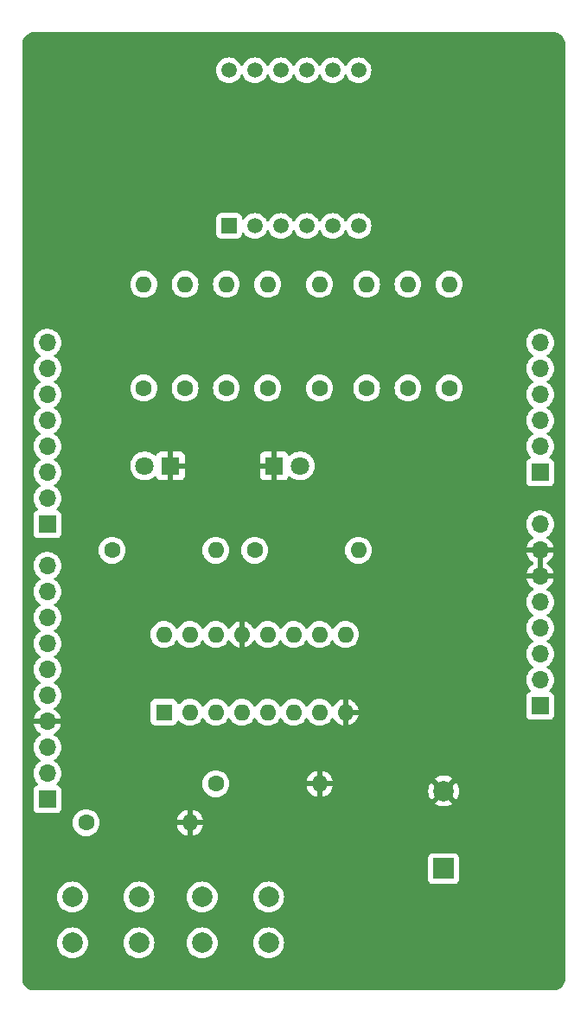
<source format=gbr>
%TF.GenerationSoftware,KiCad,Pcbnew,(7.0.0-0)*%
%TF.CreationDate,2023-04-13T00:16:45-06:00*%
%TF.ProjectId,Phase A - PCB,50686173-6520-4412-902d-205043422e6b,rev?*%
%TF.SameCoordinates,Original*%
%TF.FileFunction,Copper,L2,Bot*%
%TF.FilePolarity,Positive*%
%FSLAX46Y46*%
G04 Gerber Fmt 4.6, Leading zero omitted, Abs format (unit mm)*
G04 Created by KiCad (PCBNEW (7.0.0-0)) date 2023-04-13 00:16:45*
%MOMM*%
%LPD*%
G01*
G04 APERTURE LIST*
%TA.AperFunction,ComponentPad*%
%ADD10R,1.700000X1.700000*%
%TD*%
%TA.AperFunction,ComponentPad*%
%ADD11O,1.700000X1.700000*%
%TD*%
%TA.AperFunction,ComponentPad*%
%ADD12C,1.600000*%
%TD*%
%TA.AperFunction,ComponentPad*%
%ADD13O,1.600000X1.600000*%
%TD*%
%TA.AperFunction,ComponentPad*%
%ADD14R,1.500000X1.500000*%
%TD*%
%TA.AperFunction,ComponentPad*%
%ADD15C,1.500000*%
%TD*%
%TA.AperFunction,ComponentPad*%
%ADD16R,1.800000X1.800000*%
%TD*%
%TA.AperFunction,ComponentPad*%
%ADD17C,1.800000*%
%TD*%
%TA.AperFunction,ComponentPad*%
%ADD18R,1.600000X1.600000*%
%TD*%
%TA.AperFunction,ComponentPad*%
%ADD19C,2.000000*%
%TD*%
%TA.AperFunction,ComponentPad*%
%ADD20R,2.000000X2.000000*%
%TD*%
G04 APERTURE END LIST*
D10*
%TO.P,J1,1,Pin_1*%
%TO.N,unconnected-(J1-Pin_1-Pad1)*%
X172944999Y-92944999D03*
D11*
%TO.P,J1,2,Pin_2*%
%TO.N,/IOREF*%
X172944999Y-90404999D03*
%TO.P,J1,3,Pin_3*%
%TO.N,/~{RESET}*%
X172944999Y-87864999D03*
%TO.P,J1,4,Pin_4*%
%TO.N,+3V3*%
X172944999Y-85324999D03*
%TO.P,J1,5,Pin_5*%
%TO.N,+5V*%
X172944999Y-82784999D03*
%TO.P,J1,6,Pin_6*%
%TO.N,GND*%
X172944999Y-80244999D03*
%TO.P,J1,7,Pin_7*%
X172944999Y-77704999D03*
%TO.P,J1,8,Pin_8*%
%TO.N,VCC*%
X172944999Y-75164999D03*
%TD*%
D10*
%TO.P,J3,1,Pin_1*%
%TO.N,/A0*%
X172944999Y-70084999D03*
D11*
%TO.P,J3,2,Pin_2*%
%TO.N,/A1*%
X172944999Y-67544999D03*
%TO.P,J3,3,Pin_3*%
%TO.N,/A2*%
X172944999Y-65004999D03*
%TO.P,J3,4,Pin_4*%
%TO.N,/A3*%
X172944999Y-62464999D03*
%TO.P,J3,5,Pin_5*%
%TO.N,/SDA{slash}A4*%
X172944999Y-59924999D03*
%TO.P,J3,6,Pin_6*%
%TO.N,/SCL{slash}A5*%
X172944999Y-57384999D03*
%TD*%
D10*
%TO.P,J2,1,Pin_1*%
%TO.N,/SCL{slash}A5*%
X124684999Y-102088999D03*
D11*
%TO.P,J2,2,Pin_2*%
%TO.N,/SDA{slash}A4*%
X124684999Y-99548999D03*
%TO.P,J2,3,Pin_3*%
%TO.N,/AREF*%
X124684999Y-97008999D03*
%TO.P,J2,4,Pin_4*%
%TO.N,GND*%
X124684999Y-94468999D03*
%TO.P,J2,5,Pin_5*%
%TO.N,Dig1*%
X124684999Y-91928999D03*
%TO.P,J2,6,Pin_6*%
%TO.N,Dig2*%
X124684999Y-89388999D03*
%TO.P,J2,7,Pin_7*%
%TO.N,Dig3*%
X124684999Y-86848999D03*
%TO.P,J2,8,Pin_8*%
%TO.N,Dig4*%
X124684999Y-84308999D03*
%TO.P,J2,9,Pin_9*%
%TO.N,DS*%
X124684999Y-81768999D03*
%TO.P,J2,10,Pin_10*%
%TO.N,ST_CP*%
X124684999Y-79228999D03*
%TD*%
D10*
%TO.P,J4,1,Pin_1*%
%TO.N,SH_CP*%
X124684999Y-75164999D03*
D11*
%TO.P,J4,2,Pin_2*%
%TO.N,BUZZER*%
X124684999Y-72624999D03*
%TO.P,J4,3,Pin_3*%
%TO.N,RED_LED*%
X124684999Y-70084999D03*
%TO.P,J4,4,Pin_4*%
%TO.N,GREEN_LED*%
X124684999Y-67544999D03*
%TO.P,J4,5,Pin_5*%
%TO.N,BUTTON_2*%
X124684999Y-65004999D03*
%TO.P,J4,6,Pin_6*%
%TO.N,BUTTON_1*%
X124684999Y-62464999D03*
%TO.P,J4,7,Pin_7*%
%TO.N,/TX{slash}1*%
X124684999Y-59924999D03*
%TO.P,J4,8,Pin_8*%
%TO.N,/RX{slash}0*%
X124684999Y-57384999D03*
%TD*%
D12*
%TO.P,R3,1*%
%TO.N,BUTTON_1*%
X128495000Y-104375000D03*
D13*
%TO.P,R3,2*%
%TO.N,GND*%
X138654999Y-104374999D03*
%TD*%
D12*
%TO.P,R10,1*%
%TO.N,f*%
X155955000Y-61830000D03*
D13*
%TO.P,R10,2*%
%TO.N,Net-(U2-f)*%
X155954999Y-51669999D03*
%TD*%
D12*
%TO.P,R12,1*%
%TO.N,dp*%
X164055000Y-61830000D03*
D13*
%TO.P,R12,2*%
%TO.N,Net-(U2-DPX)*%
X164054999Y-51669999D03*
%TD*%
D14*
%TO.P,U2,1,e*%
%TO.N,Net-(U2-e)*%
X142464999Y-45954999D03*
D15*
%TO.P,U2,2,d*%
%TO.N,Net-(U2-d)*%
X145005000Y-45955000D03*
%TO.P,U2,3,DPX*%
%TO.N,Net-(U2-DPX)*%
X147545000Y-45955000D03*
%TO.P,U2,4,c*%
%TO.N,Net-(U2-c)*%
X150085000Y-45955000D03*
%TO.P,U2,5,g*%
%TO.N,Net-(U2-g)*%
X152625000Y-45955000D03*
%TO.P,U2,6,CA4*%
%TO.N,Dig4*%
X155165000Y-45955000D03*
%TO.P,U2,7,b*%
%TO.N,Net-(U2-b)*%
X155165000Y-30715000D03*
%TO.P,U2,8,CA3*%
%TO.N,Dig3*%
X152625000Y-30715000D03*
%TO.P,U2,9,CA2*%
%TO.N,Dig2*%
X150085000Y-30715000D03*
%TO.P,U2,10,f*%
%TO.N,Net-(U2-f)*%
X147545000Y-30715000D03*
%TO.P,U2,11,a*%
%TO.N,Net-(U2-a)*%
X145005000Y-30715000D03*
%TO.P,U2,12,CA1*%
%TO.N,Dig1*%
X142465000Y-30715000D03*
%TD*%
D16*
%TO.P,D2,1,K*%
%TO.N,GND*%
X146909999Y-69449999D03*
D17*
%TO.P,D2,2,A*%
%TO.N,Net-(D2-A)*%
X149450000Y-69450000D03*
%TD*%
D12*
%TO.P,R9,1*%
%TO.N,e*%
X151355000Y-61830000D03*
D13*
%TO.P,R9,2*%
%TO.N,Net-(U2-e)*%
X151354999Y-51669999D03*
%TD*%
D18*
%TO.P,U1,1,QB*%
%TO.N,b*%
X136104999Y-93569999D03*
D13*
%TO.P,U1,2,QC*%
%TO.N,c*%
X138644999Y-93569999D03*
%TO.P,U1,3,QD*%
%TO.N,d*%
X141184999Y-93569999D03*
%TO.P,U1,4,QE*%
%TO.N,e*%
X143724999Y-93569999D03*
%TO.P,U1,5,QF*%
%TO.N,f*%
X146264999Y-93569999D03*
%TO.P,U1,6,QG*%
%TO.N,g*%
X148804999Y-93569999D03*
%TO.P,U1,7,QH*%
%TO.N,dp*%
X151344999Y-93569999D03*
%TO.P,U1,8,GND*%
%TO.N,GND*%
X153884999Y-93569999D03*
%TO.P,U1,9,QH'*%
%TO.N,unconnected-(U1-QH'-Pad9)*%
X153884999Y-85949999D03*
%TO.P,U1,10,~{SRCLR}*%
%TO.N,VCC*%
X151344999Y-85949999D03*
%TO.P,U1,11,SRCLK*%
%TO.N,SH_CP*%
X148804999Y-85949999D03*
%TO.P,U1,12,RCLK*%
%TO.N,ST_CP*%
X146264999Y-85949999D03*
%TO.P,U1,13,~{OE}*%
%TO.N,GND*%
X143724999Y-85949999D03*
%TO.P,U1,14,SER*%
%TO.N,DS*%
X141184999Y-85949999D03*
%TO.P,U1,15,QA*%
%TO.N,a*%
X138644999Y-85949999D03*
%TO.P,U1,16,VCC*%
%TO.N,VCC*%
X136104999Y-85949999D03*
%TD*%
D19*
%TO.P,SW2,1,1*%
%TO.N,VCC*%
X146350000Y-116150000D03*
X139850000Y-116150000D03*
%TO.P,SW2,2,2*%
%TO.N,BUTTON_2*%
X146350000Y-111650000D03*
X139850000Y-111650000D03*
%TD*%
D12*
%TO.P,R2,1*%
%TO.N,RED_LED*%
X145005000Y-77705000D03*
D13*
%TO.P,R2,2*%
%TO.N,Net-(D2-A)*%
X155164999Y-77704999D03*
%TD*%
D12*
%TO.P,R5,1*%
%TO.N,a*%
X134125000Y-61830000D03*
D13*
%TO.P,R5,2*%
%TO.N,Net-(U2-a)*%
X134124999Y-51669999D03*
%TD*%
D12*
%TO.P,R11,1*%
%TO.N,g*%
X160005000Y-61830000D03*
D13*
%TO.P,R11,2*%
%TO.N,Net-(U2-g)*%
X160004999Y-51669999D03*
%TD*%
D16*
%TO.P,D1,1,K*%
%TO.N,GND*%
X136754999Y-69449999D03*
D17*
%TO.P,D1,2,A*%
%TO.N,Net-(D1-A)*%
X134215000Y-69450000D03*
%TD*%
D20*
%TO.P,LS1,1,1*%
%TO.N,BUZZER*%
X163499999Y-108879999D03*
D19*
%TO.P,LS1,2,2*%
%TO.N,GND*%
X163500000Y-101280000D03*
%TD*%
D12*
%TO.P,R6,1*%
%TO.N,b*%
X138175000Y-61830000D03*
D13*
%TO.P,R6,2*%
%TO.N,Net-(U2-b)*%
X138174999Y-51669999D03*
%TD*%
D12*
%TO.P,R1,1*%
%TO.N,GREEN_LED*%
X131035000Y-77705000D03*
D13*
%TO.P,R1,2*%
%TO.N,Net-(D1-A)*%
X141194999Y-77704999D03*
%TD*%
D19*
%TO.P,Start/Stop,1,1*%
%TO.N,VCC*%
X133650000Y-116150000D03*
X127150000Y-116150000D03*
%TO.P,Start/Stop,2,2*%
%TO.N,BUTTON_1*%
X133650000Y-111650000D03*
X127150000Y-111650000D03*
%TD*%
D12*
%TO.P,R8,1*%
%TO.N,d*%
X146275000Y-61830000D03*
D13*
%TO.P,R8,2*%
%TO.N,Net-(U2-d)*%
X146274999Y-51669999D03*
%TD*%
D12*
%TO.P,R4,1*%
%TO.N,BUTTON_2*%
X141195000Y-100565000D03*
D13*
%TO.P,R4,2*%
%TO.N,GND*%
X151354999Y-100564999D03*
%TD*%
D12*
%TO.P,R7,1*%
%TO.N,c*%
X142225000Y-61830000D03*
D13*
%TO.P,R7,2*%
%TO.N,Net-(U2-c)*%
X142224999Y-51669999D03*
%TD*%
%TA.AperFunction,Conductor*%
%TO.N,GND*%
G36*
X174219853Y-26980882D02*
G01*
X174249568Y-26983220D01*
X174392136Y-26994440D01*
X174411346Y-26997483D01*
X174574638Y-27036686D01*
X174593130Y-27042694D01*
X174716090Y-27093626D01*
X174748277Y-27106959D01*
X174765614Y-27115793D01*
X174908786Y-27203529D01*
X174924527Y-27214965D01*
X175052217Y-27324022D01*
X175065977Y-27337782D01*
X175175034Y-27465472D01*
X175186470Y-27481213D01*
X175274206Y-27624385D01*
X175283040Y-27641722D01*
X175347302Y-27796862D01*
X175353315Y-27815368D01*
X175392515Y-27978648D01*
X175395559Y-27997866D01*
X175409118Y-28170146D01*
X175409500Y-28179875D01*
X175409500Y-119610125D01*
X175409118Y-119619854D01*
X175395559Y-119792133D01*
X175392515Y-119811351D01*
X175353315Y-119974631D01*
X175347302Y-119993137D01*
X175283040Y-120148277D01*
X175274206Y-120165614D01*
X175186470Y-120308786D01*
X175175034Y-120324527D01*
X175065977Y-120452217D01*
X175052217Y-120465977D01*
X174924527Y-120575034D01*
X174908786Y-120586470D01*
X174765614Y-120674206D01*
X174748277Y-120683040D01*
X174593137Y-120747302D01*
X174574631Y-120753315D01*
X174411351Y-120792515D01*
X174392133Y-120795559D01*
X174219854Y-120809118D01*
X174210125Y-120809500D01*
X123419875Y-120809500D01*
X123410146Y-120809118D01*
X123237866Y-120795559D01*
X123218648Y-120792515D01*
X123055368Y-120753315D01*
X123036862Y-120747302D01*
X122881722Y-120683040D01*
X122864385Y-120674206D01*
X122721213Y-120586470D01*
X122705472Y-120575034D01*
X122577782Y-120465977D01*
X122564022Y-120452217D01*
X122454965Y-120324527D01*
X122443529Y-120308786D01*
X122355793Y-120165614D01*
X122346959Y-120148277D01*
X122333626Y-120116090D01*
X122282694Y-119993130D01*
X122276686Y-119974638D01*
X122237483Y-119811346D01*
X122234440Y-119792132D01*
X122220882Y-119619853D01*
X122220500Y-119610125D01*
X122220500Y-116150000D01*
X125636835Y-116150000D01*
X125655465Y-116386711D01*
X125710895Y-116617594D01*
X125712756Y-116622087D01*
X125712758Y-116622093D01*
X125799894Y-116832460D01*
X125799898Y-116832468D01*
X125801760Y-116836963D01*
X125804306Y-116841117D01*
X125923277Y-117035261D01*
X125923282Y-117035268D01*
X125925824Y-117039416D01*
X125928984Y-117043115D01*
X125928987Y-117043120D01*
X126076870Y-117216268D01*
X126080031Y-117219969D01*
X126260584Y-117374176D01*
X126264734Y-117376719D01*
X126264738Y-117376722D01*
X126330796Y-117417202D01*
X126463037Y-117498240D01*
X126467536Y-117500103D01*
X126467539Y-117500105D01*
X126638409Y-117570881D01*
X126682406Y-117589105D01*
X126913289Y-117644535D01*
X127150000Y-117663165D01*
X127386711Y-117644535D01*
X127617594Y-117589105D01*
X127836963Y-117498240D01*
X128039416Y-117374176D01*
X128219969Y-117219969D01*
X128374176Y-117039416D01*
X128498240Y-116836963D01*
X128589105Y-116617594D01*
X128644535Y-116386711D01*
X128663165Y-116150000D01*
X132136835Y-116150000D01*
X132155465Y-116386711D01*
X132210895Y-116617594D01*
X132212756Y-116622087D01*
X132212758Y-116622093D01*
X132299894Y-116832460D01*
X132299898Y-116832468D01*
X132301760Y-116836963D01*
X132304306Y-116841117D01*
X132423277Y-117035261D01*
X132423282Y-117035268D01*
X132425824Y-117039416D01*
X132428984Y-117043115D01*
X132428987Y-117043120D01*
X132576870Y-117216268D01*
X132580031Y-117219969D01*
X132760584Y-117374176D01*
X132764734Y-117376719D01*
X132764738Y-117376722D01*
X132830796Y-117417202D01*
X132963037Y-117498240D01*
X132967536Y-117500103D01*
X132967539Y-117500105D01*
X133138409Y-117570881D01*
X133182406Y-117589105D01*
X133413289Y-117644535D01*
X133650000Y-117663165D01*
X133886711Y-117644535D01*
X134117594Y-117589105D01*
X134336963Y-117498240D01*
X134539416Y-117374176D01*
X134719969Y-117219969D01*
X134874176Y-117039416D01*
X134998240Y-116836963D01*
X135089105Y-116617594D01*
X135144535Y-116386711D01*
X135163165Y-116150000D01*
X138336835Y-116150000D01*
X138355465Y-116386711D01*
X138410895Y-116617594D01*
X138412756Y-116622087D01*
X138412758Y-116622093D01*
X138499894Y-116832460D01*
X138499898Y-116832468D01*
X138501760Y-116836963D01*
X138504306Y-116841117D01*
X138623277Y-117035261D01*
X138623282Y-117035268D01*
X138625824Y-117039416D01*
X138628984Y-117043115D01*
X138628987Y-117043120D01*
X138776870Y-117216268D01*
X138780031Y-117219969D01*
X138960584Y-117374176D01*
X138964734Y-117376719D01*
X138964738Y-117376722D01*
X139030796Y-117417202D01*
X139163037Y-117498240D01*
X139167536Y-117500103D01*
X139167539Y-117500105D01*
X139338409Y-117570881D01*
X139382406Y-117589105D01*
X139613289Y-117644535D01*
X139850000Y-117663165D01*
X140086711Y-117644535D01*
X140317594Y-117589105D01*
X140536963Y-117498240D01*
X140739416Y-117374176D01*
X140919969Y-117219969D01*
X141074176Y-117039416D01*
X141198240Y-116836963D01*
X141289105Y-116617594D01*
X141344535Y-116386711D01*
X141363165Y-116150000D01*
X144836835Y-116150000D01*
X144855465Y-116386711D01*
X144910895Y-116617594D01*
X144912756Y-116622087D01*
X144912758Y-116622093D01*
X144999894Y-116832460D01*
X144999898Y-116832468D01*
X145001760Y-116836963D01*
X145004306Y-116841117D01*
X145123277Y-117035261D01*
X145123282Y-117035268D01*
X145125824Y-117039416D01*
X145128984Y-117043115D01*
X145128987Y-117043120D01*
X145276870Y-117216268D01*
X145280031Y-117219969D01*
X145460584Y-117374176D01*
X145464734Y-117376719D01*
X145464738Y-117376722D01*
X145530796Y-117417202D01*
X145663037Y-117498240D01*
X145667536Y-117500103D01*
X145667539Y-117500105D01*
X145838409Y-117570881D01*
X145882406Y-117589105D01*
X146113289Y-117644535D01*
X146350000Y-117663165D01*
X146586711Y-117644535D01*
X146817594Y-117589105D01*
X147036963Y-117498240D01*
X147239416Y-117374176D01*
X147419969Y-117219969D01*
X147574176Y-117039416D01*
X147698240Y-116836963D01*
X147789105Y-116617594D01*
X147844535Y-116386711D01*
X147863165Y-116150000D01*
X147844535Y-115913289D01*
X147789105Y-115682406D01*
X147698240Y-115463037D01*
X147574176Y-115260584D01*
X147419969Y-115080031D01*
X147416268Y-115076870D01*
X147243120Y-114928987D01*
X147243115Y-114928984D01*
X147239416Y-114925824D01*
X147235268Y-114923282D01*
X147235261Y-114923277D01*
X147107175Y-114844786D01*
X147036963Y-114801760D01*
X147032468Y-114799898D01*
X147032460Y-114799894D01*
X146822093Y-114712758D01*
X146822087Y-114712756D01*
X146817594Y-114710895D01*
X146812865Y-114709759D01*
X146812860Y-114709758D01*
X146591444Y-114656601D01*
X146591440Y-114656600D01*
X146586711Y-114655465D01*
X146581858Y-114655083D01*
X146354854Y-114637217D01*
X146350000Y-114636835D01*
X146345146Y-114637217D01*
X146118141Y-114655083D01*
X146118139Y-114655083D01*
X146113289Y-114655465D01*
X146108561Y-114656599D01*
X146108555Y-114656601D01*
X145887139Y-114709758D01*
X145887130Y-114709760D01*
X145882406Y-114710895D01*
X145877916Y-114712754D01*
X145877906Y-114712758D01*
X145667539Y-114799894D01*
X145667526Y-114799900D01*
X145663037Y-114801760D01*
X145658883Y-114804305D01*
X145658882Y-114804306D01*
X145464738Y-114923277D01*
X145464725Y-114923286D01*
X145460584Y-114925824D01*
X145456889Y-114928979D01*
X145456879Y-114928987D01*
X145283731Y-115076870D01*
X145283724Y-115076876D01*
X145280031Y-115080031D01*
X145276876Y-115083724D01*
X145276870Y-115083731D01*
X145128987Y-115256879D01*
X145128979Y-115256889D01*
X145125824Y-115260584D01*
X145123286Y-115264725D01*
X145123277Y-115264738D01*
X145004306Y-115458882D01*
X145001760Y-115463037D01*
X144999900Y-115467526D01*
X144999894Y-115467539D01*
X144912758Y-115677906D01*
X144912754Y-115677916D01*
X144910895Y-115682406D01*
X144909760Y-115687130D01*
X144909758Y-115687139D01*
X144856601Y-115908555D01*
X144856599Y-115908561D01*
X144855465Y-115913289D01*
X144836835Y-116150000D01*
X141363165Y-116150000D01*
X141344535Y-115913289D01*
X141289105Y-115682406D01*
X141198240Y-115463037D01*
X141074176Y-115260584D01*
X140919969Y-115080031D01*
X140916268Y-115076870D01*
X140743120Y-114928987D01*
X140743115Y-114928984D01*
X140739416Y-114925824D01*
X140735268Y-114923282D01*
X140735261Y-114923277D01*
X140607175Y-114844786D01*
X140536963Y-114801760D01*
X140532468Y-114799898D01*
X140532460Y-114799894D01*
X140322093Y-114712758D01*
X140322087Y-114712756D01*
X140317594Y-114710895D01*
X140312865Y-114709759D01*
X140312860Y-114709758D01*
X140091444Y-114656601D01*
X140091440Y-114656600D01*
X140086711Y-114655465D01*
X140081858Y-114655083D01*
X139854854Y-114637217D01*
X139850000Y-114636835D01*
X139845146Y-114637217D01*
X139618141Y-114655083D01*
X139618139Y-114655083D01*
X139613289Y-114655465D01*
X139608561Y-114656599D01*
X139608555Y-114656601D01*
X139387139Y-114709758D01*
X139387130Y-114709760D01*
X139382406Y-114710895D01*
X139377916Y-114712754D01*
X139377906Y-114712758D01*
X139167539Y-114799894D01*
X139167526Y-114799900D01*
X139163037Y-114801760D01*
X139158883Y-114804305D01*
X139158882Y-114804306D01*
X138964738Y-114923277D01*
X138964725Y-114923286D01*
X138960584Y-114925824D01*
X138956889Y-114928979D01*
X138956879Y-114928987D01*
X138783731Y-115076870D01*
X138783724Y-115076876D01*
X138780031Y-115080031D01*
X138776876Y-115083724D01*
X138776870Y-115083731D01*
X138628987Y-115256879D01*
X138628979Y-115256889D01*
X138625824Y-115260584D01*
X138623286Y-115264725D01*
X138623277Y-115264738D01*
X138504306Y-115458882D01*
X138501760Y-115463037D01*
X138499900Y-115467526D01*
X138499894Y-115467539D01*
X138412758Y-115677906D01*
X138412754Y-115677916D01*
X138410895Y-115682406D01*
X138409760Y-115687130D01*
X138409758Y-115687139D01*
X138356601Y-115908555D01*
X138356599Y-115908561D01*
X138355465Y-115913289D01*
X138336835Y-116150000D01*
X135163165Y-116150000D01*
X135144535Y-115913289D01*
X135089105Y-115682406D01*
X134998240Y-115463037D01*
X134874176Y-115260584D01*
X134719969Y-115080031D01*
X134716268Y-115076870D01*
X134543120Y-114928987D01*
X134543115Y-114928984D01*
X134539416Y-114925824D01*
X134535268Y-114923282D01*
X134535261Y-114923277D01*
X134407175Y-114844786D01*
X134336963Y-114801760D01*
X134332468Y-114799898D01*
X134332460Y-114799894D01*
X134122093Y-114712758D01*
X134122087Y-114712756D01*
X134117594Y-114710895D01*
X134112865Y-114709759D01*
X134112860Y-114709758D01*
X133891444Y-114656601D01*
X133891440Y-114656600D01*
X133886711Y-114655465D01*
X133881858Y-114655083D01*
X133654854Y-114637217D01*
X133650000Y-114636835D01*
X133645146Y-114637217D01*
X133418141Y-114655083D01*
X133418139Y-114655083D01*
X133413289Y-114655465D01*
X133408561Y-114656599D01*
X133408555Y-114656601D01*
X133187139Y-114709758D01*
X133187130Y-114709760D01*
X133182406Y-114710895D01*
X133177916Y-114712754D01*
X133177906Y-114712758D01*
X132967539Y-114799894D01*
X132967526Y-114799900D01*
X132963037Y-114801760D01*
X132958883Y-114804305D01*
X132958882Y-114804306D01*
X132764738Y-114923277D01*
X132764725Y-114923286D01*
X132760584Y-114925824D01*
X132756889Y-114928979D01*
X132756879Y-114928987D01*
X132583731Y-115076870D01*
X132583724Y-115076876D01*
X132580031Y-115080031D01*
X132576876Y-115083724D01*
X132576870Y-115083731D01*
X132428987Y-115256879D01*
X132428979Y-115256889D01*
X132425824Y-115260584D01*
X132423286Y-115264725D01*
X132423277Y-115264738D01*
X132304306Y-115458882D01*
X132301760Y-115463037D01*
X132299900Y-115467526D01*
X132299894Y-115467539D01*
X132212758Y-115677906D01*
X132212754Y-115677916D01*
X132210895Y-115682406D01*
X132209760Y-115687130D01*
X132209758Y-115687139D01*
X132156601Y-115908555D01*
X132156599Y-115908561D01*
X132155465Y-115913289D01*
X132136835Y-116150000D01*
X128663165Y-116150000D01*
X128644535Y-115913289D01*
X128589105Y-115682406D01*
X128498240Y-115463037D01*
X128374176Y-115260584D01*
X128219969Y-115080031D01*
X128216268Y-115076870D01*
X128043120Y-114928987D01*
X128043115Y-114928984D01*
X128039416Y-114925824D01*
X128035268Y-114923282D01*
X128035261Y-114923277D01*
X127907175Y-114844786D01*
X127836963Y-114801760D01*
X127832468Y-114799898D01*
X127832460Y-114799894D01*
X127622093Y-114712758D01*
X127622087Y-114712756D01*
X127617594Y-114710895D01*
X127612865Y-114709759D01*
X127612860Y-114709758D01*
X127391444Y-114656601D01*
X127391440Y-114656600D01*
X127386711Y-114655465D01*
X127381858Y-114655083D01*
X127154854Y-114637217D01*
X127150000Y-114636835D01*
X127145146Y-114637217D01*
X126918141Y-114655083D01*
X126918139Y-114655083D01*
X126913289Y-114655465D01*
X126908561Y-114656599D01*
X126908555Y-114656601D01*
X126687139Y-114709758D01*
X126687130Y-114709760D01*
X126682406Y-114710895D01*
X126677916Y-114712754D01*
X126677906Y-114712758D01*
X126467539Y-114799894D01*
X126467526Y-114799900D01*
X126463037Y-114801760D01*
X126458883Y-114804305D01*
X126458882Y-114804306D01*
X126264738Y-114923277D01*
X126264725Y-114923286D01*
X126260584Y-114925824D01*
X126256889Y-114928979D01*
X126256879Y-114928987D01*
X126083731Y-115076870D01*
X126083724Y-115076876D01*
X126080031Y-115080031D01*
X126076876Y-115083724D01*
X126076870Y-115083731D01*
X125928987Y-115256879D01*
X125928979Y-115256889D01*
X125925824Y-115260584D01*
X125923286Y-115264725D01*
X125923277Y-115264738D01*
X125804306Y-115458882D01*
X125801760Y-115463037D01*
X125799900Y-115467526D01*
X125799894Y-115467539D01*
X125712758Y-115677906D01*
X125712754Y-115677916D01*
X125710895Y-115682406D01*
X125709760Y-115687130D01*
X125709758Y-115687139D01*
X125656601Y-115908555D01*
X125656599Y-115908561D01*
X125655465Y-115913289D01*
X125636835Y-116150000D01*
X122220500Y-116150000D01*
X122220500Y-111650000D01*
X125636835Y-111650000D01*
X125655465Y-111886711D01*
X125710895Y-112117594D01*
X125712756Y-112122087D01*
X125712758Y-112122093D01*
X125799894Y-112332460D01*
X125799898Y-112332468D01*
X125801760Y-112336963D01*
X125804306Y-112341117D01*
X125923277Y-112535261D01*
X125923282Y-112535268D01*
X125925824Y-112539416D01*
X125928984Y-112543115D01*
X125928987Y-112543120D01*
X126076870Y-112716268D01*
X126080031Y-112719969D01*
X126260584Y-112874176D01*
X126264734Y-112876719D01*
X126264738Y-112876722D01*
X126330796Y-112917202D01*
X126463037Y-112998240D01*
X126467536Y-113000103D01*
X126467539Y-113000105D01*
X126638409Y-113070881D01*
X126682406Y-113089105D01*
X126913289Y-113144535D01*
X127150000Y-113163165D01*
X127386711Y-113144535D01*
X127617594Y-113089105D01*
X127836963Y-112998240D01*
X128039416Y-112874176D01*
X128219969Y-112719969D01*
X128374176Y-112539416D01*
X128498240Y-112336963D01*
X128589105Y-112117594D01*
X128644535Y-111886711D01*
X128663165Y-111650000D01*
X132136835Y-111650000D01*
X132155465Y-111886711D01*
X132210895Y-112117594D01*
X132212756Y-112122087D01*
X132212758Y-112122093D01*
X132299894Y-112332460D01*
X132299898Y-112332468D01*
X132301760Y-112336963D01*
X132304306Y-112341117D01*
X132423277Y-112535261D01*
X132423282Y-112535268D01*
X132425824Y-112539416D01*
X132428984Y-112543115D01*
X132428987Y-112543120D01*
X132576870Y-112716268D01*
X132580031Y-112719969D01*
X132760584Y-112874176D01*
X132764734Y-112876719D01*
X132764738Y-112876722D01*
X132830796Y-112917202D01*
X132963037Y-112998240D01*
X132967536Y-113000103D01*
X132967539Y-113000105D01*
X133138409Y-113070881D01*
X133182406Y-113089105D01*
X133413289Y-113144535D01*
X133650000Y-113163165D01*
X133886711Y-113144535D01*
X134117594Y-113089105D01*
X134336963Y-112998240D01*
X134539416Y-112874176D01*
X134719969Y-112719969D01*
X134874176Y-112539416D01*
X134998240Y-112336963D01*
X135089105Y-112117594D01*
X135144535Y-111886711D01*
X135163165Y-111650000D01*
X138336835Y-111650000D01*
X138355465Y-111886711D01*
X138410895Y-112117594D01*
X138412756Y-112122087D01*
X138412758Y-112122093D01*
X138499894Y-112332460D01*
X138499898Y-112332468D01*
X138501760Y-112336963D01*
X138504306Y-112341117D01*
X138623277Y-112535261D01*
X138623282Y-112535268D01*
X138625824Y-112539416D01*
X138628984Y-112543115D01*
X138628987Y-112543120D01*
X138776870Y-112716268D01*
X138780031Y-112719969D01*
X138960584Y-112874176D01*
X138964734Y-112876719D01*
X138964738Y-112876722D01*
X139030796Y-112917202D01*
X139163037Y-112998240D01*
X139167536Y-113000103D01*
X139167539Y-113000105D01*
X139338409Y-113070881D01*
X139382406Y-113089105D01*
X139613289Y-113144535D01*
X139850000Y-113163165D01*
X140086711Y-113144535D01*
X140317594Y-113089105D01*
X140536963Y-112998240D01*
X140739416Y-112874176D01*
X140919969Y-112719969D01*
X141074176Y-112539416D01*
X141198240Y-112336963D01*
X141289105Y-112117594D01*
X141344535Y-111886711D01*
X141363165Y-111650000D01*
X144836835Y-111650000D01*
X144855465Y-111886711D01*
X144910895Y-112117594D01*
X144912756Y-112122087D01*
X144912758Y-112122093D01*
X144999894Y-112332460D01*
X144999898Y-112332468D01*
X145001760Y-112336963D01*
X145004306Y-112341117D01*
X145123277Y-112535261D01*
X145123282Y-112535268D01*
X145125824Y-112539416D01*
X145128984Y-112543115D01*
X145128987Y-112543120D01*
X145276870Y-112716268D01*
X145280031Y-112719969D01*
X145460584Y-112874176D01*
X145464734Y-112876719D01*
X145464738Y-112876722D01*
X145530796Y-112917202D01*
X145663037Y-112998240D01*
X145667536Y-113000103D01*
X145667539Y-113000105D01*
X145838409Y-113070881D01*
X145882406Y-113089105D01*
X146113289Y-113144535D01*
X146350000Y-113163165D01*
X146586711Y-113144535D01*
X146817594Y-113089105D01*
X147036963Y-112998240D01*
X147239416Y-112874176D01*
X147419969Y-112719969D01*
X147574176Y-112539416D01*
X147698240Y-112336963D01*
X147789105Y-112117594D01*
X147844535Y-111886711D01*
X147863165Y-111650000D01*
X147844535Y-111413289D01*
X147789105Y-111182406D01*
X147698240Y-110963037D01*
X147574176Y-110760584D01*
X147419969Y-110580031D01*
X147416268Y-110576870D01*
X147243120Y-110428987D01*
X147243115Y-110428984D01*
X147239416Y-110425824D01*
X147235268Y-110423282D01*
X147235261Y-110423277D01*
X147075822Y-110325573D01*
X147036963Y-110301760D01*
X147032468Y-110299898D01*
X147032460Y-110299894D01*
X146822093Y-110212758D01*
X146822087Y-110212756D01*
X146817594Y-110210895D01*
X146812865Y-110209759D01*
X146812860Y-110209758D01*
X146591444Y-110156601D01*
X146591440Y-110156600D01*
X146586711Y-110155465D01*
X146581858Y-110155083D01*
X146354854Y-110137217D01*
X146350000Y-110136835D01*
X146345146Y-110137217D01*
X146118141Y-110155083D01*
X146118139Y-110155083D01*
X146113289Y-110155465D01*
X146108561Y-110156599D01*
X146108555Y-110156601D01*
X145887139Y-110209758D01*
X145887130Y-110209760D01*
X145882406Y-110210895D01*
X145877916Y-110212754D01*
X145877906Y-110212758D01*
X145667539Y-110299894D01*
X145667526Y-110299900D01*
X145663037Y-110301760D01*
X145658883Y-110304305D01*
X145658882Y-110304306D01*
X145464738Y-110423277D01*
X145464725Y-110423286D01*
X145460584Y-110425824D01*
X145456889Y-110428979D01*
X145456879Y-110428987D01*
X145283731Y-110576870D01*
X145283724Y-110576876D01*
X145280031Y-110580031D01*
X145276876Y-110583724D01*
X145276870Y-110583731D01*
X145128987Y-110756879D01*
X145128979Y-110756889D01*
X145125824Y-110760584D01*
X145123286Y-110764725D01*
X145123277Y-110764738D01*
X145004306Y-110958882D01*
X145001760Y-110963037D01*
X144999900Y-110967526D01*
X144999894Y-110967539D01*
X144912758Y-111177906D01*
X144912754Y-111177916D01*
X144910895Y-111182406D01*
X144909760Y-111187130D01*
X144909758Y-111187139D01*
X144856601Y-111408555D01*
X144856599Y-111408561D01*
X144855465Y-111413289D01*
X144836835Y-111650000D01*
X141363165Y-111650000D01*
X141344535Y-111413289D01*
X141289105Y-111182406D01*
X141198240Y-110963037D01*
X141074176Y-110760584D01*
X140919969Y-110580031D01*
X140916268Y-110576870D01*
X140743120Y-110428987D01*
X140743115Y-110428984D01*
X140739416Y-110425824D01*
X140735268Y-110423282D01*
X140735261Y-110423277D01*
X140575822Y-110325573D01*
X140536963Y-110301760D01*
X140532468Y-110299898D01*
X140532460Y-110299894D01*
X140322093Y-110212758D01*
X140322087Y-110212756D01*
X140317594Y-110210895D01*
X140312865Y-110209759D01*
X140312860Y-110209758D01*
X140091444Y-110156601D01*
X140091440Y-110156600D01*
X140086711Y-110155465D01*
X140081858Y-110155083D01*
X139854854Y-110137217D01*
X139850000Y-110136835D01*
X139845146Y-110137217D01*
X139618141Y-110155083D01*
X139618139Y-110155083D01*
X139613289Y-110155465D01*
X139608561Y-110156599D01*
X139608555Y-110156601D01*
X139387139Y-110209758D01*
X139387130Y-110209760D01*
X139382406Y-110210895D01*
X139377916Y-110212754D01*
X139377906Y-110212758D01*
X139167539Y-110299894D01*
X139167526Y-110299900D01*
X139163037Y-110301760D01*
X139158883Y-110304305D01*
X139158882Y-110304306D01*
X138964738Y-110423277D01*
X138964725Y-110423286D01*
X138960584Y-110425824D01*
X138956889Y-110428979D01*
X138956879Y-110428987D01*
X138783731Y-110576870D01*
X138783724Y-110576876D01*
X138780031Y-110580031D01*
X138776876Y-110583724D01*
X138776870Y-110583731D01*
X138628987Y-110756879D01*
X138628979Y-110756889D01*
X138625824Y-110760584D01*
X138623286Y-110764725D01*
X138623277Y-110764738D01*
X138504306Y-110958882D01*
X138501760Y-110963037D01*
X138499900Y-110967526D01*
X138499894Y-110967539D01*
X138412758Y-111177906D01*
X138412754Y-111177916D01*
X138410895Y-111182406D01*
X138409760Y-111187130D01*
X138409758Y-111187139D01*
X138356601Y-111408555D01*
X138356599Y-111408561D01*
X138355465Y-111413289D01*
X138336835Y-111650000D01*
X135163165Y-111650000D01*
X135144535Y-111413289D01*
X135089105Y-111182406D01*
X134998240Y-110963037D01*
X134874176Y-110760584D01*
X134719969Y-110580031D01*
X134716268Y-110576870D01*
X134543120Y-110428987D01*
X134543115Y-110428984D01*
X134539416Y-110425824D01*
X134535268Y-110423282D01*
X134535261Y-110423277D01*
X134375822Y-110325573D01*
X134336963Y-110301760D01*
X134332468Y-110299898D01*
X134332460Y-110299894D01*
X134122093Y-110212758D01*
X134122087Y-110212756D01*
X134117594Y-110210895D01*
X134112865Y-110209759D01*
X134112860Y-110209758D01*
X133891444Y-110156601D01*
X133891440Y-110156600D01*
X133886711Y-110155465D01*
X133881858Y-110155083D01*
X133654854Y-110137217D01*
X133650000Y-110136835D01*
X133645146Y-110137217D01*
X133418141Y-110155083D01*
X133418139Y-110155083D01*
X133413289Y-110155465D01*
X133408561Y-110156599D01*
X133408555Y-110156601D01*
X133187139Y-110209758D01*
X133187130Y-110209760D01*
X133182406Y-110210895D01*
X133177916Y-110212754D01*
X133177906Y-110212758D01*
X132967539Y-110299894D01*
X132967526Y-110299900D01*
X132963037Y-110301760D01*
X132958883Y-110304305D01*
X132958882Y-110304306D01*
X132764738Y-110423277D01*
X132764725Y-110423286D01*
X132760584Y-110425824D01*
X132756889Y-110428979D01*
X132756879Y-110428987D01*
X132583731Y-110576870D01*
X132583724Y-110576876D01*
X132580031Y-110580031D01*
X132576876Y-110583724D01*
X132576870Y-110583731D01*
X132428987Y-110756879D01*
X132428979Y-110756889D01*
X132425824Y-110760584D01*
X132423286Y-110764725D01*
X132423277Y-110764738D01*
X132304306Y-110958882D01*
X132301760Y-110963037D01*
X132299900Y-110967526D01*
X132299894Y-110967539D01*
X132212758Y-111177906D01*
X132212754Y-111177916D01*
X132210895Y-111182406D01*
X132209760Y-111187130D01*
X132209758Y-111187139D01*
X132156601Y-111408555D01*
X132156599Y-111408561D01*
X132155465Y-111413289D01*
X132136835Y-111650000D01*
X128663165Y-111650000D01*
X128644535Y-111413289D01*
X128589105Y-111182406D01*
X128498240Y-110963037D01*
X128374176Y-110760584D01*
X128219969Y-110580031D01*
X128216268Y-110576870D01*
X128043120Y-110428987D01*
X128043115Y-110428984D01*
X128039416Y-110425824D01*
X128035268Y-110423282D01*
X128035261Y-110423277D01*
X127875822Y-110325573D01*
X127836963Y-110301760D01*
X127832468Y-110299898D01*
X127832460Y-110299894D01*
X127622093Y-110212758D01*
X127622087Y-110212756D01*
X127617594Y-110210895D01*
X127612865Y-110209759D01*
X127612860Y-110209758D01*
X127391444Y-110156601D01*
X127391440Y-110156600D01*
X127386711Y-110155465D01*
X127381858Y-110155083D01*
X127154854Y-110137217D01*
X127150000Y-110136835D01*
X127145146Y-110137217D01*
X126918141Y-110155083D01*
X126918139Y-110155083D01*
X126913289Y-110155465D01*
X126908561Y-110156599D01*
X126908555Y-110156601D01*
X126687139Y-110209758D01*
X126687130Y-110209760D01*
X126682406Y-110210895D01*
X126677916Y-110212754D01*
X126677906Y-110212758D01*
X126467539Y-110299894D01*
X126467526Y-110299900D01*
X126463037Y-110301760D01*
X126458883Y-110304305D01*
X126458882Y-110304306D01*
X126264738Y-110423277D01*
X126264725Y-110423286D01*
X126260584Y-110425824D01*
X126256889Y-110428979D01*
X126256879Y-110428987D01*
X126083731Y-110576870D01*
X126083724Y-110576876D01*
X126080031Y-110580031D01*
X126076876Y-110583724D01*
X126076870Y-110583731D01*
X125928987Y-110756879D01*
X125928979Y-110756889D01*
X125925824Y-110760584D01*
X125923286Y-110764725D01*
X125923277Y-110764738D01*
X125804306Y-110958882D01*
X125801760Y-110963037D01*
X125799900Y-110967526D01*
X125799894Y-110967539D01*
X125712758Y-111177906D01*
X125712754Y-111177916D01*
X125710895Y-111182406D01*
X125709760Y-111187130D01*
X125709758Y-111187139D01*
X125656601Y-111408555D01*
X125656599Y-111408561D01*
X125655465Y-111413289D01*
X125636835Y-111650000D01*
X122220500Y-111650000D01*
X122220500Y-109928638D01*
X161991500Y-109928638D01*
X161998011Y-109989201D01*
X162000717Y-109996458D01*
X162000719Y-109996463D01*
X162046011Y-110117894D01*
X162049111Y-110126204D01*
X162054425Y-110133303D01*
X162054426Y-110133304D01*
X162113904Y-110212758D01*
X162136739Y-110243261D01*
X162253796Y-110330889D01*
X162390799Y-110381989D01*
X162451362Y-110388500D01*
X164545328Y-110388500D01*
X164548638Y-110388500D01*
X164609201Y-110381989D01*
X164746204Y-110330889D01*
X164863261Y-110243261D01*
X164950889Y-110126204D01*
X165001989Y-109989201D01*
X165008500Y-109928638D01*
X165008500Y-107831362D01*
X165001989Y-107770799D01*
X164950889Y-107633796D01*
X164863261Y-107516739D01*
X164746204Y-107429111D01*
X164737896Y-107426012D01*
X164737894Y-107426011D01*
X164616463Y-107380719D01*
X164616458Y-107380717D01*
X164609201Y-107378011D01*
X164601497Y-107377182D01*
X164601494Y-107377182D01*
X164551924Y-107371853D01*
X164551918Y-107371852D01*
X164548638Y-107371500D01*
X162451362Y-107371500D01*
X162448082Y-107371852D01*
X162448075Y-107371853D01*
X162398505Y-107377182D01*
X162398500Y-107377182D01*
X162390799Y-107378011D01*
X162383543Y-107380717D01*
X162383536Y-107380719D01*
X162262105Y-107426011D01*
X162262099Y-107426013D01*
X162253796Y-107429111D01*
X162246698Y-107434423D01*
X162246695Y-107434426D01*
X162143835Y-107511426D01*
X162143831Y-107511429D01*
X162136739Y-107516739D01*
X162131429Y-107523831D01*
X162131426Y-107523835D01*
X162054426Y-107626695D01*
X162054423Y-107626698D01*
X162049111Y-107633796D01*
X162046013Y-107642099D01*
X162046011Y-107642105D01*
X162000719Y-107763536D01*
X162000717Y-107763543D01*
X161998011Y-107770799D01*
X161997182Y-107778500D01*
X161997182Y-107778505D01*
X161991853Y-107828075D01*
X161991500Y-107831362D01*
X161991500Y-109928638D01*
X122220500Y-109928638D01*
X122220500Y-104375000D01*
X127181502Y-104375000D01*
X127181974Y-104380395D01*
X127200984Y-104597688D01*
X127200985Y-104597695D01*
X127201457Y-104603087D01*
X127202856Y-104608308D01*
X127202858Y-104608319D01*
X127259316Y-104819021D01*
X127259318Y-104819028D01*
X127260716Y-104824243D01*
X127357477Y-105031749D01*
X127360584Y-105036186D01*
X127485696Y-105214865D01*
X127485699Y-105214869D01*
X127488802Y-105219300D01*
X127650700Y-105381198D01*
X127838251Y-105512523D01*
X128045757Y-105609284D01*
X128050977Y-105610682D01*
X128050978Y-105610683D01*
X128261680Y-105667141D01*
X128261682Y-105667141D01*
X128266913Y-105668543D01*
X128495000Y-105688498D01*
X128723087Y-105668543D01*
X128944243Y-105609284D01*
X129151749Y-105512523D01*
X129339300Y-105381198D01*
X129501198Y-105219300D01*
X129632523Y-105031749D01*
X129729284Y-104824243D01*
X129781988Y-104627551D01*
X137379452Y-104627551D01*
X137379820Y-104638780D01*
X137427330Y-104816092D01*
X137431022Y-104826234D01*
X137522579Y-105022580D01*
X137527967Y-105031912D01*
X137652232Y-105209381D01*
X137659169Y-105217647D01*
X137812352Y-105370830D01*
X137820618Y-105377767D01*
X137998087Y-105502032D01*
X138007419Y-105507420D01*
X138203765Y-105598977D01*
X138213907Y-105602669D01*
X138391219Y-105650179D01*
X138402448Y-105650547D01*
X138405000Y-105639605D01*
X138905000Y-105639605D01*
X138907551Y-105650547D01*
X138918780Y-105650179D01*
X139096092Y-105602669D01*
X139106234Y-105598977D01*
X139302580Y-105507420D01*
X139311912Y-105502032D01*
X139489381Y-105377767D01*
X139497647Y-105370830D01*
X139650830Y-105217647D01*
X139657767Y-105209381D01*
X139782032Y-105031912D01*
X139787420Y-105022580D01*
X139878977Y-104826234D01*
X139882669Y-104816092D01*
X139930179Y-104638780D01*
X139930547Y-104627551D01*
X139919605Y-104625000D01*
X138921326Y-104625000D01*
X138908450Y-104628450D01*
X138905000Y-104641326D01*
X138905000Y-105639605D01*
X138405000Y-105639605D01*
X138405000Y-104641326D01*
X138401549Y-104628450D01*
X138388674Y-104625000D01*
X137390395Y-104625000D01*
X137379452Y-104627551D01*
X129781988Y-104627551D01*
X129788543Y-104603087D01*
X129808498Y-104375000D01*
X129788543Y-104146913D01*
X129782671Y-104125000D01*
X129781987Y-104122448D01*
X137379452Y-104122448D01*
X137390395Y-104125000D01*
X138388674Y-104125000D01*
X138401549Y-104121549D01*
X138405000Y-104108674D01*
X138905000Y-104108674D01*
X138908450Y-104121549D01*
X138921326Y-104125000D01*
X139919605Y-104125000D01*
X139930547Y-104122448D01*
X139930179Y-104111219D01*
X139882669Y-103933907D01*
X139878977Y-103923765D01*
X139787420Y-103727419D01*
X139782032Y-103718087D01*
X139657767Y-103540618D01*
X139650830Y-103532352D01*
X139497647Y-103379169D01*
X139489381Y-103372232D01*
X139311912Y-103247967D01*
X139302580Y-103242579D01*
X139106234Y-103151022D01*
X139096092Y-103147330D01*
X138918780Y-103099820D01*
X138907551Y-103099452D01*
X138905000Y-103110395D01*
X138905000Y-104108674D01*
X138405000Y-104108674D01*
X138405000Y-103110395D01*
X138402448Y-103099452D01*
X138391219Y-103099820D01*
X138213907Y-103147330D01*
X138203765Y-103151022D01*
X138007419Y-103242579D01*
X137998087Y-103247967D01*
X137820618Y-103372232D01*
X137812352Y-103379169D01*
X137659169Y-103532352D01*
X137652232Y-103540618D01*
X137527967Y-103718087D01*
X137522579Y-103727419D01*
X137431022Y-103923765D01*
X137427330Y-103933907D01*
X137379820Y-104111219D01*
X137379452Y-104122448D01*
X129781987Y-104122448D01*
X129730683Y-103930978D01*
X129730682Y-103930977D01*
X129729284Y-103925757D01*
X129632523Y-103718251D01*
X129501198Y-103530700D01*
X129339300Y-103368802D01*
X129334869Y-103365699D01*
X129334865Y-103365696D01*
X129156186Y-103240584D01*
X129156187Y-103240584D01*
X129151749Y-103237477D01*
X129054875Y-103192304D01*
X128949146Y-103143002D01*
X128949143Y-103143000D01*
X128944243Y-103140716D01*
X128939028Y-103139318D01*
X128939021Y-103139316D01*
X128728319Y-103082858D01*
X128728308Y-103082856D01*
X128723087Y-103081457D01*
X128717695Y-103080985D01*
X128717688Y-103080984D01*
X128500395Y-103061974D01*
X128495000Y-103061502D01*
X128489605Y-103061974D01*
X128272311Y-103080984D01*
X128272302Y-103080985D01*
X128266913Y-103081457D01*
X128261692Y-103082855D01*
X128261680Y-103082858D01*
X128050978Y-103139316D01*
X128050967Y-103139319D01*
X128045757Y-103140716D01*
X128040860Y-103142999D01*
X128040853Y-103143002D01*
X127843165Y-103235185D01*
X127843159Y-103235188D01*
X127838251Y-103237477D01*
X127833817Y-103240581D01*
X127833813Y-103240584D01*
X127655134Y-103365696D01*
X127655124Y-103365703D01*
X127650700Y-103368802D01*
X127646874Y-103372627D01*
X127646868Y-103372633D01*
X127492633Y-103526868D01*
X127492627Y-103526874D01*
X127488802Y-103530700D01*
X127485703Y-103535124D01*
X127485696Y-103535134D01*
X127360584Y-103713813D01*
X127360581Y-103713817D01*
X127357477Y-103718251D01*
X127355188Y-103723159D01*
X127355185Y-103723165D01*
X127263002Y-103920853D01*
X127262999Y-103920860D01*
X127260716Y-103925757D01*
X127259319Y-103930967D01*
X127259316Y-103930978D01*
X127202858Y-104141680D01*
X127202855Y-104141692D01*
X127201457Y-104146913D01*
X127200985Y-104152302D01*
X127200984Y-104152311D01*
X127181974Y-104369605D01*
X127181502Y-104375000D01*
X122220500Y-104375000D01*
X122220500Y-99549000D01*
X123321844Y-99549000D01*
X123322268Y-99554117D01*
X123340011Y-99768248D01*
X123340012Y-99768256D01*
X123340436Y-99773368D01*
X123341693Y-99778335D01*
X123341695Y-99778342D01*
X123394445Y-99986645D01*
X123395704Y-99991616D01*
X123409512Y-100023096D01*
X123484080Y-100193096D01*
X123484083Y-100193101D01*
X123486140Y-100197791D01*
X123545505Y-100288656D01*
X123606474Y-100381977D01*
X123606477Y-100381981D01*
X123609278Y-100386268D01*
X123754492Y-100544011D01*
X123783264Y-100596760D01*
X123783857Y-100656847D01*
X123756131Y-100710157D01*
X123706596Y-100744172D01*
X123597109Y-100785009D01*
X123597101Y-100785013D01*
X123588796Y-100788111D01*
X123581698Y-100793423D01*
X123581695Y-100793426D01*
X123478835Y-100870426D01*
X123478831Y-100870429D01*
X123471739Y-100875739D01*
X123466429Y-100882831D01*
X123466426Y-100882835D01*
X123389426Y-100985695D01*
X123389423Y-100985698D01*
X123384111Y-100992796D01*
X123381013Y-101001099D01*
X123381011Y-101001105D01*
X123335719Y-101122536D01*
X123335717Y-101122543D01*
X123333011Y-101129799D01*
X123332182Y-101137500D01*
X123332182Y-101137505D01*
X123326853Y-101187075D01*
X123326500Y-101190362D01*
X123326500Y-102987638D01*
X123333011Y-103048201D01*
X123335717Y-103055458D01*
X123335719Y-103055463D01*
X123381011Y-103176894D01*
X123384111Y-103185204D01*
X123471739Y-103302261D01*
X123588796Y-103389889D01*
X123725799Y-103440989D01*
X123786362Y-103447500D01*
X125580328Y-103447500D01*
X125583638Y-103447500D01*
X125644201Y-103440989D01*
X125781204Y-103389889D01*
X125898261Y-103302261D01*
X125985889Y-103185204D01*
X126036989Y-103048201D01*
X126043500Y-102987638D01*
X126043500Y-102503248D01*
X162635749Y-102503248D01*
X162643855Y-102514439D01*
X162672717Y-102536903D01*
X162681279Y-102542496D01*
X162890885Y-102655929D01*
X162900239Y-102660032D01*
X163125656Y-102737417D01*
X163135568Y-102739928D01*
X163370643Y-102779155D01*
X163380839Y-102780000D01*
X163619161Y-102780000D01*
X163629356Y-102779155D01*
X163864431Y-102739928D01*
X163874343Y-102737417D01*
X164099760Y-102660032D01*
X164109114Y-102655929D01*
X164318723Y-102542495D01*
X164327281Y-102536903D01*
X164356146Y-102514437D01*
X164364250Y-102503250D01*
X164357589Y-102491142D01*
X163511542Y-101645095D01*
X163500000Y-101638431D01*
X163488457Y-101645095D01*
X162642408Y-102491143D01*
X162635749Y-102503248D01*
X126043500Y-102503248D01*
X126043500Y-101190362D01*
X126036989Y-101129799D01*
X125985889Y-100992796D01*
X125898261Y-100875739D01*
X125817123Y-100815000D01*
X125788304Y-100793426D01*
X125788303Y-100793425D01*
X125781204Y-100788111D01*
X125772895Y-100785011D01*
X125772888Y-100785008D01*
X125663404Y-100744172D01*
X125613869Y-100710157D01*
X125586142Y-100656847D01*
X125586735Y-100596760D01*
X125604058Y-100565000D01*
X139881502Y-100565000D01*
X139881974Y-100570395D01*
X139900984Y-100787688D01*
X139900985Y-100787695D01*
X139901457Y-100793087D01*
X139902856Y-100798308D01*
X139902858Y-100798319D01*
X139959316Y-101009021D01*
X139959318Y-101009028D01*
X139960716Y-101014243D01*
X139963000Y-101019143D01*
X139963002Y-101019146D01*
X140053201Y-101212580D01*
X140057477Y-101221749D01*
X140060584Y-101226186D01*
X140185696Y-101404865D01*
X140185699Y-101404869D01*
X140188802Y-101409300D01*
X140350700Y-101571198D01*
X140538251Y-101702523D01*
X140745757Y-101799284D01*
X140750977Y-101800682D01*
X140750978Y-101800683D01*
X140961680Y-101857141D01*
X140961682Y-101857141D01*
X140966913Y-101858543D01*
X141195000Y-101878498D01*
X141423087Y-101858543D01*
X141644243Y-101799284D01*
X141851749Y-101702523D01*
X142039300Y-101571198D01*
X142201198Y-101409300D01*
X142332523Y-101221749D01*
X142429284Y-101014243D01*
X142481988Y-100817551D01*
X150079452Y-100817551D01*
X150079820Y-100828780D01*
X150127330Y-101006092D01*
X150131022Y-101016234D01*
X150222579Y-101212580D01*
X150227967Y-101221912D01*
X150352232Y-101399381D01*
X150359169Y-101407647D01*
X150512352Y-101560830D01*
X150520618Y-101567767D01*
X150698087Y-101692032D01*
X150707419Y-101697420D01*
X150903765Y-101788977D01*
X150913907Y-101792669D01*
X151091219Y-101840179D01*
X151102448Y-101840547D01*
X151105000Y-101829605D01*
X151605000Y-101829605D01*
X151607551Y-101840547D01*
X151618780Y-101840179D01*
X151796092Y-101792669D01*
X151806234Y-101788977D01*
X152002580Y-101697420D01*
X152011912Y-101692032D01*
X152189381Y-101567767D01*
X152197647Y-101560830D01*
X152350830Y-101407647D01*
X152357767Y-101399381D01*
X152437775Y-101285117D01*
X161995283Y-101285117D01*
X162014962Y-101522618D01*
X162016646Y-101532712D01*
X162075153Y-101763747D01*
X162078472Y-101773414D01*
X162174208Y-101991673D01*
X162179070Y-102000656D01*
X162268999Y-102138304D01*
X162276963Y-102146024D01*
X162286345Y-102140100D01*
X163134904Y-101291542D01*
X163141568Y-101280000D01*
X163858431Y-101280000D01*
X163865095Y-101291542D01*
X164713653Y-102140100D01*
X164723034Y-102146024D01*
X164731002Y-102138299D01*
X164820924Y-102000664D01*
X164825792Y-101991669D01*
X164921527Y-101773414D01*
X164924846Y-101763747D01*
X164983353Y-101532712D01*
X164985037Y-101522618D01*
X165004717Y-101285117D01*
X165004717Y-101274883D01*
X164985037Y-101037381D01*
X164983353Y-101027287D01*
X164924846Y-100796252D01*
X164921527Y-100786585D01*
X164825792Y-100568330D01*
X164820924Y-100559335D01*
X164731002Y-100421699D01*
X164723034Y-100413974D01*
X164713653Y-100419898D01*
X163865095Y-101268457D01*
X163858431Y-101280000D01*
X163141568Y-101280000D01*
X163134904Y-101268457D01*
X162286345Y-100419898D01*
X162276964Y-100413974D01*
X162268997Y-100421699D01*
X162179072Y-100559338D01*
X162174207Y-100568328D01*
X162078472Y-100786585D01*
X162075153Y-100796252D01*
X162016646Y-101027287D01*
X162014962Y-101037381D01*
X161995283Y-101274883D01*
X161995283Y-101285117D01*
X152437775Y-101285117D01*
X152482032Y-101221912D01*
X152487420Y-101212580D01*
X152578977Y-101016234D01*
X152582669Y-101006092D01*
X152630179Y-100828780D01*
X152630547Y-100817551D01*
X152619605Y-100815000D01*
X151621326Y-100815000D01*
X151608450Y-100818450D01*
X151605000Y-100831326D01*
X151605000Y-101829605D01*
X151105000Y-101829605D01*
X151105000Y-100831326D01*
X151101549Y-100818450D01*
X151088674Y-100815000D01*
X150090395Y-100815000D01*
X150079452Y-100817551D01*
X142481988Y-100817551D01*
X142488543Y-100793087D01*
X142508498Y-100565000D01*
X142488543Y-100336913D01*
X142482671Y-100315000D01*
X142481987Y-100312448D01*
X150079452Y-100312448D01*
X150090395Y-100315000D01*
X151088674Y-100315000D01*
X151101549Y-100311549D01*
X151105000Y-100298674D01*
X151605000Y-100298674D01*
X151608450Y-100311549D01*
X151621326Y-100315000D01*
X152619605Y-100315000D01*
X152630547Y-100312448D01*
X152630179Y-100301219D01*
X152582669Y-100123907D01*
X152578977Y-100113765D01*
X152552390Y-100056749D01*
X162635748Y-100056749D01*
X162642408Y-100068855D01*
X163488457Y-100914904D01*
X163499999Y-100921568D01*
X163511542Y-100914904D01*
X164357590Y-100068855D01*
X164364250Y-100056749D01*
X164356143Y-100045559D01*
X164327286Y-100023099D01*
X164318719Y-100017503D01*
X164109114Y-99904070D01*
X164099760Y-99899967D01*
X163874343Y-99822582D01*
X163864431Y-99820071D01*
X163629356Y-99780844D01*
X163619161Y-99780000D01*
X163380839Y-99780000D01*
X163370643Y-99780844D01*
X163135568Y-99820071D01*
X163125656Y-99822582D01*
X162900239Y-99899967D01*
X162890885Y-99904070D01*
X162681276Y-100017504D01*
X162672717Y-100023096D01*
X162643854Y-100045560D01*
X162635748Y-100056749D01*
X152552390Y-100056749D01*
X152487420Y-99917419D01*
X152482032Y-99908087D01*
X152357767Y-99730618D01*
X152350830Y-99722352D01*
X152197647Y-99569169D01*
X152189381Y-99562232D01*
X152011912Y-99437967D01*
X152002580Y-99432579D01*
X151806234Y-99341022D01*
X151796092Y-99337330D01*
X151618780Y-99289820D01*
X151607551Y-99289452D01*
X151605000Y-99300395D01*
X151605000Y-100298674D01*
X151105000Y-100298674D01*
X151105000Y-99300395D01*
X151102448Y-99289452D01*
X151091219Y-99289820D01*
X150913907Y-99337330D01*
X150903765Y-99341022D01*
X150707419Y-99432579D01*
X150698087Y-99437967D01*
X150520618Y-99562232D01*
X150512352Y-99569169D01*
X150359169Y-99722352D01*
X150352232Y-99730618D01*
X150227967Y-99908087D01*
X150222579Y-99917419D01*
X150131022Y-100113765D01*
X150127330Y-100123907D01*
X150079820Y-100301219D01*
X150079452Y-100312448D01*
X142481987Y-100312448D01*
X142430683Y-100120978D01*
X142430682Y-100120977D01*
X142429284Y-100115757D01*
X142332523Y-99908251D01*
X142242720Y-99780000D01*
X142204303Y-99725134D01*
X142204301Y-99725132D01*
X142201198Y-99720700D01*
X142039300Y-99558802D01*
X142034869Y-99555699D01*
X142034865Y-99555696D01*
X141856186Y-99430584D01*
X141856187Y-99430584D01*
X141851749Y-99427477D01*
X141846834Y-99425185D01*
X141649146Y-99333002D01*
X141649143Y-99333000D01*
X141644243Y-99330716D01*
X141639028Y-99329318D01*
X141639021Y-99329316D01*
X141428319Y-99272858D01*
X141428308Y-99272856D01*
X141423087Y-99271457D01*
X141417695Y-99270985D01*
X141417688Y-99270984D01*
X141200395Y-99251974D01*
X141195000Y-99251502D01*
X141189605Y-99251974D01*
X140972311Y-99270984D01*
X140972302Y-99270985D01*
X140966913Y-99271457D01*
X140961692Y-99272855D01*
X140961680Y-99272858D01*
X140750978Y-99329316D01*
X140750967Y-99329319D01*
X140745757Y-99330716D01*
X140740860Y-99332999D01*
X140740853Y-99333002D01*
X140543165Y-99425185D01*
X140543159Y-99425188D01*
X140538251Y-99427477D01*
X140533817Y-99430581D01*
X140533813Y-99430584D01*
X140355134Y-99555696D01*
X140355124Y-99555703D01*
X140350700Y-99558802D01*
X140346874Y-99562627D01*
X140346868Y-99562633D01*
X140192633Y-99716868D01*
X140192627Y-99716874D01*
X140188802Y-99720700D01*
X140185703Y-99725124D01*
X140185696Y-99725134D01*
X140060584Y-99903813D01*
X140060581Y-99903817D01*
X140057477Y-99908251D01*
X140055188Y-99913159D01*
X140055185Y-99913165D01*
X139963002Y-100110853D01*
X139962999Y-100110860D01*
X139960716Y-100115757D01*
X139959319Y-100120967D01*
X139959316Y-100120978D01*
X139902858Y-100331680D01*
X139902855Y-100331692D01*
X139901457Y-100336913D01*
X139900985Y-100342302D01*
X139900984Y-100342311D01*
X139894039Y-100421699D01*
X139881502Y-100565000D01*
X125604058Y-100565000D01*
X125615505Y-100544013D01*
X125760722Y-100386268D01*
X125883860Y-100197791D01*
X125974296Y-99991616D01*
X126029564Y-99773368D01*
X126048156Y-99549000D01*
X126029564Y-99324632D01*
X125974296Y-99106384D01*
X125883860Y-98900209D01*
X125760722Y-98711732D01*
X125608240Y-98546094D01*
X125595597Y-98536253D01*
X125434623Y-98410960D01*
X125434615Y-98410955D01*
X125430576Y-98407811D01*
X125426066Y-98405370D01*
X125426061Y-98405367D01*
X125394070Y-98388055D01*
X125346564Y-98342474D01*
X125329086Y-98279000D01*
X125346564Y-98215526D01*
X125394070Y-98169945D01*
X125394109Y-98169923D01*
X125430576Y-98150189D01*
X125608240Y-98011906D01*
X125760722Y-97846268D01*
X125883860Y-97657791D01*
X125974296Y-97451616D01*
X126029564Y-97233368D01*
X126048156Y-97009000D01*
X126029564Y-96784632D01*
X125974296Y-96566384D01*
X125883860Y-96360209D01*
X125760722Y-96171732D01*
X125608240Y-96006094D01*
X125595597Y-95996253D01*
X125434623Y-95870960D01*
X125434615Y-95870955D01*
X125430576Y-95867811D01*
X125426071Y-95865373D01*
X125426065Y-95865369D01*
X125387305Y-95844394D01*
X125341665Y-95801844D01*
X125322526Y-95742454D01*
X125334734Y-95681263D01*
X125375198Y-95633764D01*
X125551643Y-95510215D01*
X125559909Y-95503278D01*
X125719278Y-95343909D01*
X125726215Y-95335643D01*
X125855498Y-95151008D01*
X125860886Y-95141676D01*
X125956143Y-94937397D01*
X125959831Y-94927263D01*
X126011943Y-94732780D01*
X126012311Y-94721551D01*
X126001369Y-94719000D01*
X123368631Y-94719000D01*
X123357688Y-94721551D01*
X123358056Y-94732780D01*
X123410168Y-94927263D01*
X123413856Y-94937397D01*
X123509113Y-95141676D01*
X123514501Y-95151008D01*
X123643784Y-95335643D01*
X123650721Y-95343909D01*
X123810090Y-95503278D01*
X123818356Y-95510215D01*
X123994801Y-95633764D01*
X124035264Y-95681263D01*
X124047473Y-95742454D01*
X124028334Y-95801844D01*
X123982695Y-95844393D01*
X123943939Y-95865366D01*
X123943924Y-95865375D01*
X123939424Y-95867811D01*
X123935389Y-95870951D01*
X123935376Y-95870960D01*
X123765801Y-96002948D01*
X123765795Y-96002952D01*
X123761760Y-96006094D01*
X123758297Y-96009855D01*
X123758288Y-96009864D01*
X123612753Y-96167956D01*
X123612747Y-96167963D01*
X123609278Y-96171732D01*
X123606481Y-96176012D01*
X123606474Y-96176022D01*
X123488942Y-96355920D01*
X123486140Y-96360209D01*
X123484085Y-96364892D01*
X123484080Y-96364903D01*
X123397764Y-96561687D01*
X123395704Y-96566384D01*
X123394446Y-96571349D01*
X123394445Y-96571354D01*
X123341695Y-96779657D01*
X123341693Y-96779666D01*
X123340436Y-96784632D01*
X123340012Y-96789741D01*
X123340011Y-96789751D01*
X123322268Y-97003883D01*
X123321844Y-97009000D01*
X123322268Y-97014117D01*
X123340011Y-97228248D01*
X123340012Y-97228256D01*
X123340436Y-97233368D01*
X123341693Y-97238335D01*
X123341695Y-97238342D01*
X123394445Y-97446645D01*
X123395704Y-97451616D01*
X123397764Y-97456312D01*
X123484080Y-97653096D01*
X123484083Y-97653101D01*
X123486140Y-97657791D01*
X123545505Y-97748656D01*
X123606474Y-97841977D01*
X123606477Y-97841981D01*
X123609278Y-97846268D01*
X123612752Y-97850041D01*
X123612753Y-97850043D01*
X123758288Y-98008135D01*
X123758291Y-98008138D01*
X123761760Y-98011906D01*
X123765801Y-98015051D01*
X123935376Y-98147039D01*
X123935381Y-98147042D01*
X123939424Y-98150189D01*
X123975930Y-98169945D01*
X124023434Y-98215523D01*
X124040913Y-98278996D01*
X124023437Y-98342471D01*
X123975933Y-98388053D01*
X123943930Y-98405372D01*
X123943925Y-98405374D01*
X123939424Y-98407811D01*
X123935389Y-98410951D01*
X123935376Y-98410960D01*
X123765801Y-98542948D01*
X123765795Y-98542952D01*
X123761760Y-98546094D01*
X123758297Y-98549855D01*
X123758288Y-98549864D01*
X123612753Y-98707956D01*
X123612747Y-98707963D01*
X123609278Y-98711732D01*
X123606481Y-98716012D01*
X123606474Y-98716022D01*
X123488942Y-98895920D01*
X123486140Y-98900209D01*
X123484085Y-98904892D01*
X123484080Y-98904903D01*
X123397764Y-99101687D01*
X123395704Y-99106384D01*
X123394446Y-99111349D01*
X123394445Y-99111354D01*
X123341695Y-99319657D01*
X123341693Y-99319666D01*
X123340436Y-99324632D01*
X123340012Y-99329741D01*
X123340011Y-99329751D01*
X123322268Y-99543883D01*
X123321844Y-99549000D01*
X122220500Y-99549000D01*
X122220500Y-94418638D01*
X134796500Y-94418638D01*
X134803011Y-94479201D01*
X134805717Y-94486458D01*
X134805719Y-94486463D01*
X134839189Y-94576198D01*
X134854111Y-94616204D01*
X134859425Y-94623303D01*
X134859426Y-94623304D01*
X134918651Y-94702420D01*
X134941739Y-94733261D01*
X135058796Y-94820889D01*
X135195799Y-94871989D01*
X135256362Y-94878500D01*
X136950328Y-94878500D01*
X136953638Y-94878500D01*
X137014201Y-94871989D01*
X137151204Y-94820889D01*
X137268261Y-94733261D01*
X137355889Y-94616204D01*
X137406989Y-94479201D01*
X137408568Y-94464505D01*
X137428948Y-94408581D01*
X137473038Y-94368596D01*
X137530681Y-94353763D01*
X137588595Y-94367498D01*
X137633437Y-94406638D01*
X137634797Y-94408581D01*
X137638802Y-94414300D01*
X137800700Y-94576198D01*
X137988251Y-94707523D01*
X138195757Y-94804284D01*
X138200977Y-94805682D01*
X138200978Y-94805683D01*
X138411680Y-94862141D01*
X138411682Y-94862141D01*
X138416913Y-94863543D01*
X138645000Y-94883498D01*
X138873087Y-94863543D01*
X139094243Y-94804284D01*
X139301749Y-94707523D01*
X139489300Y-94576198D01*
X139651198Y-94414300D01*
X139782523Y-94226749D01*
X139802619Y-94183650D01*
X139848374Y-94131478D01*
X139915000Y-94112058D01*
X139981626Y-94131478D01*
X140027380Y-94183650D01*
X140047477Y-94226749D01*
X140050584Y-94231186D01*
X140175696Y-94409865D01*
X140175699Y-94409869D01*
X140178802Y-94414300D01*
X140340700Y-94576198D01*
X140528251Y-94707523D01*
X140735757Y-94804284D01*
X140740977Y-94805682D01*
X140740978Y-94805683D01*
X140951680Y-94862141D01*
X140951682Y-94862141D01*
X140956913Y-94863543D01*
X141185000Y-94883498D01*
X141413087Y-94863543D01*
X141634243Y-94804284D01*
X141841749Y-94707523D01*
X142029300Y-94576198D01*
X142191198Y-94414300D01*
X142322523Y-94226749D01*
X142342619Y-94183650D01*
X142388374Y-94131478D01*
X142455000Y-94112058D01*
X142521626Y-94131478D01*
X142567380Y-94183650D01*
X142587477Y-94226749D01*
X142590584Y-94231186D01*
X142715696Y-94409865D01*
X142715699Y-94409869D01*
X142718802Y-94414300D01*
X142880700Y-94576198D01*
X143068251Y-94707523D01*
X143275757Y-94804284D01*
X143280977Y-94805682D01*
X143280978Y-94805683D01*
X143491680Y-94862141D01*
X143491682Y-94862141D01*
X143496913Y-94863543D01*
X143725000Y-94883498D01*
X143953087Y-94863543D01*
X144174243Y-94804284D01*
X144381749Y-94707523D01*
X144569300Y-94576198D01*
X144731198Y-94414300D01*
X144862523Y-94226749D01*
X144882619Y-94183650D01*
X144928374Y-94131478D01*
X144995000Y-94112058D01*
X145061626Y-94131478D01*
X145107380Y-94183650D01*
X145127477Y-94226749D01*
X145130584Y-94231186D01*
X145255696Y-94409865D01*
X145255699Y-94409869D01*
X145258802Y-94414300D01*
X145420700Y-94576198D01*
X145608251Y-94707523D01*
X145815757Y-94804284D01*
X145820977Y-94805682D01*
X145820978Y-94805683D01*
X146031680Y-94862141D01*
X146031682Y-94862141D01*
X146036913Y-94863543D01*
X146265000Y-94883498D01*
X146493087Y-94863543D01*
X146714243Y-94804284D01*
X146921749Y-94707523D01*
X147109300Y-94576198D01*
X147271198Y-94414300D01*
X147402523Y-94226749D01*
X147422619Y-94183650D01*
X147468374Y-94131478D01*
X147535000Y-94112058D01*
X147601626Y-94131478D01*
X147647380Y-94183650D01*
X147667477Y-94226749D01*
X147670584Y-94231186D01*
X147795696Y-94409865D01*
X147795699Y-94409869D01*
X147798802Y-94414300D01*
X147960700Y-94576198D01*
X148148251Y-94707523D01*
X148355757Y-94804284D01*
X148360977Y-94805682D01*
X148360978Y-94805683D01*
X148571680Y-94862141D01*
X148571682Y-94862141D01*
X148576913Y-94863543D01*
X148805000Y-94883498D01*
X149033087Y-94863543D01*
X149254243Y-94804284D01*
X149461749Y-94707523D01*
X149649300Y-94576198D01*
X149811198Y-94414300D01*
X149942523Y-94226749D01*
X149962619Y-94183650D01*
X150008374Y-94131478D01*
X150075000Y-94112058D01*
X150141626Y-94131478D01*
X150187380Y-94183650D01*
X150207477Y-94226749D01*
X150210584Y-94231186D01*
X150335696Y-94409865D01*
X150335699Y-94409869D01*
X150338802Y-94414300D01*
X150500700Y-94576198D01*
X150688251Y-94707523D01*
X150895757Y-94804284D01*
X150900977Y-94805682D01*
X150900978Y-94805683D01*
X151111680Y-94862141D01*
X151111682Y-94862141D01*
X151116913Y-94863543D01*
X151345000Y-94883498D01*
X151573087Y-94863543D01*
X151794243Y-94804284D01*
X152001749Y-94707523D01*
X152189300Y-94576198D01*
X152351198Y-94414300D01*
X152482523Y-94226749D01*
X152507307Y-94173598D01*
X152553061Y-94121424D01*
X152619686Y-94102003D01*
X152686312Y-94121422D01*
X152732070Y-94173597D01*
X152752581Y-94217583D01*
X152757967Y-94226912D01*
X152882232Y-94404381D01*
X152889169Y-94412647D01*
X153042352Y-94565830D01*
X153050618Y-94572767D01*
X153228087Y-94697032D01*
X153237419Y-94702420D01*
X153433765Y-94793977D01*
X153443907Y-94797669D01*
X153621219Y-94845179D01*
X153632448Y-94845547D01*
X153635000Y-94834605D01*
X154135000Y-94834605D01*
X154137551Y-94845547D01*
X154148780Y-94845179D01*
X154326092Y-94797669D01*
X154336234Y-94793977D01*
X154532580Y-94702420D01*
X154541912Y-94697032D01*
X154719381Y-94572767D01*
X154727647Y-94565830D01*
X154880830Y-94412647D01*
X154887767Y-94404381D01*
X155012032Y-94226912D01*
X155017420Y-94217580D01*
X155108977Y-94021234D01*
X155112669Y-94011092D01*
X155160179Y-93833780D01*
X155160547Y-93822551D01*
X155149605Y-93820000D01*
X154151326Y-93820000D01*
X154138450Y-93823450D01*
X154135000Y-93836326D01*
X154135000Y-94834605D01*
X153635000Y-94834605D01*
X153635000Y-93303674D01*
X154135000Y-93303674D01*
X154138450Y-93316549D01*
X154151326Y-93320000D01*
X155149605Y-93320000D01*
X155160547Y-93317448D01*
X155160179Y-93306219D01*
X155112669Y-93128907D01*
X155108977Y-93118765D01*
X155017420Y-92922419D01*
X155012032Y-92913087D01*
X154887767Y-92735618D01*
X154880830Y-92727352D01*
X154727647Y-92574169D01*
X154719381Y-92567232D01*
X154541912Y-92442967D01*
X154532580Y-92437579D01*
X154336234Y-92346022D01*
X154326092Y-92342330D01*
X154148780Y-92294820D01*
X154137551Y-92294452D01*
X154135000Y-92305395D01*
X154135000Y-93303674D01*
X153635000Y-93303674D01*
X153635000Y-92305395D01*
X153632448Y-92294452D01*
X153621219Y-92294820D01*
X153443907Y-92342330D01*
X153433765Y-92346022D01*
X153237419Y-92437579D01*
X153228087Y-92442967D01*
X153050618Y-92567232D01*
X153042352Y-92574169D01*
X152889169Y-92727352D01*
X152882232Y-92735618D01*
X152757967Y-92913087D01*
X152752578Y-92922421D01*
X152732069Y-92966403D01*
X152686311Y-93018578D01*
X152619686Y-93037996D01*
X152553061Y-93018576D01*
X152507307Y-92966401D01*
X152482523Y-92913251D01*
X152351198Y-92725700D01*
X152189300Y-92563802D01*
X152184869Y-92560699D01*
X152184865Y-92560696D01*
X152006186Y-92435584D01*
X152006187Y-92435584D01*
X152001749Y-92432477D01*
X151961771Y-92413835D01*
X151799146Y-92338002D01*
X151799143Y-92338000D01*
X151794243Y-92335716D01*
X151789028Y-92334318D01*
X151789021Y-92334316D01*
X151578319Y-92277858D01*
X151578308Y-92277856D01*
X151573087Y-92276457D01*
X151567695Y-92275985D01*
X151567688Y-92275984D01*
X151350395Y-92256974D01*
X151345000Y-92256502D01*
X151339605Y-92256974D01*
X151122311Y-92275984D01*
X151122302Y-92275985D01*
X151116913Y-92276457D01*
X151111692Y-92277855D01*
X151111680Y-92277858D01*
X150900978Y-92334316D01*
X150900967Y-92334319D01*
X150895757Y-92335716D01*
X150890860Y-92337999D01*
X150890853Y-92338002D01*
X150693165Y-92430185D01*
X150693159Y-92430188D01*
X150688251Y-92432477D01*
X150683817Y-92435581D01*
X150683813Y-92435584D01*
X150505134Y-92560696D01*
X150505124Y-92560703D01*
X150500700Y-92563802D01*
X150496874Y-92567627D01*
X150496868Y-92567633D01*
X150342633Y-92721868D01*
X150342627Y-92721874D01*
X150338802Y-92725700D01*
X150335703Y-92730124D01*
X150335696Y-92730134D01*
X150210584Y-92908813D01*
X150210581Y-92908817D01*
X150207477Y-92913251D01*
X150205189Y-92918156D01*
X150205187Y-92918161D01*
X150187382Y-92956346D01*
X150141625Y-93008521D01*
X150075000Y-93027941D01*
X150008375Y-93008521D01*
X149962618Y-92956346D01*
X149952688Y-92935051D01*
X149942523Y-92913251D01*
X149811198Y-92725700D01*
X149649300Y-92563802D01*
X149644869Y-92560699D01*
X149644865Y-92560696D01*
X149466186Y-92435584D01*
X149466187Y-92435584D01*
X149461749Y-92432477D01*
X149421771Y-92413835D01*
X149259146Y-92338002D01*
X149259143Y-92338000D01*
X149254243Y-92335716D01*
X149249028Y-92334318D01*
X149249021Y-92334316D01*
X149038319Y-92277858D01*
X149038308Y-92277856D01*
X149033087Y-92276457D01*
X149027695Y-92275985D01*
X149027688Y-92275984D01*
X148810395Y-92256974D01*
X148805000Y-92256502D01*
X148799605Y-92256974D01*
X148582311Y-92275984D01*
X148582302Y-92275985D01*
X148576913Y-92276457D01*
X148571692Y-92277855D01*
X148571680Y-92277858D01*
X148360978Y-92334316D01*
X148360967Y-92334319D01*
X148355757Y-92335716D01*
X148350860Y-92337999D01*
X148350853Y-92338002D01*
X148153165Y-92430185D01*
X148153159Y-92430188D01*
X148148251Y-92432477D01*
X148143817Y-92435581D01*
X148143813Y-92435584D01*
X147965134Y-92560696D01*
X147965124Y-92560703D01*
X147960700Y-92563802D01*
X147956874Y-92567627D01*
X147956868Y-92567633D01*
X147802633Y-92721868D01*
X147802627Y-92721874D01*
X147798802Y-92725700D01*
X147795703Y-92730124D01*
X147795696Y-92730134D01*
X147670584Y-92908813D01*
X147670581Y-92908817D01*
X147667477Y-92913251D01*
X147665189Y-92918156D01*
X147665187Y-92918161D01*
X147647382Y-92956346D01*
X147601625Y-93008521D01*
X147535000Y-93027941D01*
X147468375Y-93008521D01*
X147422618Y-92956346D01*
X147412688Y-92935051D01*
X147402523Y-92913251D01*
X147271198Y-92725700D01*
X147109300Y-92563802D01*
X147104869Y-92560699D01*
X147104865Y-92560696D01*
X146926186Y-92435584D01*
X146926187Y-92435584D01*
X146921749Y-92432477D01*
X146881771Y-92413835D01*
X146719146Y-92338002D01*
X146719143Y-92338000D01*
X146714243Y-92335716D01*
X146709028Y-92334318D01*
X146709021Y-92334316D01*
X146498319Y-92277858D01*
X146498308Y-92277856D01*
X146493087Y-92276457D01*
X146487695Y-92275985D01*
X146487688Y-92275984D01*
X146270395Y-92256974D01*
X146265000Y-92256502D01*
X146259605Y-92256974D01*
X146042311Y-92275984D01*
X146042302Y-92275985D01*
X146036913Y-92276457D01*
X146031692Y-92277855D01*
X146031680Y-92277858D01*
X145820978Y-92334316D01*
X145820967Y-92334319D01*
X145815757Y-92335716D01*
X145810860Y-92337999D01*
X145810853Y-92338002D01*
X145613165Y-92430185D01*
X145613159Y-92430188D01*
X145608251Y-92432477D01*
X145603817Y-92435581D01*
X145603813Y-92435584D01*
X145425134Y-92560696D01*
X145425124Y-92560703D01*
X145420700Y-92563802D01*
X145416874Y-92567627D01*
X145416868Y-92567633D01*
X145262633Y-92721868D01*
X145262627Y-92721874D01*
X145258802Y-92725700D01*
X145255703Y-92730124D01*
X145255696Y-92730134D01*
X145130584Y-92908813D01*
X145130581Y-92908817D01*
X145127477Y-92913251D01*
X145125189Y-92918156D01*
X145125187Y-92918161D01*
X145107382Y-92956346D01*
X145061625Y-93008521D01*
X144995000Y-93027941D01*
X144928375Y-93008521D01*
X144882618Y-92956346D01*
X144872688Y-92935051D01*
X144862523Y-92913251D01*
X144731198Y-92725700D01*
X144569300Y-92563802D01*
X144564869Y-92560699D01*
X144564865Y-92560696D01*
X144386186Y-92435584D01*
X144386187Y-92435584D01*
X144381749Y-92432477D01*
X144341771Y-92413835D01*
X144179146Y-92338002D01*
X144179143Y-92338000D01*
X144174243Y-92335716D01*
X144169028Y-92334318D01*
X144169021Y-92334316D01*
X143958319Y-92277858D01*
X143958308Y-92277856D01*
X143953087Y-92276457D01*
X143947695Y-92275985D01*
X143947688Y-92275984D01*
X143730395Y-92256974D01*
X143725000Y-92256502D01*
X143719605Y-92256974D01*
X143502311Y-92275984D01*
X143502302Y-92275985D01*
X143496913Y-92276457D01*
X143491692Y-92277855D01*
X143491680Y-92277858D01*
X143280978Y-92334316D01*
X143280967Y-92334319D01*
X143275757Y-92335716D01*
X143270860Y-92337999D01*
X143270853Y-92338002D01*
X143073165Y-92430185D01*
X143073159Y-92430188D01*
X143068251Y-92432477D01*
X143063817Y-92435581D01*
X143063813Y-92435584D01*
X142885134Y-92560696D01*
X142885124Y-92560703D01*
X142880700Y-92563802D01*
X142876874Y-92567627D01*
X142876868Y-92567633D01*
X142722633Y-92721868D01*
X142722627Y-92721874D01*
X142718802Y-92725700D01*
X142715703Y-92730124D01*
X142715696Y-92730134D01*
X142590584Y-92908813D01*
X142590581Y-92908817D01*
X142587477Y-92913251D01*
X142585189Y-92918156D01*
X142585187Y-92918161D01*
X142567382Y-92956346D01*
X142521625Y-93008521D01*
X142455000Y-93027941D01*
X142388375Y-93008521D01*
X142342618Y-92956346D01*
X142332688Y-92935051D01*
X142322523Y-92913251D01*
X142191198Y-92725700D01*
X142029300Y-92563802D01*
X142024869Y-92560699D01*
X142024865Y-92560696D01*
X141846186Y-92435584D01*
X141846187Y-92435584D01*
X141841749Y-92432477D01*
X141801771Y-92413835D01*
X141639146Y-92338002D01*
X141639143Y-92338000D01*
X141634243Y-92335716D01*
X141629028Y-92334318D01*
X141629021Y-92334316D01*
X141418319Y-92277858D01*
X141418308Y-92277856D01*
X141413087Y-92276457D01*
X141407695Y-92275985D01*
X141407688Y-92275984D01*
X141190395Y-92256974D01*
X141185000Y-92256502D01*
X141179605Y-92256974D01*
X140962311Y-92275984D01*
X140962302Y-92275985D01*
X140956913Y-92276457D01*
X140951692Y-92277855D01*
X140951680Y-92277858D01*
X140740978Y-92334316D01*
X140740967Y-92334319D01*
X140735757Y-92335716D01*
X140730860Y-92337999D01*
X140730853Y-92338002D01*
X140533165Y-92430185D01*
X140533159Y-92430188D01*
X140528251Y-92432477D01*
X140523817Y-92435581D01*
X140523813Y-92435584D01*
X140345134Y-92560696D01*
X140345124Y-92560703D01*
X140340700Y-92563802D01*
X140336874Y-92567627D01*
X140336868Y-92567633D01*
X140182633Y-92721868D01*
X140182627Y-92721874D01*
X140178802Y-92725700D01*
X140175703Y-92730124D01*
X140175696Y-92730134D01*
X140050584Y-92908813D01*
X140050581Y-92908817D01*
X140047477Y-92913251D01*
X140045189Y-92918156D01*
X140045187Y-92918161D01*
X140027382Y-92956346D01*
X139981625Y-93008521D01*
X139915000Y-93027941D01*
X139848375Y-93008521D01*
X139802618Y-92956346D01*
X139792688Y-92935051D01*
X139782523Y-92913251D01*
X139651198Y-92725700D01*
X139489300Y-92563802D01*
X139484869Y-92560699D01*
X139484865Y-92560696D01*
X139306186Y-92435584D01*
X139306187Y-92435584D01*
X139301749Y-92432477D01*
X139261771Y-92413835D01*
X139099146Y-92338002D01*
X139099143Y-92338000D01*
X139094243Y-92335716D01*
X139089028Y-92334318D01*
X139089021Y-92334316D01*
X138878319Y-92277858D01*
X138878308Y-92277856D01*
X138873087Y-92276457D01*
X138867695Y-92275985D01*
X138867688Y-92275984D01*
X138650395Y-92256974D01*
X138645000Y-92256502D01*
X138639605Y-92256974D01*
X138422311Y-92275984D01*
X138422302Y-92275985D01*
X138416913Y-92276457D01*
X138411692Y-92277855D01*
X138411680Y-92277858D01*
X138200978Y-92334316D01*
X138200967Y-92334319D01*
X138195757Y-92335716D01*
X138190860Y-92337999D01*
X138190853Y-92338002D01*
X137993165Y-92430185D01*
X137993159Y-92430188D01*
X137988251Y-92432477D01*
X137983817Y-92435581D01*
X137983813Y-92435584D01*
X137805134Y-92560696D01*
X137805124Y-92560703D01*
X137800700Y-92563802D01*
X137796874Y-92567627D01*
X137796868Y-92567633D01*
X137642633Y-92721868D01*
X137642627Y-92721874D01*
X137638802Y-92725700D01*
X137635701Y-92730128D01*
X137635694Y-92730137D01*
X137633433Y-92733367D01*
X137588590Y-92772504D01*
X137530677Y-92786236D01*
X137473036Y-92771402D01*
X137428947Y-92731417D01*
X137408569Y-92675495D01*
X137408492Y-92674780D01*
X137406989Y-92660799D01*
X137355889Y-92523796D01*
X137268261Y-92406739D01*
X137227615Y-92376312D01*
X137158304Y-92324426D01*
X137158303Y-92324425D01*
X137151204Y-92319111D01*
X137142896Y-92316012D01*
X137142894Y-92316011D01*
X137021463Y-92270719D01*
X137021458Y-92270717D01*
X137014201Y-92268011D01*
X137006497Y-92267182D01*
X137006494Y-92267182D01*
X136956924Y-92261853D01*
X136956918Y-92261852D01*
X136953638Y-92261500D01*
X135256362Y-92261500D01*
X135253082Y-92261852D01*
X135253075Y-92261853D01*
X135203505Y-92267182D01*
X135203500Y-92267182D01*
X135195799Y-92268011D01*
X135188543Y-92270717D01*
X135188536Y-92270719D01*
X135067105Y-92316011D01*
X135067099Y-92316013D01*
X135058796Y-92319111D01*
X135051698Y-92324423D01*
X135051695Y-92324426D01*
X134948835Y-92401426D01*
X134948831Y-92401429D01*
X134941739Y-92406739D01*
X134936429Y-92413831D01*
X134936426Y-92413835D01*
X134859426Y-92516695D01*
X134859423Y-92516698D01*
X134854111Y-92523796D01*
X134851013Y-92532099D01*
X134851011Y-92532105D01*
X134805719Y-92653536D01*
X134805717Y-92653543D01*
X134803011Y-92660799D01*
X134802182Y-92668500D01*
X134802182Y-92668505D01*
X134802182Y-92668506D01*
X134796500Y-92721362D01*
X134796500Y-94418638D01*
X122220500Y-94418638D01*
X122220500Y-91929000D01*
X123321844Y-91929000D01*
X123322268Y-91934117D01*
X123340011Y-92148248D01*
X123340012Y-92148256D01*
X123340436Y-92153368D01*
X123341693Y-92158335D01*
X123341695Y-92158342D01*
X123394445Y-92366645D01*
X123395704Y-92371616D01*
X123397764Y-92376312D01*
X123484080Y-92573096D01*
X123484083Y-92573101D01*
X123486140Y-92577791D01*
X123535627Y-92653536D01*
X123606474Y-92761977D01*
X123606477Y-92761981D01*
X123609278Y-92766268D01*
X123612752Y-92770041D01*
X123612753Y-92770043D01*
X123758288Y-92928135D01*
X123758291Y-92928138D01*
X123761760Y-92931906D01*
X123765801Y-92935051D01*
X123935376Y-93067039D01*
X123935381Y-93067042D01*
X123939424Y-93070189D01*
X123982691Y-93093604D01*
X123982695Y-93093606D01*
X124028335Y-93136155D01*
X124047475Y-93195545D01*
X124035267Y-93256737D01*
X123994803Y-93304236D01*
X123818352Y-93427788D01*
X123810092Y-93434719D01*
X123650719Y-93594092D01*
X123643784Y-93602357D01*
X123514508Y-93786982D01*
X123509110Y-93796332D01*
X123413856Y-94000602D01*
X123410168Y-94010736D01*
X123358056Y-94205219D01*
X123357688Y-94216448D01*
X123368631Y-94219000D01*
X126001369Y-94219000D01*
X126012311Y-94216448D01*
X126011943Y-94205219D01*
X125959831Y-94010736D01*
X125956143Y-94000602D01*
X125860889Y-93796332D01*
X125855491Y-93786982D01*
X125726215Y-93602357D01*
X125719280Y-93594092D01*
X125559909Y-93434721D01*
X125551635Y-93427778D01*
X125375198Y-93304234D01*
X125334734Y-93256735D01*
X125322526Y-93195543D01*
X125341666Y-93136153D01*
X125387304Y-93093606D01*
X125430576Y-93070189D01*
X125608240Y-92931906D01*
X125760722Y-92766268D01*
X125883860Y-92577791D01*
X125974296Y-92371616D01*
X126029564Y-92153368D01*
X126048156Y-91929000D01*
X126029564Y-91704632D01*
X125974296Y-91486384D01*
X125883860Y-91280209D01*
X125760722Y-91091732D01*
X125725795Y-91053791D01*
X125611711Y-90929864D01*
X125611708Y-90929861D01*
X125608240Y-90926094D01*
X125595597Y-90916253D01*
X125434623Y-90790960D01*
X125434615Y-90790955D01*
X125430576Y-90787811D01*
X125426064Y-90785369D01*
X125426061Y-90785367D01*
X125394070Y-90768055D01*
X125346564Y-90722474D01*
X125329086Y-90659000D01*
X125346564Y-90595526D01*
X125394070Y-90549945D01*
X125394109Y-90549923D01*
X125430576Y-90530189D01*
X125591417Y-90405000D01*
X171581844Y-90405000D01*
X171582268Y-90410117D01*
X171600011Y-90624248D01*
X171600012Y-90624256D01*
X171600436Y-90629368D01*
X171601693Y-90634335D01*
X171601695Y-90634342D01*
X171654445Y-90842645D01*
X171655704Y-90847616D01*
X171657764Y-90852312D01*
X171744080Y-91049096D01*
X171744083Y-91049101D01*
X171746140Y-91053791D01*
X171768461Y-91087956D01*
X171866474Y-91237977D01*
X171866477Y-91237981D01*
X171869278Y-91242268D01*
X172014492Y-91400011D01*
X172043264Y-91452760D01*
X172043857Y-91512847D01*
X172016131Y-91566157D01*
X171966596Y-91600172D01*
X171857109Y-91641009D01*
X171857101Y-91641013D01*
X171848796Y-91644111D01*
X171841698Y-91649423D01*
X171841695Y-91649426D01*
X171738835Y-91726426D01*
X171738831Y-91726429D01*
X171731739Y-91731739D01*
X171726429Y-91738831D01*
X171726426Y-91738835D01*
X171649426Y-91841695D01*
X171649423Y-91841698D01*
X171644111Y-91848796D01*
X171641013Y-91857099D01*
X171641011Y-91857105D01*
X171595719Y-91978536D01*
X171595717Y-91978543D01*
X171593011Y-91985799D01*
X171592182Y-91993500D01*
X171592182Y-91993505D01*
X171586853Y-92043075D01*
X171586500Y-92046362D01*
X171586500Y-93843638D01*
X171586852Y-93846918D01*
X171586853Y-93846924D01*
X171591048Y-93885950D01*
X171593011Y-93904201D01*
X171595717Y-93911458D01*
X171595719Y-93911463D01*
X171641011Y-94032894D01*
X171644111Y-94041204D01*
X171649425Y-94048303D01*
X171649426Y-94048304D01*
X171704161Y-94121422D01*
X171731739Y-94158261D01*
X171848796Y-94245889D01*
X171985799Y-94296989D01*
X172046362Y-94303500D01*
X173840328Y-94303500D01*
X173843638Y-94303500D01*
X173904201Y-94296989D01*
X174041204Y-94245889D01*
X174158261Y-94158261D01*
X174245889Y-94041204D01*
X174296989Y-93904201D01*
X174303500Y-93843638D01*
X174303500Y-92046362D01*
X174296989Y-91985799D01*
X174245889Y-91848796D01*
X174158261Y-91731739D01*
X174122050Y-91704632D01*
X174048304Y-91649426D01*
X174048303Y-91649425D01*
X174041204Y-91644111D01*
X174032895Y-91641011D01*
X174032888Y-91641008D01*
X173923404Y-91600172D01*
X173873869Y-91566157D01*
X173846142Y-91512847D01*
X173846735Y-91452760D01*
X173875505Y-91400013D01*
X174020722Y-91242268D01*
X174143860Y-91053791D01*
X174234296Y-90847616D01*
X174289564Y-90629368D01*
X174308156Y-90405000D01*
X174289564Y-90180632D01*
X174234296Y-89962384D01*
X174143860Y-89756209D01*
X174020722Y-89567732D01*
X173868240Y-89402094D01*
X173844843Y-89383883D01*
X173694623Y-89266960D01*
X173694615Y-89266955D01*
X173690576Y-89263811D01*
X173686064Y-89261369D01*
X173686061Y-89261367D01*
X173654070Y-89244055D01*
X173606564Y-89198474D01*
X173589086Y-89135000D01*
X173606564Y-89071526D01*
X173654070Y-89025945D01*
X173654109Y-89025923D01*
X173690576Y-89006189D01*
X173868240Y-88867906D01*
X174020722Y-88702268D01*
X174143860Y-88513791D01*
X174234296Y-88307616D01*
X174289564Y-88089368D01*
X174308156Y-87865000D01*
X174289564Y-87640632D01*
X174234296Y-87422384D01*
X174143860Y-87216209D01*
X174020722Y-87027732D01*
X173868240Y-86862094D01*
X173844843Y-86843883D01*
X173694623Y-86726960D01*
X173694615Y-86726955D01*
X173690576Y-86723811D01*
X173686064Y-86721369D01*
X173686061Y-86721367D01*
X173654070Y-86704055D01*
X173606564Y-86658474D01*
X173589086Y-86595000D01*
X173606564Y-86531526D01*
X173654070Y-86485945D01*
X173661354Y-86482003D01*
X173690576Y-86466189D01*
X173868240Y-86327906D01*
X174020722Y-86162268D01*
X174143860Y-85973791D01*
X174234296Y-85767616D01*
X174289564Y-85549368D01*
X174308156Y-85325000D01*
X174289564Y-85100632D01*
X174234296Y-84882384D01*
X174143860Y-84676209D01*
X174020722Y-84487732D01*
X173868240Y-84322094D01*
X173844843Y-84303883D01*
X173694623Y-84186960D01*
X173694615Y-84186955D01*
X173690576Y-84183811D01*
X173686069Y-84181372D01*
X173686060Y-84181366D01*
X173654068Y-84164053D01*
X173606562Y-84118471D01*
X173589086Y-84054996D01*
X173606565Y-83991522D01*
X173654067Y-83945946D01*
X173690576Y-83926189D01*
X173868240Y-83787906D01*
X174020722Y-83622268D01*
X174143860Y-83433791D01*
X174234296Y-83227616D01*
X174289564Y-83009368D01*
X174308156Y-82785000D01*
X174289564Y-82560632D01*
X174234296Y-82342384D01*
X174143860Y-82136209D01*
X174020722Y-81947732D01*
X173868240Y-81782094D01*
X173844843Y-81763883D01*
X173694623Y-81646960D01*
X173694615Y-81646955D01*
X173690576Y-81643811D01*
X173686071Y-81641373D01*
X173686065Y-81641369D01*
X173647305Y-81620394D01*
X173601665Y-81577844D01*
X173582526Y-81518454D01*
X173594734Y-81457263D01*
X173635198Y-81409764D01*
X173811643Y-81286215D01*
X173819909Y-81279278D01*
X173979278Y-81119909D01*
X173986215Y-81111643D01*
X174115498Y-80927008D01*
X174120886Y-80917676D01*
X174216143Y-80713397D01*
X174219831Y-80703263D01*
X174271943Y-80508780D01*
X174272311Y-80497551D01*
X174261369Y-80495000D01*
X171628631Y-80495000D01*
X171617688Y-80497551D01*
X171618056Y-80508780D01*
X171670168Y-80703263D01*
X171673856Y-80713397D01*
X171769113Y-80917676D01*
X171774501Y-80927008D01*
X171903784Y-81111643D01*
X171910721Y-81119909D01*
X172070090Y-81279278D01*
X172078356Y-81286215D01*
X172254801Y-81409764D01*
X172295264Y-81457263D01*
X172307473Y-81518454D01*
X172288334Y-81577844D01*
X172242695Y-81620393D01*
X172203939Y-81641366D01*
X172203924Y-81641375D01*
X172199424Y-81643811D01*
X172195389Y-81646951D01*
X172195376Y-81646960D01*
X172025801Y-81778948D01*
X172025795Y-81778952D01*
X172021760Y-81782094D01*
X172018297Y-81785855D01*
X172018288Y-81785864D01*
X171872753Y-81943956D01*
X171872747Y-81943963D01*
X171869278Y-81947732D01*
X171866481Y-81952012D01*
X171866474Y-81952022D01*
X171748942Y-82131920D01*
X171746140Y-82136209D01*
X171744085Y-82140892D01*
X171744080Y-82140903D01*
X171657764Y-82337687D01*
X171655704Y-82342384D01*
X171654446Y-82347349D01*
X171654445Y-82347354D01*
X171601695Y-82555657D01*
X171601693Y-82555666D01*
X171600436Y-82560632D01*
X171600012Y-82565741D01*
X171600011Y-82565751D01*
X171583241Y-82768135D01*
X171581844Y-82785000D01*
X171582268Y-82790117D01*
X171600011Y-83004248D01*
X171600012Y-83004256D01*
X171600436Y-83009368D01*
X171601693Y-83014335D01*
X171601695Y-83014342D01*
X171654445Y-83222645D01*
X171655704Y-83227616D01*
X171657764Y-83232312D01*
X171744080Y-83429096D01*
X171744083Y-83429101D01*
X171746140Y-83433791D01*
X171768461Y-83467956D01*
X171866474Y-83617977D01*
X171866477Y-83617981D01*
X171869278Y-83622268D01*
X171872752Y-83626041D01*
X171872753Y-83626043D01*
X172018288Y-83784135D01*
X172018291Y-83784138D01*
X172021760Y-83787906D01*
X172025801Y-83791051D01*
X172195376Y-83923039D01*
X172195381Y-83923042D01*
X172199424Y-83926189D01*
X172235930Y-83945945D01*
X172283434Y-83991523D01*
X172300913Y-84054996D01*
X172283437Y-84118471D01*
X172235933Y-84164053D01*
X172203930Y-84181372D01*
X172203925Y-84181374D01*
X172199424Y-84183811D01*
X172195389Y-84186951D01*
X172195376Y-84186960D01*
X172025801Y-84318948D01*
X172025795Y-84318952D01*
X172021760Y-84322094D01*
X172018297Y-84325855D01*
X172018288Y-84325864D01*
X171872753Y-84483956D01*
X171872747Y-84483963D01*
X171869278Y-84487732D01*
X171866481Y-84492012D01*
X171866474Y-84492022D01*
X171758129Y-84657858D01*
X171746140Y-84676209D01*
X171744085Y-84680892D01*
X171744080Y-84680903D01*
X171681766Y-84822967D01*
X171655704Y-84882384D01*
X171654446Y-84887349D01*
X171654445Y-84887354D01*
X171601695Y-85095657D01*
X171601693Y-85095666D01*
X171600436Y-85100632D01*
X171600012Y-85105741D01*
X171600011Y-85105751D01*
X171584488Y-85293087D01*
X171581844Y-85325000D01*
X171582268Y-85330117D01*
X171600011Y-85544248D01*
X171600012Y-85544256D01*
X171600436Y-85549368D01*
X171601693Y-85554335D01*
X171601695Y-85554342D01*
X171642805Y-85716680D01*
X171655704Y-85767616D01*
X171657764Y-85772312D01*
X171744080Y-85969096D01*
X171744083Y-85969101D01*
X171746140Y-85973791D01*
X171768461Y-86007956D01*
X171866474Y-86157977D01*
X171866477Y-86157981D01*
X171869278Y-86162268D01*
X171872752Y-86166041D01*
X171872753Y-86166043D01*
X172018288Y-86324135D01*
X172018291Y-86324138D01*
X172021760Y-86327906D01*
X172025801Y-86331051D01*
X172195376Y-86463039D01*
X172195381Y-86463042D01*
X172199424Y-86466189D01*
X172203931Y-86468628D01*
X172203934Y-86468630D01*
X172235930Y-86485945D01*
X172283436Y-86531526D01*
X172300913Y-86595000D01*
X172283436Y-86658474D01*
X172235930Y-86704055D01*
X172203934Y-86721369D01*
X172203922Y-86721376D01*
X172199424Y-86723811D01*
X172195389Y-86726951D01*
X172195376Y-86726960D01*
X172025801Y-86858948D01*
X172025795Y-86858952D01*
X172021760Y-86862094D01*
X172018297Y-86865855D01*
X172018288Y-86865864D01*
X171872753Y-87023956D01*
X171872747Y-87023963D01*
X171869278Y-87027732D01*
X171866481Y-87032012D01*
X171866474Y-87032022D01*
X171748942Y-87211920D01*
X171746140Y-87216209D01*
X171744085Y-87220892D01*
X171744080Y-87220903D01*
X171657764Y-87417687D01*
X171655704Y-87422384D01*
X171654446Y-87427349D01*
X171654445Y-87427354D01*
X171601695Y-87635657D01*
X171601693Y-87635666D01*
X171600436Y-87640632D01*
X171600012Y-87645741D01*
X171600011Y-87645751D01*
X171583241Y-87848135D01*
X171581844Y-87865000D01*
X171582268Y-87870117D01*
X171600011Y-88084248D01*
X171600012Y-88084256D01*
X171600436Y-88089368D01*
X171601693Y-88094335D01*
X171601695Y-88094342D01*
X171654445Y-88302645D01*
X171655704Y-88307616D01*
X171657764Y-88312312D01*
X171744080Y-88509096D01*
X171744083Y-88509101D01*
X171746140Y-88513791D01*
X171768461Y-88547956D01*
X171866474Y-88697977D01*
X171866477Y-88697981D01*
X171869278Y-88702268D01*
X171872752Y-88706041D01*
X171872753Y-88706043D01*
X172018288Y-88864135D01*
X172018291Y-88864138D01*
X172021760Y-88867906D01*
X172025801Y-88871051D01*
X172195376Y-89003039D01*
X172195381Y-89003042D01*
X172199424Y-89006189D01*
X172203931Y-89008628D01*
X172203934Y-89008630D01*
X172235930Y-89025945D01*
X172283436Y-89071526D01*
X172300913Y-89135000D01*
X172283436Y-89198474D01*
X172235930Y-89244055D01*
X172203934Y-89261369D01*
X172203922Y-89261376D01*
X172199424Y-89263811D01*
X172195389Y-89266951D01*
X172195376Y-89266960D01*
X172025801Y-89398948D01*
X172025795Y-89398952D01*
X172021760Y-89402094D01*
X172018297Y-89405855D01*
X172018288Y-89405864D01*
X171872753Y-89563956D01*
X171872747Y-89563963D01*
X171869278Y-89567732D01*
X171866481Y-89572012D01*
X171866474Y-89572022D01*
X171748942Y-89751920D01*
X171746140Y-89756209D01*
X171744085Y-89760892D01*
X171744080Y-89760903D01*
X171657764Y-89957687D01*
X171655704Y-89962384D01*
X171654446Y-89967349D01*
X171654445Y-89967354D01*
X171601695Y-90175657D01*
X171601693Y-90175666D01*
X171600436Y-90180632D01*
X171600012Y-90185741D01*
X171600011Y-90185751D01*
X171583241Y-90388135D01*
X171581844Y-90405000D01*
X125591417Y-90405000D01*
X125608240Y-90391906D01*
X125760722Y-90226268D01*
X125883860Y-90037791D01*
X125974296Y-89831616D01*
X126029564Y-89613368D01*
X126048156Y-89389000D01*
X126029564Y-89164632D01*
X125974296Y-88946384D01*
X125883860Y-88740209D01*
X125760722Y-88551732D01*
X125725795Y-88513791D01*
X125611711Y-88389864D01*
X125611708Y-88389861D01*
X125608240Y-88386094D01*
X125595597Y-88376253D01*
X125434623Y-88250960D01*
X125434615Y-88250955D01*
X125430576Y-88247811D01*
X125426064Y-88245369D01*
X125426061Y-88245367D01*
X125394070Y-88228055D01*
X125346564Y-88182474D01*
X125329086Y-88119000D01*
X125346564Y-88055526D01*
X125394070Y-88009945D01*
X125394109Y-88009923D01*
X125430576Y-87990189D01*
X125608240Y-87851906D01*
X125760722Y-87686268D01*
X125883860Y-87497791D01*
X125974296Y-87291616D01*
X126029564Y-87073368D01*
X126048156Y-86849000D01*
X126029564Y-86624632D01*
X125974296Y-86406384D01*
X125883860Y-86200209D01*
X125760722Y-86011732D01*
X125725795Y-85973791D01*
X125703894Y-85950000D01*
X134791502Y-85950000D01*
X134791974Y-85955395D01*
X134810984Y-86172688D01*
X134810985Y-86172695D01*
X134811457Y-86178087D01*
X134812856Y-86183308D01*
X134812858Y-86183319D01*
X134869316Y-86394021D01*
X134869318Y-86394028D01*
X134870716Y-86399243D01*
X134873000Y-86404143D01*
X134873002Y-86404146D01*
X134951899Y-86573342D01*
X134967477Y-86606749D01*
X134976515Y-86619657D01*
X135095696Y-86789865D01*
X135095699Y-86789869D01*
X135098802Y-86794300D01*
X135260700Y-86956198D01*
X135448251Y-87087523D01*
X135655757Y-87184284D01*
X135660977Y-87185682D01*
X135660978Y-87185683D01*
X135871680Y-87242141D01*
X135871682Y-87242141D01*
X135876913Y-87243543D01*
X136105000Y-87263498D01*
X136333087Y-87243543D01*
X136554243Y-87184284D01*
X136761749Y-87087523D01*
X136949300Y-86956198D01*
X137111198Y-86794300D01*
X137242523Y-86606749D01*
X137262619Y-86563650D01*
X137308374Y-86511478D01*
X137375000Y-86492058D01*
X137441626Y-86511478D01*
X137487380Y-86563650D01*
X137507477Y-86606749D01*
X137516515Y-86619657D01*
X137635696Y-86789865D01*
X137635699Y-86789869D01*
X137638802Y-86794300D01*
X137800700Y-86956198D01*
X137988251Y-87087523D01*
X138195757Y-87184284D01*
X138200977Y-87185682D01*
X138200978Y-87185683D01*
X138411680Y-87242141D01*
X138411682Y-87242141D01*
X138416913Y-87243543D01*
X138645000Y-87263498D01*
X138873087Y-87243543D01*
X139094243Y-87184284D01*
X139301749Y-87087523D01*
X139489300Y-86956198D01*
X139651198Y-86794300D01*
X139782523Y-86606749D01*
X139802619Y-86563650D01*
X139848374Y-86511478D01*
X139915000Y-86492058D01*
X139981626Y-86511478D01*
X140027380Y-86563650D01*
X140047477Y-86606749D01*
X140056515Y-86619657D01*
X140175696Y-86789865D01*
X140175699Y-86789869D01*
X140178802Y-86794300D01*
X140340700Y-86956198D01*
X140528251Y-87087523D01*
X140735757Y-87184284D01*
X140740977Y-87185682D01*
X140740978Y-87185683D01*
X140951680Y-87242141D01*
X140951682Y-87242141D01*
X140956913Y-87243543D01*
X141185000Y-87263498D01*
X141413087Y-87243543D01*
X141634243Y-87184284D01*
X141841749Y-87087523D01*
X142029300Y-86956198D01*
X142191198Y-86794300D01*
X142322523Y-86606749D01*
X142347307Y-86553598D01*
X142393061Y-86501424D01*
X142459686Y-86482003D01*
X142526312Y-86501422D01*
X142572070Y-86553597D01*
X142592581Y-86597583D01*
X142597967Y-86606912D01*
X142722232Y-86784381D01*
X142729169Y-86792647D01*
X142882352Y-86945830D01*
X142890618Y-86952767D01*
X143068087Y-87077032D01*
X143077419Y-87082420D01*
X143273765Y-87173977D01*
X143283907Y-87177669D01*
X143461219Y-87225179D01*
X143472448Y-87225547D01*
X143475000Y-87214605D01*
X143975000Y-87214605D01*
X143977551Y-87225547D01*
X143988780Y-87225179D01*
X144166092Y-87177669D01*
X144176234Y-87173977D01*
X144372580Y-87082420D01*
X144381912Y-87077032D01*
X144559381Y-86952767D01*
X144567647Y-86945830D01*
X144720830Y-86792647D01*
X144727767Y-86784381D01*
X144852032Y-86606912D01*
X144857417Y-86597585D01*
X144877928Y-86553599D01*
X144923685Y-86501423D01*
X144990311Y-86482003D01*
X145056936Y-86501423D01*
X145102692Y-86553598D01*
X145127477Y-86606749D01*
X145136515Y-86619657D01*
X145255696Y-86789865D01*
X145255699Y-86789869D01*
X145258802Y-86794300D01*
X145420700Y-86956198D01*
X145608251Y-87087523D01*
X145815757Y-87184284D01*
X145820977Y-87185682D01*
X145820978Y-87185683D01*
X146031680Y-87242141D01*
X146031682Y-87242141D01*
X146036913Y-87243543D01*
X146265000Y-87263498D01*
X146493087Y-87243543D01*
X146714243Y-87184284D01*
X146921749Y-87087523D01*
X147109300Y-86956198D01*
X147271198Y-86794300D01*
X147402523Y-86606749D01*
X147422619Y-86563650D01*
X147468374Y-86511478D01*
X147535000Y-86492058D01*
X147601626Y-86511478D01*
X147647380Y-86563650D01*
X147667477Y-86606749D01*
X147676515Y-86619657D01*
X147795696Y-86789865D01*
X147795699Y-86789869D01*
X147798802Y-86794300D01*
X147960700Y-86956198D01*
X148148251Y-87087523D01*
X148355757Y-87184284D01*
X148360977Y-87185682D01*
X148360978Y-87185683D01*
X148571680Y-87242141D01*
X148571682Y-87242141D01*
X148576913Y-87243543D01*
X148805000Y-87263498D01*
X149033087Y-87243543D01*
X149254243Y-87184284D01*
X149461749Y-87087523D01*
X149649300Y-86956198D01*
X149811198Y-86794300D01*
X149942523Y-86606749D01*
X149962619Y-86563650D01*
X150008374Y-86511478D01*
X150075000Y-86492058D01*
X150141626Y-86511478D01*
X150187380Y-86563650D01*
X150207477Y-86606749D01*
X150216515Y-86619657D01*
X150335696Y-86789865D01*
X150335699Y-86789869D01*
X150338802Y-86794300D01*
X150500700Y-86956198D01*
X150688251Y-87087523D01*
X150895757Y-87184284D01*
X150900977Y-87185682D01*
X150900978Y-87185683D01*
X151111680Y-87242141D01*
X151111682Y-87242141D01*
X151116913Y-87243543D01*
X151345000Y-87263498D01*
X151573087Y-87243543D01*
X151794243Y-87184284D01*
X152001749Y-87087523D01*
X152189300Y-86956198D01*
X152351198Y-86794300D01*
X152482523Y-86606749D01*
X152502619Y-86563650D01*
X152548374Y-86511478D01*
X152615000Y-86492058D01*
X152681626Y-86511478D01*
X152727380Y-86563650D01*
X152747477Y-86606749D01*
X152756515Y-86619657D01*
X152875696Y-86789865D01*
X152875699Y-86789869D01*
X152878802Y-86794300D01*
X153040700Y-86956198D01*
X153228251Y-87087523D01*
X153435757Y-87184284D01*
X153440977Y-87185682D01*
X153440978Y-87185683D01*
X153651680Y-87242141D01*
X153651682Y-87242141D01*
X153656913Y-87243543D01*
X153885000Y-87263498D01*
X154113087Y-87243543D01*
X154334243Y-87184284D01*
X154541749Y-87087523D01*
X154729300Y-86956198D01*
X154891198Y-86794300D01*
X155022523Y-86606749D01*
X155119284Y-86399243D01*
X155178543Y-86178087D01*
X155198498Y-85950000D01*
X155178543Y-85721913D01*
X155174764Y-85707811D01*
X155120683Y-85505978D01*
X155120682Y-85505977D01*
X155119284Y-85500757D01*
X155022523Y-85293251D01*
X154891198Y-85105700D01*
X154729300Y-84943802D01*
X154724869Y-84940699D01*
X154724865Y-84940696D01*
X154546186Y-84815584D01*
X154546187Y-84815584D01*
X154541749Y-84812477D01*
X154421302Y-84756312D01*
X154339146Y-84718002D01*
X154339143Y-84718000D01*
X154334243Y-84715716D01*
X154329028Y-84714318D01*
X154329021Y-84714316D01*
X154118319Y-84657858D01*
X154118308Y-84657856D01*
X154113087Y-84656457D01*
X154107695Y-84655985D01*
X154107688Y-84655984D01*
X153890395Y-84636974D01*
X153885000Y-84636502D01*
X153879605Y-84636974D01*
X153662311Y-84655984D01*
X153662302Y-84655985D01*
X153656913Y-84656457D01*
X153651692Y-84657855D01*
X153651680Y-84657858D01*
X153440978Y-84714316D01*
X153440967Y-84714319D01*
X153435757Y-84715716D01*
X153430860Y-84717999D01*
X153430853Y-84718002D01*
X153233165Y-84810185D01*
X153233159Y-84810188D01*
X153228251Y-84812477D01*
X153223817Y-84815581D01*
X153223813Y-84815584D01*
X153045134Y-84940696D01*
X153045124Y-84940703D01*
X153040700Y-84943802D01*
X153036874Y-84947627D01*
X153036868Y-84947633D01*
X152882633Y-85101868D01*
X152882627Y-85101874D01*
X152878802Y-85105700D01*
X152875703Y-85110124D01*
X152875696Y-85110134D01*
X152750584Y-85288813D01*
X152750581Y-85288817D01*
X152747477Y-85293251D01*
X152745189Y-85298156D01*
X152745187Y-85298161D01*
X152727382Y-85336346D01*
X152681625Y-85388521D01*
X152615000Y-85407941D01*
X152548375Y-85388521D01*
X152502618Y-85336346D01*
X152482523Y-85293251D01*
X152351198Y-85105700D01*
X152189300Y-84943802D01*
X152184869Y-84940699D01*
X152184865Y-84940696D01*
X152006186Y-84815584D01*
X152006187Y-84815584D01*
X152001749Y-84812477D01*
X151881302Y-84756312D01*
X151799146Y-84718002D01*
X151799143Y-84718000D01*
X151794243Y-84715716D01*
X151789028Y-84714318D01*
X151789021Y-84714316D01*
X151578319Y-84657858D01*
X151578308Y-84657856D01*
X151573087Y-84656457D01*
X151567695Y-84655985D01*
X151567688Y-84655984D01*
X151350395Y-84636974D01*
X151345000Y-84636502D01*
X151339605Y-84636974D01*
X151122311Y-84655984D01*
X151122302Y-84655985D01*
X151116913Y-84656457D01*
X151111692Y-84657855D01*
X151111680Y-84657858D01*
X150900978Y-84714316D01*
X150900967Y-84714319D01*
X150895757Y-84715716D01*
X150890860Y-84717999D01*
X150890853Y-84718002D01*
X150693165Y-84810185D01*
X150693159Y-84810188D01*
X150688251Y-84812477D01*
X150683817Y-84815581D01*
X150683813Y-84815584D01*
X150505134Y-84940696D01*
X150505124Y-84940703D01*
X150500700Y-84943802D01*
X150496874Y-84947627D01*
X150496868Y-84947633D01*
X150342633Y-85101868D01*
X150342627Y-85101874D01*
X150338802Y-85105700D01*
X150335703Y-85110124D01*
X150335696Y-85110134D01*
X150210584Y-85288813D01*
X150210581Y-85288817D01*
X150207477Y-85293251D01*
X150205189Y-85298156D01*
X150205187Y-85298161D01*
X150187382Y-85336346D01*
X150141625Y-85388521D01*
X150075000Y-85407941D01*
X150008375Y-85388521D01*
X149962618Y-85336346D01*
X149942523Y-85293251D01*
X149811198Y-85105700D01*
X149649300Y-84943802D01*
X149644869Y-84940699D01*
X149644865Y-84940696D01*
X149466186Y-84815584D01*
X149466187Y-84815584D01*
X149461749Y-84812477D01*
X149341302Y-84756312D01*
X149259146Y-84718002D01*
X149259143Y-84718000D01*
X149254243Y-84715716D01*
X149249028Y-84714318D01*
X149249021Y-84714316D01*
X149038319Y-84657858D01*
X149038308Y-84657856D01*
X149033087Y-84656457D01*
X149027695Y-84655985D01*
X149027688Y-84655984D01*
X148810395Y-84636974D01*
X148805000Y-84636502D01*
X148799605Y-84636974D01*
X148582311Y-84655984D01*
X148582302Y-84655985D01*
X148576913Y-84656457D01*
X148571692Y-84657855D01*
X148571680Y-84657858D01*
X148360978Y-84714316D01*
X148360967Y-84714319D01*
X148355757Y-84715716D01*
X148350860Y-84717999D01*
X148350853Y-84718002D01*
X148153165Y-84810185D01*
X148153159Y-84810188D01*
X148148251Y-84812477D01*
X148143817Y-84815581D01*
X148143813Y-84815584D01*
X147965134Y-84940696D01*
X147965124Y-84940703D01*
X147960700Y-84943802D01*
X147956874Y-84947627D01*
X147956868Y-84947633D01*
X147802633Y-85101868D01*
X147802627Y-85101874D01*
X147798802Y-85105700D01*
X147795703Y-85110124D01*
X147795696Y-85110134D01*
X147670584Y-85288813D01*
X147670581Y-85288817D01*
X147667477Y-85293251D01*
X147665189Y-85298156D01*
X147665187Y-85298161D01*
X147647382Y-85336346D01*
X147601625Y-85388521D01*
X147535000Y-85407941D01*
X147468375Y-85388521D01*
X147422618Y-85336346D01*
X147402523Y-85293251D01*
X147271198Y-85105700D01*
X147109300Y-84943802D01*
X147104869Y-84940699D01*
X147104865Y-84940696D01*
X146926186Y-84815584D01*
X146926187Y-84815584D01*
X146921749Y-84812477D01*
X146801302Y-84756312D01*
X146719146Y-84718002D01*
X146719143Y-84718000D01*
X146714243Y-84715716D01*
X146709028Y-84714318D01*
X146709021Y-84714316D01*
X146498319Y-84657858D01*
X146498308Y-84657856D01*
X146493087Y-84656457D01*
X146487695Y-84655985D01*
X146487688Y-84655984D01*
X146270395Y-84636974D01*
X146265000Y-84636502D01*
X146259605Y-84636974D01*
X146042311Y-84655984D01*
X146042302Y-84655985D01*
X146036913Y-84656457D01*
X146031692Y-84657855D01*
X146031680Y-84657858D01*
X145820978Y-84714316D01*
X145820967Y-84714319D01*
X145815757Y-84715716D01*
X145810860Y-84717999D01*
X145810853Y-84718002D01*
X145613165Y-84810185D01*
X145613159Y-84810188D01*
X145608251Y-84812477D01*
X145603817Y-84815581D01*
X145603813Y-84815584D01*
X145425134Y-84940696D01*
X145425124Y-84940703D01*
X145420700Y-84943802D01*
X145416874Y-84947627D01*
X145416868Y-84947633D01*
X145262633Y-85101868D01*
X145262627Y-85101874D01*
X145258802Y-85105700D01*
X145255703Y-85110124D01*
X145255696Y-85110134D01*
X145130584Y-85288813D01*
X145130581Y-85288817D01*
X145127477Y-85293251D01*
X145125189Y-85298156D01*
X145125187Y-85298161D01*
X145102693Y-85346401D01*
X145056936Y-85398577D01*
X144990311Y-85417996D01*
X144923686Y-85398576D01*
X144877929Y-85346401D01*
X144857420Y-85302419D01*
X144852032Y-85293087D01*
X144727767Y-85115618D01*
X144720830Y-85107352D01*
X144567647Y-84954169D01*
X144559381Y-84947232D01*
X144381912Y-84822967D01*
X144372580Y-84817579D01*
X144176234Y-84726022D01*
X144166092Y-84722330D01*
X143988780Y-84674820D01*
X143977551Y-84674452D01*
X143975000Y-84685395D01*
X143975000Y-87214605D01*
X143475000Y-87214605D01*
X143475000Y-84685395D01*
X143472448Y-84674452D01*
X143461219Y-84674820D01*
X143283907Y-84722330D01*
X143273765Y-84726022D01*
X143077419Y-84817579D01*
X143068087Y-84822967D01*
X142890618Y-84947232D01*
X142882352Y-84954169D01*
X142729169Y-85107352D01*
X142722232Y-85115618D01*
X142597967Y-85293087D01*
X142592578Y-85302421D01*
X142572069Y-85346403D01*
X142526311Y-85398578D01*
X142459686Y-85417996D01*
X142393061Y-85398576D01*
X142347307Y-85346401D01*
X142322523Y-85293251D01*
X142191198Y-85105700D01*
X142029300Y-84943802D01*
X142024869Y-84940699D01*
X142024865Y-84940696D01*
X141846186Y-84815584D01*
X141846187Y-84815584D01*
X141841749Y-84812477D01*
X141721302Y-84756312D01*
X141639146Y-84718002D01*
X141639143Y-84718000D01*
X141634243Y-84715716D01*
X141629028Y-84714318D01*
X141629021Y-84714316D01*
X141418319Y-84657858D01*
X141418308Y-84657856D01*
X141413087Y-84656457D01*
X141407695Y-84655985D01*
X141407688Y-84655984D01*
X141190395Y-84636974D01*
X141185000Y-84636502D01*
X141179605Y-84636974D01*
X140962311Y-84655984D01*
X140962302Y-84655985D01*
X140956913Y-84656457D01*
X140951692Y-84657855D01*
X140951680Y-84657858D01*
X140740978Y-84714316D01*
X140740967Y-84714319D01*
X140735757Y-84715716D01*
X140730860Y-84717999D01*
X140730853Y-84718002D01*
X140533165Y-84810185D01*
X140533159Y-84810188D01*
X140528251Y-84812477D01*
X140523817Y-84815581D01*
X140523813Y-84815584D01*
X140345134Y-84940696D01*
X140345124Y-84940703D01*
X140340700Y-84943802D01*
X140336874Y-84947627D01*
X140336868Y-84947633D01*
X140182633Y-85101868D01*
X140182627Y-85101874D01*
X140178802Y-85105700D01*
X140175703Y-85110124D01*
X140175696Y-85110134D01*
X140050584Y-85288813D01*
X140050581Y-85288817D01*
X140047477Y-85293251D01*
X140045189Y-85298156D01*
X140045187Y-85298161D01*
X140027382Y-85336346D01*
X139981625Y-85388521D01*
X139915000Y-85407941D01*
X139848375Y-85388521D01*
X139802618Y-85336346D01*
X139782523Y-85293251D01*
X139651198Y-85105700D01*
X139489300Y-84943802D01*
X139484869Y-84940699D01*
X139484865Y-84940696D01*
X139306186Y-84815584D01*
X139306187Y-84815584D01*
X139301749Y-84812477D01*
X139181302Y-84756312D01*
X139099146Y-84718002D01*
X139099143Y-84718000D01*
X139094243Y-84715716D01*
X139089028Y-84714318D01*
X139089021Y-84714316D01*
X138878319Y-84657858D01*
X138878308Y-84657856D01*
X138873087Y-84656457D01*
X138867695Y-84655985D01*
X138867688Y-84655984D01*
X138650395Y-84636974D01*
X138645000Y-84636502D01*
X138639605Y-84636974D01*
X138422311Y-84655984D01*
X138422302Y-84655985D01*
X138416913Y-84656457D01*
X138411692Y-84657855D01*
X138411680Y-84657858D01*
X138200978Y-84714316D01*
X138200967Y-84714319D01*
X138195757Y-84715716D01*
X138190860Y-84717999D01*
X138190853Y-84718002D01*
X137993165Y-84810185D01*
X137993159Y-84810188D01*
X137988251Y-84812477D01*
X137983817Y-84815581D01*
X137983813Y-84815584D01*
X137805134Y-84940696D01*
X137805124Y-84940703D01*
X137800700Y-84943802D01*
X137796874Y-84947627D01*
X137796868Y-84947633D01*
X137642633Y-85101868D01*
X137642627Y-85101874D01*
X137638802Y-85105700D01*
X137635703Y-85110124D01*
X137635696Y-85110134D01*
X137510584Y-85288813D01*
X137510581Y-85288817D01*
X137507477Y-85293251D01*
X137505189Y-85298156D01*
X137505187Y-85298161D01*
X137487382Y-85336346D01*
X137441625Y-85388521D01*
X137375000Y-85407941D01*
X137308375Y-85388521D01*
X137262618Y-85336346D01*
X137242523Y-85293251D01*
X137111198Y-85105700D01*
X136949300Y-84943802D01*
X136944869Y-84940699D01*
X136944865Y-84940696D01*
X136766186Y-84815584D01*
X136766187Y-84815584D01*
X136761749Y-84812477D01*
X136641302Y-84756312D01*
X136559146Y-84718002D01*
X136559143Y-84718000D01*
X136554243Y-84715716D01*
X136549028Y-84714318D01*
X136549021Y-84714316D01*
X136338319Y-84657858D01*
X136338308Y-84657856D01*
X136333087Y-84656457D01*
X136327695Y-84655985D01*
X136327688Y-84655984D01*
X136110395Y-84636974D01*
X136105000Y-84636502D01*
X136099605Y-84636974D01*
X135882311Y-84655984D01*
X135882302Y-84655985D01*
X135876913Y-84656457D01*
X135871692Y-84657855D01*
X135871680Y-84657858D01*
X135660978Y-84714316D01*
X135660967Y-84714319D01*
X135655757Y-84715716D01*
X135650860Y-84717999D01*
X135650853Y-84718002D01*
X135453165Y-84810185D01*
X135453159Y-84810188D01*
X135448251Y-84812477D01*
X135443817Y-84815581D01*
X135443813Y-84815584D01*
X135265134Y-84940696D01*
X135265124Y-84940703D01*
X135260700Y-84943802D01*
X135256874Y-84947627D01*
X135256868Y-84947633D01*
X135102633Y-85101868D01*
X135102627Y-85101874D01*
X135098802Y-85105700D01*
X135095703Y-85110124D01*
X135095696Y-85110134D01*
X134970584Y-85288813D01*
X134970581Y-85288817D01*
X134967477Y-85293251D01*
X134965188Y-85298159D01*
X134965185Y-85298165D01*
X134873002Y-85495853D01*
X134872999Y-85495860D01*
X134870716Y-85500757D01*
X134869319Y-85505967D01*
X134869316Y-85505978D01*
X134812858Y-85716680D01*
X134812855Y-85716692D01*
X134811457Y-85721913D01*
X134810985Y-85727302D01*
X134810984Y-85727311D01*
X134791974Y-85944605D01*
X134791502Y-85950000D01*
X125703894Y-85950000D01*
X125611711Y-85849864D01*
X125611708Y-85849861D01*
X125608240Y-85846094D01*
X125595597Y-85836253D01*
X125434623Y-85710960D01*
X125434615Y-85710955D01*
X125430576Y-85707811D01*
X125426066Y-85705370D01*
X125426061Y-85705367D01*
X125394070Y-85688055D01*
X125346564Y-85642474D01*
X125329086Y-85579000D01*
X125346564Y-85515526D01*
X125394070Y-85469945D01*
X125394109Y-85469923D01*
X125430576Y-85450189D01*
X125608240Y-85311906D01*
X125760722Y-85146268D01*
X125883860Y-84957791D01*
X125974296Y-84751616D01*
X126029564Y-84533368D01*
X126048156Y-84309000D01*
X126029564Y-84084632D01*
X125974296Y-83866384D01*
X125883860Y-83660209D01*
X125760722Y-83471732D01*
X125725795Y-83433791D01*
X125611711Y-83309864D01*
X125611708Y-83309861D01*
X125608240Y-83306094D01*
X125595597Y-83296253D01*
X125434623Y-83170960D01*
X125434615Y-83170955D01*
X125430576Y-83167811D01*
X125426066Y-83165370D01*
X125426061Y-83165367D01*
X125394070Y-83148055D01*
X125346564Y-83102474D01*
X125329086Y-83039000D01*
X125346564Y-82975526D01*
X125394070Y-82929945D01*
X125394109Y-82929923D01*
X125430576Y-82910189D01*
X125608240Y-82771906D01*
X125760722Y-82606268D01*
X125883860Y-82417791D01*
X125974296Y-82211616D01*
X126029564Y-81993368D01*
X126048156Y-81769000D01*
X126029564Y-81544632D01*
X125974296Y-81326384D01*
X125883860Y-81120209D01*
X125760722Y-80931732D01*
X125756373Y-80927008D01*
X125611711Y-80769864D01*
X125611708Y-80769861D01*
X125608240Y-80766094D01*
X125527516Y-80703263D01*
X125434623Y-80630960D01*
X125434615Y-80630955D01*
X125430576Y-80627811D01*
X125426069Y-80625372D01*
X125426060Y-80625366D01*
X125394068Y-80608053D01*
X125346562Y-80562471D01*
X125329086Y-80498996D01*
X125346565Y-80435522D01*
X125394067Y-80389946D01*
X125430576Y-80370189D01*
X125608240Y-80231906D01*
X125760722Y-80066268D01*
X125808951Y-79992448D01*
X171617688Y-79992448D01*
X171628631Y-79995000D01*
X172678674Y-79995000D01*
X172691549Y-79991549D01*
X172695000Y-79978674D01*
X173195000Y-79978674D01*
X173198450Y-79991549D01*
X173211326Y-79995000D01*
X174261369Y-79995000D01*
X174272311Y-79992448D01*
X174271943Y-79981219D01*
X174219831Y-79786736D01*
X174216143Y-79776602D01*
X174120889Y-79572332D01*
X174115491Y-79562982D01*
X173986215Y-79378357D01*
X173979280Y-79370092D01*
X173819909Y-79210721D01*
X173811643Y-79203784D01*
X173629969Y-79076575D01*
X173591104Y-79032257D01*
X173577093Y-78975000D01*
X173591104Y-78917743D01*
X173629969Y-78873425D01*
X173811643Y-78746215D01*
X173819909Y-78739278D01*
X173979278Y-78579909D01*
X173986215Y-78571643D01*
X174115498Y-78387008D01*
X174120886Y-78377676D01*
X174216143Y-78173397D01*
X174219831Y-78163263D01*
X174271943Y-77968780D01*
X174272311Y-77957551D01*
X174261369Y-77955000D01*
X173211326Y-77955000D01*
X173198450Y-77958450D01*
X173195000Y-77971326D01*
X173195000Y-79978674D01*
X172695000Y-79978674D01*
X172695000Y-77971326D01*
X172691549Y-77958450D01*
X172678674Y-77955000D01*
X171628631Y-77955000D01*
X171617688Y-77957551D01*
X171618056Y-77968780D01*
X171670168Y-78163263D01*
X171673856Y-78173397D01*
X171769113Y-78377676D01*
X171774501Y-78387008D01*
X171903784Y-78571643D01*
X171910721Y-78579909D01*
X172070090Y-78739278D01*
X172078356Y-78746215D01*
X172260031Y-78873425D01*
X172298896Y-78917743D01*
X172312907Y-78975000D01*
X172298896Y-79032257D01*
X172260031Y-79076575D01*
X172078352Y-79203788D01*
X172070092Y-79210719D01*
X171910719Y-79370092D01*
X171903784Y-79378357D01*
X171774508Y-79562982D01*
X171769110Y-79572332D01*
X171673856Y-79776602D01*
X171670168Y-79786736D01*
X171618056Y-79981219D01*
X171617688Y-79992448D01*
X125808951Y-79992448D01*
X125883860Y-79877791D01*
X125974296Y-79671616D01*
X126029564Y-79453368D01*
X126048156Y-79229000D01*
X126029564Y-79004632D01*
X125974296Y-78786384D01*
X125883860Y-78580209D01*
X125760722Y-78391732D01*
X125756373Y-78387008D01*
X125611711Y-78229864D01*
X125611708Y-78229861D01*
X125608240Y-78226094D01*
X125527516Y-78163263D01*
X125434623Y-78090960D01*
X125434615Y-78090955D01*
X125430576Y-78087811D01*
X125426071Y-78085373D01*
X125426065Y-78085369D01*
X125237080Y-77983096D01*
X125237074Y-77983093D01*
X125232574Y-77980658D01*
X125227733Y-77978996D01*
X125227726Y-77978993D01*
X125024488Y-77909222D01*
X125024487Y-77909221D01*
X125019635Y-77907556D01*
X125014585Y-77906713D01*
X125014576Y-77906711D01*
X124802631Y-77871344D01*
X124802622Y-77871343D01*
X124797569Y-77870500D01*
X124572431Y-77870500D01*
X124567378Y-77871343D01*
X124567368Y-77871344D01*
X124355423Y-77906711D01*
X124355411Y-77906713D01*
X124350365Y-77907556D01*
X124345515Y-77909220D01*
X124345511Y-77909222D01*
X124142273Y-77978993D01*
X124142262Y-77978997D01*
X124137426Y-77980658D01*
X124132929Y-77983091D01*
X124132919Y-77983096D01*
X123943934Y-78085369D01*
X123943922Y-78085376D01*
X123939424Y-78087811D01*
X123935389Y-78090951D01*
X123935376Y-78090960D01*
X123765801Y-78222948D01*
X123765795Y-78222952D01*
X123761760Y-78226094D01*
X123758297Y-78229855D01*
X123758288Y-78229864D01*
X123612753Y-78387956D01*
X123612747Y-78387963D01*
X123609278Y-78391732D01*
X123606481Y-78396012D01*
X123606474Y-78396022D01*
X123509231Y-78544865D01*
X123486140Y-78580209D01*
X123484085Y-78584892D01*
X123484080Y-78584903D01*
X123397764Y-78781687D01*
X123395704Y-78786384D01*
X123394446Y-78791349D01*
X123394445Y-78791354D01*
X123341695Y-78999657D01*
X123341693Y-78999666D01*
X123340436Y-79004632D01*
X123340012Y-79009741D01*
X123340011Y-79009751D01*
X123323933Y-79203784D01*
X123321844Y-79229000D01*
X123322268Y-79234117D01*
X123340011Y-79448248D01*
X123340012Y-79448256D01*
X123340436Y-79453368D01*
X123341693Y-79458335D01*
X123341695Y-79458342D01*
X123394445Y-79666645D01*
X123395704Y-79671616D01*
X123397764Y-79676312D01*
X123484080Y-79873096D01*
X123484083Y-79873101D01*
X123486140Y-79877791D01*
X123545505Y-79968656D01*
X123606474Y-80061977D01*
X123606477Y-80061981D01*
X123609278Y-80066268D01*
X123612752Y-80070041D01*
X123612753Y-80070043D01*
X123758288Y-80228135D01*
X123758291Y-80228138D01*
X123761760Y-80231906D01*
X123765801Y-80235051D01*
X123935376Y-80367039D01*
X123935381Y-80367042D01*
X123939424Y-80370189D01*
X123975930Y-80389945D01*
X124023434Y-80435523D01*
X124040913Y-80498996D01*
X124023437Y-80562471D01*
X123975933Y-80608053D01*
X123943930Y-80625372D01*
X123943925Y-80625374D01*
X123939424Y-80627811D01*
X123935389Y-80630951D01*
X123935376Y-80630960D01*
X123765801Y-80762948D01*
X123765795Y-80762952D01*
X123761760Y-80766094D01*
X123758297Y-80769855D01*
X123758288Y-80769864D01*
X123612753Y-80927956D01*
X123612747Y-80927963D01*
X123609278Y-80931732D01*
X123606481Y-80936012D01*
X123606474Y-80936022D01*
X123491736Y-81111643D01*
X123486140Y-81120209D01*
X123484085Y-81124892D01*
X123484080Y-81124903D01*
X123397764Y-81321687D01*
X123395704Y-81326384D01*
X123394446Y-81331349D01*
X123394445Y-81331354D01*
X123341695Y-81539657D01*
X123341693Y-81539666D01*
X123340436Y-81544632D01*
X123340012Y-81549741D01*
X123340011Y-81549751D01*
X123322268Y-81763883D01*
X123321844Y-81769000D01*
X123322268Y-81774117D01*
X123340011Y-81988248D01*
X123340012Y-81988256D01*
X123340436Y-81993368D01*
X123341693Y-81998335D01*
X123341695Y-81998342D01*
X123375522Y-82131920D01*
X123395704Y-82211616D01*
X123397764Y-82216312D01*
X123484080Y-82413096D01*
X123484083Y-82413101D01*
X123486140Y-82417791D01*
X123545505Y-82508656D01*
X123606474Y-82601977D01*
X123606477Y-82601981D01*
X123609278Y-82606268D01*
X123612752Y-82610041D01*
X123612753Y-82610043D01*
X123758288Y-82768135D01*
X123758291Y-82768138D01*
X123761760Y-82771906D01*
X123765801Y-82775051D01*
X123935376Y-82907039D01*
X123935381Y-82907042D01*
X123939424Y-82910189D01*
X123975930Y-82929945D01*
X124023434Y-82975523D01*
X124040913Y-83038996D01*
X124023437Y-83102471D01*
X123975933Y-83148053D01*
X123943930Y-83165372D01*
X123943925Y-83165374D01*
X123939424Y-83167811D01*
X123935389Y-83170951D01*
X123935376Y-83170960D01*
X123765801Y-83302948D01*
X123765795Y-83302952D01*
X123761760Y-83306094D01*
X123758297Y-83309855D01*
X123758288Y-83309864D01*
X123612753Y-83467956D01*
X123612747Y-83467963D01*
X123609278Y-83471732D01*
X123606481Y-83476012D01*
X123606474Y-83476022D01*
X123488942Y-83655920D01*
X123486140Y-83660209D01*
X123484085Y-83664892D01*
X123484080Y-83664903D01*
X123397764Y-83861687D01*
X123395704Y-83866384D01*
X123394446Y-83871349D01*
X123394445Y-83871354D01*
X123341695Y-84079657D01*
X123341693Y-84079666D01*
X123340436Y-84084632D01*
X123340012Y-84089741D01*
X123340011Y-84089751D01*
X123322268Y-84303883D01*
X123321844Y-84309000D01*
X123322268Y-84314117D01*
X123340011Y-84528248D01*
X123340012Y-84528256D01*
X123340436Y-84533368D01*
X123341693Y-84538335D01*
X123341695Y-84538342D01*
X123394445Y-84746645D01*
X123395704Y-84751616D01*
X123397764Y-84756312D01*
X123484080Y-84953096D01*
X123484083Y-84953101D01*
X123486140Y-84957791D01*
X123545505Y-85048656D01*
X123606474Y-85141977D01*
X123606477Y-85141981D01*
X123609278Y-85146268D01*
X123612752Y-85150041D01*
X123612753Y-85150043D01*
X123758288Y-85308135D01*
X123758291Y-85308138D01*
X123761760Y-85311906D01*
X123765801Y-85315051D01*
X123935376Y-85447039D01*
X123935381Y-85447042D01*
X123939424Y-85450189D01*
X123975930Y-85469945D01*
X124023434Y-85515523D01*
X124040913Y-85578996D01*
X124023437Y-85642471D01*
X123975933Y-85688053D01*
X123943930Y-85705372D01*
X123943925Y-85705374D01*
X123939424Y-85707811D01*
X123935389Y-85710951D01*
X123935376Y-85710960D01*
X123765801Y-85842948D01*
X123765795Y-85842952D01*
X123761760Y-85846094D01*
X123758297Y-85849855D01*
X123758288Y-85849864D01*
X123612753Y-86007956D01*
X123612747Y-86007963D01*
X123609278Y-86011732D01*
X123606481Y-86016012D01*
X123606474Y-86016022D01*
X123504120Y-86172688D01*
X123486140Y-86200209D01*
X123484085Y-86204892D01*
X123484080Y-86204903D01*
X123401127Y-86394021D01*
X123395704Y-86406384D01*
X123394446Y-86411349D01*
X123394445Y-86411354D01*
X123341695Y-86619657D01*
X123341693Y-86619666D01*
X123340436Y-86624632D01*
X123340012Y-86629741D01*
X123340011Y-86629751D01*
X123326059Y-86798131D01*
X123321844Y-86849000D01*
X123322268Y-86854117D01*
X123340011Y-87068248D01*
X123340012Y-87068256D01*
X123340436Y-87073368D01*
X123341693Y-87078335D01*
X123341695Y-87078342D01*
X123394445Y-87286645D01*
X123395704Y-87291616D01*
X123397764Y-87296312D01*
X123484080Y-87493096D01*
X123484083Y-87493101D01*
X123486140Y-87497791D01*
X123545505Y-87588656D01*
X123606474Y-87681977D01*
X123606477Y-87681981D01*
X123609278Y-87686268D01*
X123612752Y-87690041D01*
X123612753Y-87690043D01*
X123758288Y-87848135D01*
X123758291Y-87848138D01*
X123761760Y-87851906D01*
X123765801Y-87855051D01*
X123935376Y-87987039D01*
X123935381Y-87987042D01*
X123939424Y-87990189D01*
X123943931Y-87992628D01*
X123943934Y-87992630D01*
X123975930Y-88009945D01*
X124023436Y-88055526D01*
X124040913Y-88119000D01*
X124023436Y-88182474D01*
X123975930Y-88228055D01*
X123943934Y-88245369D01*
X123943922Y-88245376D01*
X123939424Y-88247811D01*
X123935389Y-88250951D01*
X123935376Y-88250960D01*
X123765801Y-88382948D01*
X123765795Y-88382952D01*
X123761760Y-88386094D01*
X123758297Y-88389855D01*
X123758288Y-88389864D01*
X123612753Y-88547956D01*
X123612747Y-88547963D01*
X123609278Y-88551732D01*
X123606481Y-88556012D01*
X123606474Y-88556022D01*
X123488942Y-88735920D01*
X123486140Y-88740209D01*
X123484085Y-88744892D01*
X123484080Y-88744903D01*
X123397764Y-88941687D01*
X123395704Y-88946384D01*
X123394446Y-88951349D01*
X123394445Y-88951354D01*
X123341695Y-89159657D01*
X123341693Y-89159666D01*
X123340436Y-89164632D01*
X123340012Y-89169741D01*
X123340011Y-89169751D01*
X123322268Y-89383883D01*
X123321844Y-89389000D01*
X123322268Y-89394117D01*
X123340011Y-89608248D01*
X123340012Y-89608256D01*
X123340436Y-89613368D01*
X123341693Y-89618335D01*
X123341695Y-89618342D01*
X123375522Y-89751920D01*
X123395704Y-89831616D01*
X123397764Y-89836312D01*
X123484080Y-90033096D01*
X123484083Y-90033101D01*
X123486140Y-90037791D01*
X123545505Y-90128656D01*
X123606474Y-90221977D01*
X123606477Y-90221981D01*
X123609278Y-90226268D01*
X123612752Y-90230041D01*
X123612753Y-90230043D01*
X123758288Y-90388135D01*
X123758291Y-90388138D01*
X123761760Y-90391906D01*
X123765801Y-90395051D01*
X123935376Y-90527039D01*
X123935381Y-90527042D01*
X123939424Y-90530189D01*
X123943931Y-90532628D01*
X123943934Y-90532630D01*
X123975930Y-90549945D01*
X124023436Y-90595526D01*
X124040913Y-90659000D01*
X124023436Y-90722474D01*
X123975930Y-90768055D01*
X123943934Y-90785369D01*
X123943922Y-90785376D01*
X123939424Y-90787811D01*
X123935389Y-90790951D01*
X123935376Y-90790960D01*
X123765801Y-90922948D01*
X123765795Y-90922952D01*
X123761760Y-90926094D01*
X123758297Y-90929855D01*
X123758288Y-90929864D01*
X123612753Y-91087956D01*
X123612747Y-91087963D01*
X123609278Y-91091732D01*
X123606481Y-91096012D01*
X123606474Y-91096022D01*
X123510928Y-91242268D01*
X123486140Y-91280209D01*
X123484085Y-91284892D01*
X123484080Y-91284903D01*
X123397764Y-91481687D01*
X123395704Y-91486384D01*
X123394446Y-91491349D01*
X123394445Y-91491354D01*
X123341695Y-91699657D01*
X123341693Y-91699666D01*
X123340436Y-91704632D01*
X123340012Y-91709741D01*
X123340011Y-91709751D01*
X123329078Y-91841695D01*
X123321844Y-91929000D01*
X122220500Y-91929000D01*
X122220500Y-77705000D01*
X129721502Y-77705000D01*
X129721974Y-77710395D01*
X129740984Y-77927688D01*
X129740985Y-77927695D01*
X129741457Y-77933087D01*
X129742856Y-77938308D01*
X129742858Y-77938319D01*
X129799316Y-78149021D01*
X129799318Y-78149028D01*
X129800716Y-78154243D01*
X129803000Y-78159143D01*
X129803002Y-78159146D01*
X129832753Y-78222948D01*
X129897477Y-78361749D01*
X129900584Y-78366186D01*
X130025696Y-78544865D01*
X130025699Y-78544869D01*
X130028802Y-78549300D01*
X130190700Y-78711198D01*
X130378251Y-78842523D01*
X130585757Y-78939284D01*
X130590977Y-78940682D01*
X130590978Y-78940683D01*
X130801680Y-78997141D01*
X130801682Y-78997141D01*
X130806913Y-78998543D01*
X131035000Y-79018498D01*
X131263087Y-78998543D01*
X131484243Y-78939284D01*
X131691749Y-78842523D01*
X131879300Y-78711198D01*
X132041198Y-78549300D01*
X132172523Y-78361749D01*
X132269284Y-78154243D01*
X132328543Y-77933087D01*
X132348498Y-77705000D01*
X139881502Y-77705000D01*
X139881974Y-77710395D01*
X139900984Y-77927688D01*
X139900985Y-77927695D01*
X139901457Y-77933087D01*
X139902856Y-77938308D01*
X139902858Y-77938319D01*
X139959316Y-78149021D01*
X139959318Y-78149028D01*
X139960716Y-78154243D01*
X139963000Y-78159143D01*
X139963002Y-78159146D01*
X139992753Y-78222948D01*
X140057477Y-78361749D01*
X140060584Y-78366186D01*
X140185696Y-78544865D01*
X140185699Y-78544869D01*
X140188802Y-78549300D01*
X140350700Y-78711198D01*
X140538251Y-78842523D01*
X140745757Y-78939284D01*
X140750977Y-78940682D01*
X140750978Y-78940683D01*
X140961680Y-78997141D01*
X140961682Y-78997141D01*
X140966913Y-78998543D01*
X141195000Y-79018498D01*
X141423087Y-78998543D01*
X141644243Y-78939284D01*
X141851749Y-78842523D01*
X142039300Y-78711198D01*
X142201198Y-78549300D01*
X142332523Y-78361749D01*
X142429284Y-78154243D01*
X142488543Y-77933087D01*
X142508498Y-77705000D01*
X143691502Y-77705000D01*
X143691974Y-77710395D01*
X143710984Y-77927688D01*
X143710985Y-77927695D01*
X143711457Y-77933087D01*
X143712856Y-77938308D01*
X143712858Y-77938319D01*
X143769316Y-78149021D01*
X143769318Y-78149028D01*
X143770716Y-78154243D01*
X143773000Y-78159143D01*
X143773002Y-78159146D01*
X143802753Y-78222948D01*
X143867477Y-78361749D01*
X143870584Y-78366186D01*
X143995696Y-78544865D01*
X143995699Y-78544869D01*
X143998802Y-78549300D01*
X144160700Y-78711198D01*
X144348251Y-78842523D01*
X144555757Y-78939284D01*
X144560977Y-78940682D01*
X144560978Y-78940683D01*
X144771680Y-78997141D01*
X144771682Y-78997141D01*
X144776913Y-78998543D01*
X145005000Y-79018498D01*
X145233087Y-78998543D01*
X145454243Y-78939284D01*
X145661749Y-78842523D01*
X145849300Y-78711198D01*
X146011198Y-78549300D01*
X146142523Y-78361749D01*
X146239284Y-78154243D01*
X146298543Y-77933087D01*
X146318498Y-77705000D01*
X153851502Y-77705000D01*
X153851974Y-77710395D01*
X153870984Y-77927688D01*
X153870985Y-77927695D01*
X153871457Y-77933087D01*
X153872856Y-77938308D01*
X153872858Y-77938319D01*
X153929316Y-78149021D01*
X153929318Y-78149028D01*
X153930716Y-78154243D01*
X153933000Y-78159143D01*
X153933002Y-78159146D01*
X153962753Y-78222948D01*
X154027477Y-78361749D01*
X154030584Y-78366186D01*
X154155696Y-78544865D01*
X154155699Y-78544869D01*
X154158802Y-78549300D01*
X154320700Y-78711198D01*
X154508251Y-78842523D01*
X154715757Y-78939284D01*
X154720977Y-78940682D01*
X154720978Y-78940683D01*
X154931680Y-78997141D01*
X154931682Y-78997141D01*
X154936913Y-78998543D01*
X155165000Y-79018498D01*
X155393087Y-78998543D01*
X155614243Y-78939284D01*
X155821749Y-78842523D01*
X156009300Y-78711198D01*
X156171198Y-78549300D01*
X156302523Y-78361749D01*
X156399284Y-78154243D01*
X156458543Y-77933087D01*
X156478498Y-77705000D01*
X156458543Y-77476913D01*
X156452671Y-77455000D01*
X156400683Y-77260978D01*
X156400682Y-77260977D01*
X156399284Y-77255757D01*
X156302523Y-77048251D01*
X156171198Y-76860700D01*
X156009300Y-76698802D01*
X156004869Y-76695699D01*
X156004865Y-76695696D01*
X155826186Y-76570584D01*
X155826187Y-76570584D01*
X155821749Y-76567477D01*
X155763326Y-76540234D01*
X155619146Y-76473002D01*
X155619143Y-76473000D01*
X155614243Y-76470716D01*
X155609028Y-76469318D01*
X155609021Y-76469316D01*
X155398319Y-76412858D01*
X155398308Y-76412856D01*
X155393087Y-76411457D01*
X155387695Y-76410985D01*
X155387688Y-76410984D01*
X155170395Y-76391974D01*
X155165000Y-76391502D01*
X155159605Y-76391974D01*
X154942311Y-76410984D01*
X154942302Y-76410985D01*
X154936913Y-76411457D01*
X154931692Y-76412855D01*
X154931680Y-76412858D01*
X154720978Y-76469316D01*
X154720967Y-76469319D01*
X154715757Y-76470716D01*
X154710860Y-76472999D01*
X154710853Y-76473002D01*
X154513165Y-76565185D01*
X154513159Y-76565188D01*
X154508251Y-76567477D01*
X154503817Y-76570581D01*
X154503813Y-76570584D01*
X154325134Y-76695696D01*
X154325124Y-76695703D01*
X154320700Y-76698802D01*
X154316874Y-76702627D01*
X154316868Y-76702633D01*
X154162633Y-76856868D01*
X154162627Y-76856874D01*
X154158802Y-76860700D01*
X154155703Y-76865124D01*
X154155696Y-76865134D01*
X154030584Y-77043813D01*
X154030581Y-77043817D01*
X154027477Y-77048251D01*
X154025188Y-77053159D01*
X154025185Y-77053165D01*
X153933002Y-77250853D01*
X153932999Y-77250860D01*
X153930716Y-77255757D01*
X153929319Y-77260967D01*
X153929316Y-77260978D01*
X153872858Y-77471680D01*
X153872855Y-77471692D01*
X153871457Y-77476913D01*
X153870985Y-77482302D01*
X153870984Y-77482311D01*
X153851974Y-77699605D01*
X153851502Y-77705000D01*
X146318498Y-77705000D01*
X146298543Y-77476913D01*
X146292671Y-77455000D01*
X146240683Y-77260978D01*
X146240682Y-77260977D01*
X146239284Y-77255757D01*
X146142523Y-77048251D01*
X146011198Y-76860700D01*
X145849300Y-76698802D01*
X145844869Y-76695699D01*
X145844865Y-76695696D01*
X145666186Y-76570584D01*
X145666187Y-76570584D01*
X145661749Y-76567477D01*
X145603326Y-76540234D01*
X145459146Y-76473002D01*
X145459143Y-76473000D01*
X145454243Y-76470716D01*
X145449028Y-76469318D01*
X145449021Y-76469316D01*
X145238319Y-76412858D01*
X145238308Y-76412856D01*
X145233087Y-76411457D01*
X145227695Y-76410985D01*
X145227688Y-76410984D01*
X145010395Y-76391974D01*
X145005000Y-76391502D01*
X144999605Y-76391974D01*
X144782311Y-76410984D01*
X144782302Y-76410985D01*
X144776913Y-76411457D01*
X144771692Y-76412855D01*
X144771680Y-76412858D01*
X144560978Y-76469316D01*
X144560967Y-76469319D01*
X144555757Y-76470716D01*
X144550860Y-76472999D01*
X144550853Y-76473002D01*
X144353165Y-76565185D01*
X144353159Y-76565188D01*
X144348251Y-76567477D01*
X144343817Y-76570581D01*
X144343813Y-76570584D01*
X144165134Y-76695696D01*
X144165124Y-76695703D01*
X144160700Y-76698802D01*
X144156874Y-76702627D01*
X144156868Y-76702633D01*
X144002633Y-76856868D01*
X144002627Y-76856874D01*
X143998802Y-76860700D01*
X143995703Y-76865124D01*
X143995696Y-76865134D01*
X143870584Y-77043813D01*
X143870581Y-77043817D01*
X143867477Y-77048251D01*
X143865188Y-77053159D01*
X143865185Y-77053165D01*
X143773002Y-77250853D01*
X143772999Y-77250860D01*
X143770716Y-77255757D01*
X143769319Y-77260967D01*
X143769316Y-77260978D01*
X143712858Y-77471680D01*
X143712855Y-77471692D01*
X143711457Y-77476913D01*
X143710985Y-77482302D01*
X143710984Y-77482311D01*
X143691974Y-77699605D01*
X143691502Y-77705000D01*
X142508498Y-77705000D01*
X142488543Y-77476913D01*
X142482671Y-77455000D01*
X142430683Y-77260978D01*
X142430682Y-77260977D01*
X142429284Y-77255757D01*
X142332523Y-77048251D01*
X142201198Y-76860700D01*
X142039300Y-76698802D01*
X142034869Y-76695699D01*
X142034865Y-76695696D01*
X141856186Y-76570584D01*
X141856187Y-76570584D01*
X141851749Y-76567477D01*
X141793326Y-76540234D01*
X141649146Y-76473002D01*
X141649143Y-76473000D01*
X141644243Y-76470716D01*
X141639028Y-76469318D01*
X141639021Y-76469316D01*
X141428319Y-76412858D01*
X141428308Y-76412856D01*
X141423087Y-76411457D01*
X141417695Y-76410985D01*
X141417688Y-76410984D01*
X141200395Y-76391974D01*
X141195000Y-76391502D01*
X141189605Y-76391974D01*
X140972311Y-76410984D01*
X140972302Y-76410985D01*
X140966913Y-76411457D01*
X140961692Y-76412855D01*
X140961680Y-76412858D01*
X140750978Y-76469316D01*
X140750967Y-76469319D01*
X140745757Y-76470716D01*
X140740860Y-76472999D01*
X140740853Y-76473002D01*
X140543165Y-76565185D01*
X140543159Y-76565188D01*
X140538251Y-76567477D01*
X140533817Y-76570581D01*
X140533813Y-76570584D01*
X140355134Y-76695696D01*
X140355124Y-76695703D01*
X140350700Y-76698802D01*
X140346874Y-76702627D01*
X140346868Y-76702633D01*
X140192633Y-76856868D01*
X140192627Y-76856874D01*
X140188802Y-76860700D01*
X140185703Y-76865124D01*
X140185696Y-76865134D01*
X140060584Y-77043813D01*
X140060581Y-77043817D01*
X140057477Y-77048251D01*
X140055188Y-77053159D01*
X140055185Y-77053165D01*
X139963002Y-77250853D01*
X139962999Y-77250860D01*
X139960716Y-77255757D01*
X139959319Y-77260967D01*
X139959316Y-77260978D01*
X139902858Y-77471680D01*
X139902855Y-77471692D01*
X139901457Y-77476913D01*
X139900985Y-77482302D01*
X139900984Y-77482311D01*
X139881974Y-77699605D01*
X139881502Y-77705000D01*
X132348498Y-77705000D01*
X132328543Y-77476913D01*
X132322671Y-77455000D01*
X132270683Y-77260978D01*
X132270682Y-77260977D01*
X132269284Y-77255757D01*
X132172523Y-77048251D01*
X132041198Y-76860700D01*
X131879300Y-76698802D01*
X131874869Y-76695699D01*
X131874865Y-76695696D01*
X131696186Y-76570584D01*
X131696187Y-76570584D01*
X131691749Y-76567477D01*
X131633326Y-76540234D01*
X131489146Y-76473002D01*
X131489143Y-76473000D01*
X131484243Y-76470716D01*
X131479028Y-76469318D01*
X131479021Y-76469316D01*
X131268319Y-76412858D01*
X131268308Y-76412856D01*
X131263087Y-76411457D01*
X131257695Y-76410985D01*
X131257688Y-76410984D01*
X131040395Y-76391974D01*
X131035000Y-76391502D01*
X131029605Y-76391974D01*
X130812311Y-76410984D01*
X130812302Y-76410985D01*
X130806913Y-76411457D01*
X130801692Y-76412855D01*
X130801680Y-76412858D01*
X130590978Y-76469316D01*
X130590967Y-76469319D01*
X130585757Y-76470716D01*
X130580860Y-76472999D01*
X130580853Y-76473002D01*
X130383165Y-76565185D01*
X130383159Y-76565188D01*
X130378251Y-76567477D01*
X130373817Y-76570581D01*
X130373813Y-76570584D01*
X130195134Y-76695696D01*
X130195124Y-76695703D01*
X130190700Y-76698802D01*
X130186874Y-76702627D01*
X130186868Y-76702633D01*
X130032633Y-76856868D01*
X130032627Y-76856874D01*
X130028802Y-76860700D01*
X130025703Y-76865124D01*
X130025696Y-76865134D01*
X129900584Y-77043813D01*
X129900581Y-77043817D01*
X129897477Y-77048251D01*
X129895188Y-77053159D01*
X129895185Y-77053165D01*
X129803002Y-77250853D01*
X129802999Y-77250860D01*
X129800716Y-77255757D01*
X129799319Y-77260967D01*
X129799316Y-77260978D01*
X129742858Y-77471680D01*
X129742855Y-77471692D01*
X129741457Y-77476913D01*
X129740985Y-77482302D01*
X129740984Y-77482311D01*
X129721974Y-77699605D01*
X129721502Y-77705000D01*
X122220500Y-77705000D01*
X122220500Y-72625000D01*
X123321844Y-72625000D01*
X123322268Y-72630117D01*
X123340011Y-72844248D01*
X123340012Y-72844256D01*
X123340436Y-72849368D01*
X123341693Y-72854335D01*
X123341695Y-72854342D01*
X123394445Y-73062645D01*
X123395704Y-73067616D01*
X123397764Y-73072312D01*
X123484080Y-73269096D01*
X123484083Y-73269101D01*
X123486140Y-73273791D01*
X123545505Y-73364656D01*
X123606474Y-73457977D01*
X123606477Y-73457981D01*
X123609278Y-73462268D01*
X123754492Y-73620011D01*
X123783264Y-73672760D01*
X123783857Y-73732847D01*
X123756131Y-73786157D01*
X123706596Y-73820172D01*
X123597109Y-73861009D01*
X123597101Y-73861013D01*
X123588796Y-73864111D01*
X123581698Y-73869423D01*
X123581695Y-73869426D01*
X123478835Y-73946426D01*
X123478831Y-73946429D01*
X123471739Y-73951739D01*
X123466429Y-73958831D01*
X123466426Y-73958835D01*
X123389426Y-74061695D01*
X123389423Y-74061698D01*
X123384111Y-74068796D01*
X123381013Y-74077099D01*
X123381011Y-74077105D01*
X123335719Y-74198536D01*
X123335717Y-74198543D01*
X123333011Y-74205799D01*
X123332182Y-74213500D01*
X123332182Y-74213505D01*
X123326853Y-74263075D01*
X123326500Y-74266362D01*
X123326500Y-76063638D01*
X123333011Y-76124201D01*
X123335717Y-76131458D01*
X123335719Y-76131463D01*
X123349312Y-76167906D01*
X123384111Y-76261204D01*
X123471739Y-76378261D01*
X123588796Y-76465889D01*
X123725799Y-76516989D01*
X123786362Y-76523500D01*
X125580328Y-76523500D01*
X125583638Y-76523500D01*
X125644201Y-76516989D01*
X125781204Y-76465889D01*
X125898261Y-76378261D01*
X125985889Y-76261204D01*
X126036989Y-76124201D01*
X126043500Y-76063638D01*
X126043500Y-75165000D01*
X171581844Y-75165000D01*
X171582268Y-75170117D01*
X171600011Y-75384248D01*
X171600012Y-75384256D01*
X171600436Y-75389368D01*
X171601693Y-75394335D01*
X171601695Y-75394342D01*
X171654445Y-75602645D01*
X171655704Y-75607616D01*
X171657764Y-75612312D01*
X171744080Y-75809096D01*
X171744083Y-75809101D01*
X171746140Y-75813791D01*
X171805505Y-75904656D01*
X171866474Y-75997977D01*
X171866477Y-75997981D01*
X171869278Y-76002268D01*
X171872752Y-76006041D01*
X171872753Y-76006043D01*
X172018288Y-76164135D01*
X172018291Y-76164138D01*
X172021760Y-76167906D01*
X172025801Y-76171051D01*
X172195376Y-76303039D01*
X172195381Y-76303042D01*
X172199424Y-76306189D01*
X172242691Y-76329604D01*
X172242695Y-76329606D01*
X172288335Y-76372155D01*
X172307475Y-76431545D01*
X172295267Y-76492737D01*
X172254803Y-76540236D01*
X172078352Y-76663788D01*
X172070092Y-76670719D01*
X171910719Y-76830092D01*
X171903784Y-76838357D01*
X171774508Y-77022982D01*
X171769110Y-77032332D01*
X171673856Y-77236602D01*
X171670168Y-77246736D01*
X171618056Y-77441219D01*
X171617688Y-77452448D01*
X171628631Y-77455000D01*
X174261369Y-77455000D01*
X174272311Y-77452448D01*
X174271943Y-77441219D01*
X174219831Y-77246736D01*
X174216143Y-77236602D01*
X174120889Y-77032332D01*
X174115491Y-77022982D01*
X173986215Y-76838357D01*
X173979280Y-76830092D01*
X173819909Y-76670721D01*
X173811635Y-76663778D01*
X173635198Y-76540234D01*
X173594734Y-76492735D01*
X173582526Y-76431543D01*
X173601666Y-76372153D01*
X173647304Y-76329606D01*
X173690576Y-76306189D01*
X173868240Y-76167906D01*
X174020722Y-76002268D01*
X174143860Y-75813791D01*
X174234296Y-75607616D01*
X174289564Y-75389368D01*
X174308156Y-75165000D01*
X174289564Y-74940632D01*
X174234296Y-74722384D01*
X174143860Y-74516209D01*
X174020722Y-74327732D01*
X174017246Y-74323956D01*
X173871711Y-74165864D01*
X173871708Y-74165861D01*
X173868240Y-74162094D01*
X173855597Y-74152253D01*
X173694623Y-74026960D01*
X173694615Y-74026955D01*
X173690576Y-74023811D01*
X173686071Y-74021373D01*
X173686065Y-74021369D01*
X173497080Y-73919096D01*
X173497074Y-73919093D01*
X173492574Y-73916658D01*
X173487733Y-73914996D01*
X173487726Y-73914993D01*
X173284488Y-73845222D01*
X173284487Y-73845221D01*
X173279635Y-73843556D01*
X173274585Y-73842713D01*
X173274576Y-73842711D01*
X173062631Y-73807344D01*
X173062622Y-73807343D01*
X173057569Y-73806500D01*
X172832431Y-73806500D01*
X172827378Y-73807343D01*
X172827368Y-73807344D01*
X172615423Y-73842711D01*
X172615411Y-73842713D01*
X172610365Y-73843556D01*
X172605515Y-73845220D01*
X172605511Y-73845222D01*
X172402273Y-73914993D01*
X172402262Y-73914997D01*
X172397426Y-73916658D01*
X172392929Y-73919091D01*
X172392919Y-73919096D01*
X172203934Y-74021369D01*
X172203922Y-74021376D01*
X172199424Y-74023811D01*
X172195389Y-74026951D01*
X172195376Y-74026960D01*
X172025801Y-74158948D01*
X172025795Y-74158952D01*
X172021760Y-74162094D01*
X172018297Y-74165855D01*
X172018288Y-74165864D01*
X171872753Y-74323956D01*
X171872747Y-74323963D01*
X171869278Y-74327732D01*
X171866481Y-74332012D01*
X171866474Y-74332022D01*
X171748942Y-74511920D01*
X171746140Y-74516209D01*
X171744085Y-74520892D01*
X171744080Y-74520903D01*
X171657764Y-74717687D01*
X171655704Y-74722384D01*
X171654446Y-74727349D01*
X171654445Y-74727354D01*
X171601695Y-74935657D01*
X171601693Y-74935666D01*
X171600436Y-74940632D01*
X171600012Y-74945741D01*
X171600011Y-74945751D01*
X171582268Y-75159883D01*
X171581844Y-75165000D01*
X126043500Y-75165000D01*
X126043500Y-74266362D01*
X126036989Y-74205799D01*
X125985889Y-74068796D01*
X125898261Y-73951739D01*
X125851398Y-73916658D01*
X125788304Y-73869426D01*
X125788303Y-73869425D01*
X125781204Y-73864111D01*
X125772895Y-73861011D01*
X125772888Y-73861008D01*
X125663404Y-73820172D01*
X125613869Y-73786157D01*
X125586142Y-73732847D01*
X125586735Y-73672760D01*
X125615505Y-73620013D01*
X125760722Y-73462268D01*
X125883860Y-73273791D01*
X125974296Y-73067616D01*
X126029564Y-72849368D01*
X126048156Y-72625000D01*
X126029564Y-72400632D01*
X125974296Y-72182384D01*
X125883860Y-71976209D01*
X125760722Y-71787732D01*
X125608240Y-71622094D01*
X125595597Y-71612253D01*
X125434623Y-71486960D01*
X125434615Y-71486955D01*
X125430576Y-71483811D01*
X125426064Y-71481369D01*
X125426061Y-71481367D01*
X125394070Y-71464055D01*
X125346564Y-71418474D01*
X125329086Y-71355000D01*
X125346564Y-71291526D01*
X125394070Y-71245945D01*
X125394109Y-71245923D01*
X125430576Y-71226189D01*
X125608240Y-71087906D01*
X125760722Y-70922268D01*
X125883860Y-70733791D01*
X125974296Y-70527616D01*
X126029564Y-70309368D01*
X126048156Y-70085000D01*
X126029564Y-69860632D01*
X125974296Y-69642384D01*
X125889909Y-69450000D01*
X132801673Y-69450000D01*
X132802097Y-69455117D01*
X132820524Y-69677506D01*
X132820525Y-69677514D01*
X132820949Y-69682626D01*
X132822206Y-69687593D01*
X132822208Y-69687600D01*
X132864766Y-69855657D01*
X132878251Y-69908907D01*
X132880311Y-69913603D01*
X132969955Y-70117972D01*
X132969958Y-70117978D01*
X132972016Y-70122669D01*
X132974816Y-70126955D01*
X132974820Y-70126962D01*
X133090647Y-70304248D01*
X133099686Y-70318083D01*
X133103160Y-70321856D01*
X133103161Y-70321858D01*
X133251353Y-70482837D01*
X133257780Y-70489818D01*
X133441983Y-70633190D01*
X133446490Y-70635629D01*
X133446493Y-70635631D01*
X133642766Y-70741848D01*
X133647273Y-70744287D01*
X133868049Y-70820080D01*
X134098288Y-70858500D01*
X134326579Y-70858500D01*
X134331712Y-70858500D01*
X134561951Y-70820080D01*
X134782727Y-70744287D01*
X134988017Y-70633190D01*
X135172220Y-70489818D01*
X135178641Y-70482842D01*
X135231262Y-70448984D01*
X135293719Y-70445132D01*
X135350105Y-70472269D01*
X135386059Y-70523484D01*
X135408548Y-70583779D01*
X135416962Y-70599189D01*
X135492498Y-70700092D01*
X135504907Y-70712501D01*
X135605810Y-70788037D01*
X135621222Y-70796452D01*
X135740358Y-70840888D01*
X135755332Y-70844426D01*
X135803885Y-70849646D01*
X135810482Y-70850000D01*
X136488674Y-70850000D01*
X136501549Y-70846549D01*
X136505000Y-70833674D01*
X137005000Y-70833674D01*
X137008450Y-70846549D01*
X137021326Y-70850000D01*
X137699518Y-70850000D01*
X137706114Y-70849646D01*
X137754667Y-70844426D01*
X137769641Y-70840888D01*
X137888777Y-70796452D01*
X137904189Y-70788037D01*
X138005092Y-70712501D01*
X138017501Y-70700092D01*
X138093037Y-70599189D01*
X138101452Y-70583777D01*
X138145888Y-70464641D01*
X138149426Y-70449667D01*
X138154646Y-70401114D01*
X138155000Y-70394518D01*
X145510000Y-70394518D01*
X145510353Y-70401114D01*
X145515573Y-70449667D01*
X145519111Y-70464641D01*
X145563547Y-70583777D01*
X145571962Y-70599189D01*
X145647498Y-70700092D01*
X145659907Y-70712501D01*
X145760810Y-70788037D01*
X145776222Y-70796452D01*
X145895358Y-70840888D01*
X145910332Y-70844426D01*
X145958885Y-70849646D01*
X145965482Y-70850000D01*
X146643674Y-70850000D01*
X146656549Y-70846549D01*
X146660000Y-70833674D01*
X147160000Y-70833674D01*
X147163450Y-70846549D01*
X147176326Y-70850000D01*
X147854518Y-70850000D01*
X147861114Y-70849646D01*
X147909667Y-70844426D01*
X147924641Y-70840888D01*
X148043777Y-70796452D01*
X148059189Y-70788037D01*
X148160092Y-70712501D01*
X148172501Y-70700092D01*
X148248037Y-70599189D01*
X148256453Y-70583776D01*
X148278940Y-70523486D01*
X148314892Y-70472271D01*
X148371274Y-70445133D01*
X148433730Y-70448982D01*
X148486352Y-70482836D01*
X148492780Y-70489818D01*
X148676983Y-70633190D01*
X148681490Y-70635629D01*
X148681493Y-70635631D01*
X148877766Y-70741848D01*
X148882273Y-70744287D01*
X149103049Y-70820080D01*
X149333288Y-70858500D01*
X149561579Y-70858500D01*
X149566712Y-70858500D01*
X149796951Y-70820080D01*
X150017727Y-70744287D01*
X150223017Y-70633190D01*
X150407220Y-70489818D01*
X150565314Y-70318083D01*
X150692984Y-70122669D01*
X150786749Y-69908907D01*
X150844051Y-69682626D01*
X150863327Y-69450000D01*
X150844051Y-69217374D01*
X150786749Y-68991093D01*
X150692984Y-68777331D01*
X150664028Y-68733011D01*
X150568121Y-68586214D01*
X150565314Y-68581917D01*
X150444814Y-68451020D01*
X150410688Y-68413949D01*
X150410686Y-68413947D01*
X150407220Y-68410182D01*
X150223017Y-68266810D01*
X150218512Y-68264372D01*
X150218506Y-68264368D01*
X150022233Y-68158151D01*
X150022227Y-68158148D01*
X150017727Y-68155713D01*
X150012886Y-68154051D01*
X150012879Y-68154048D01*
X149801804Y-68081586D01*
X149801803Y-68081585D01*
X149796951Y-68079920D01*
X149791901Y-68079077D01*
X149791892Y-68079075D01*
X149571774Y-68042344D01*
X149571765Y-68042343D01*
X149566712Y-68041500D01*
X149333288Y-68041500D01*
X149328235Y-68042343D01*
X149328225Y-68042344D01*
X149108107Y-68079075D01*
X149108095Y-68079077D01*
X149103049Y-68079920D01*
X149098199Y-68081584D01*
X149098195Y-68081586D01*
X148887120Y-68154048D01*
X148887109Y-68154052D01*
X148882273Y-68155713D01*
X148877776Y-68158146D01*
X148877766Y-68158151D01*
X148681493Y-68264368D01*
X148681481Y-68264375D01*
X148676983Y-68266810D01*
X148672940Y-68269956D01*
X148672935Y-68269960D01*
X148496821Y-68407036D01*
X148496815Y-68407040D01*
X148492780Y-68410182D01*
X148489317Y-68413943D01*
X148489307Y-68413953D01*
X148486348Y-68417168D01*
X148433724Y-68451020D01*
X148371270Y-68454865D01*
X148314890Y-68427727D01*
X148278940Y-68376514D01*
X148256452Y-68316221D01*
X148248037Y-68300810D01*
X148172501Y-68199907D01*
X148160092Y-68187498D01*
X148059189Y-68111962D01*
X148043777Y-68103547D01*
X147924641Y-68059111D01*
X147909667Y-68055573D01*
X147861114Y-68050353D01*
X147854518Y-68050000D01*
X147176326Y-68050000D01*
X147163450Y-68053450D01*
X147160000Y-68066326D01*
X147160000Y-70833674D01*
X146660000Y-70833674D01*
X146660000Y-69716326D01*
X146656549Y-69703450D01*
X146643674Y-69700000D01*
X145526326Y-69700000D01*
X145513450Y-69703450D01*
X145510000Y-69716326D01*
X145510000Y-70394518D01*
X138155000Y-70394518D01*
X138155000Y-69716326D01*
X138151549Y-69703450D01*
X138138674Y-69700000D01*
X137021326Y-69700000D01*
X137008450Y-69703450D01*
X137005000Y-69716326D01*
X137005000Y-70833674D01*
X136505000Y-70833674D01*
X136505000Y-69183674D01*
X137005000Y-69183674D01*
X137008450Y-69196549D01*
X137021326Y-69200000D01*
X138138674Y-69200000D01*
X138151549Y-69196549D01*
X138155000Y-69183674D01*
X145510000Y-69183674D01*
X145513450Y-69196549D01*
X145526326Y-69200000D01*
X146643674Y-69200000D01*
X146656549Y-69196549D01*
X146660000Y-69183674D01*
X146660000Y-68066326D01*
X146656549Y-68053450D01*
X146643674Y-68050000D01*
X145965482Y-68050000D01*
X145958885Y-68050353D01*
X145910332Y-68055573D01*
X145895358Y-68059111D01*
X145776222Y-68103547D01*
X145760810Y-68111962D01*
X145659907Y-68187498D01*
X145647498Y-68199907D01*
X145571962Y-68300810D01*
X145563547Y-68316222D01*
X145519111Y-68435358D01*
X145515573Y-68450332D01*
X145510353Y-68498885D01*
X145510000Y-68505482D01*
X145510000Y-69183674D01*
X138155000Y-69183674D01*
X138155000Y-68505482D01*
X138154646Y-68498885D01*
X138149426Y-68450332D01*
X138145888Y-68435358D01*
X138101452Y-68316222D01*
X138093037Y-68300810D01*
X138017501Y-68199907D01*
X138005092Y-68187498D01*
X137904189Y-68111962D01*
X137888777Y-68103547D01*
X137769641Y-68059111D01*
X137754667Y-68055573D01*
X137706114Y-68050353D01*
X137699518Y-68050000D01*
X137021326Y-68050000D01*
X137008450Y-68053450D01*
X137005000Y-68066326D01*
X137005000Y-69183674D01*
X136505000Y-69183674D01*
X136505000Y-68066326D01*
X136501549Y-68053450D01*
X136488674Y-68050000D01*
X135810482Y-68050000D01*
X135803885Y-68050353D01*
X135755332Y-68055573D01*
X135740358Y-68059111D01*
X135621222Y-68103547D01*
X135605810Y-68111962D01*
X135504907Y-68187498D01*
X135492498Y-68199907D01*
X135416962Y-68300810D01*
X135408548Y-68316220D01*
X135386059Y-68376515D01*
X135350106Y-68427729D01*
X135293723Y-68454866D01*
X135231268Y-68451017D01*
X135178645Y-68417161D01*
X135175691Y-68413952D01*
X135175688Y-68413949D01*
X135172220Y-68410182D01*
X134988017Y-68266810D01*
X134983512Y-68264372D01*
X134983506Y-68264368D01*
X134787233Y-68158151D01*
X134787227Y-68158148D01*
X134782727Y-68155713D01*
X134777886Y-68154051D01*
X134777879Y-68154048D01*
X134566804Y-68081586D01*
X134566803Y-68081585D01*
X134561951Y-68079920D01*
X134556901Y-68079077D01*
X134556892Y-68079075D01*
X134336774Y-68042344D01*
X134336765Y-68042343D01*
X134331712Y-68041500D01*
X134098288Y-68041500D01*
X134093235Y-68042343D01*
X134093225Y-68042344D01*
X133873107Y-68079075D01*
X133873095Y-68079077D01*
X133868049Y-68079920D01*
X133863199Y-68081584D01*
X133863195Y-68081586D01*
X133652120Y-68154048D01*
X133652109Y-68154052D01*
X133647273Y-68155713D01*
X133642776Y-68158146D01*
X133642766Y-68158151D01*
X133446493Y-68264368D01*
X133446481Y-68264375D01*
X133441983Y-68266810D01*
X133437940Y-68269956D01*
X133437935Y-68269960D01*
X133261821Y-68407036D01*
X133261815Y-68407040D01*
X133257780Y-68410182D01*
X133254318Y-68413941D01*
X133254311Y-68413949D01*
X133103161Y-68578141D01*
X133103155Y-68578148D01*
X133099686Y-68581917D01*
X133096881Y-68586208D01*
X133096878Y-68586214D01*
X132974820Y-68773037D01*
X132974813Y-68773049D01*
X132972016Y-68777331D01*
X132969961Y-68782015D01*
X132969955Y-68782027D01*
X132882373Y-68981695D01*
X132878251Y-68991093D01*
X132876993Y-68996058D01*
X132876992Y-68996063D01*
X132822208Y-69212399D01*
X132822206Y-69212408D01*
X132820949Y-69217374D01*
X132820525Y-69222483D01*
X132820524Y-69222493D01*
X132803171Y-69431920D01*
X132801673Y-69450000D01*
X125889909Y-69450000D01*
X125883860Y-69436209D01*
X125760722Y-69247732D01*
X125732775Y-69217374D01*
X125611711Y-69085864D01*
X125611708Y-69085861D01*
X125608240Y-69082094D01*
X125595597Y-69072253D01*
X125434623Y-68946960D01*
X125434615Y-68946955D01*
X125430576Y-68943811D01*
X125426064Y-68941369D01*
X125426061Y-68941367D01*
X125394070Y-68924055D01*
X125346564Y-68878474D01*
X125329086Y-68815000D01*
X125346564Y-68751526D01*
X125394070Y-68705945D01*
X125394109Y-68705923D01*
X125430576Y-68686189D01*
X125608240Y-68547906D01*
X125760722Y-68382268D01*
X125883860Y-68193791D01*
X125974296Y-67987616D01*
X126029564Y-67769368D01*
X126048156Y-67545000D01*
X171581844Y-67545000D01*
X171582268Y-67550117D01*
X171600011Y-67764248D01*
X171600012Y-67764256D01*
X171600436Y-67769368D01*
X171601693Y-67774335D01*
X171601695Y-67774342D01*
X171654445Y-67982645D01*
X171655704Y-67987616D01*
X171657764Y-67992312D01*
X171744080Y-68189096D01*
X171744083Y-68189101D01*
X171746140Y-68193791D01*
X171750136Y-68199907D01*
X171866474Y-68377977D01*
X171866477Y-68377981D01*
X171869278Y-68382268D01*
X172014492Y-68540011D01*
X172043264Y-68592760D01*
X172043857Y-68652847D01*
X172016131Y-68706157D01*
X171966596Y-68740172D01*
X171857109Y-68781009D01*
X171857101Y-68781013D01*
X171848796Y-68784111D01*
X171841698Y-68789423D01*
X171841695Y-68789426D01*
X171738835Y-68866426D01*
X171738831Y-68866429D01*
X171731739Y-68871739D01*
X171726429Y-68878831D01*
X171726426Y-68878835D01*
X171649426Y-68981695D01*
X171649423Y-68981698D01*
X171644111Y-68988796D01*
X171641013Y-68997099D01*
X171641011Y-68997105D01*
X171595719Y-69118536D01*
X171595717Y-69118543D01*
X171593011Y-69125799D01*
X171592182Y-69133500D01*
X171592182Y-69133505D01*
X171586853Y-69183075D01*
X171586500Y-69186362D01*
X171586500Y-70983638D01*
X171593011Y-71044201D01*
X171595717Y-71051458D01*
X171595719Y-71051463D01*
X171609312Y-71087906D01*
X171644111Y-71181204D01*
X171649425Y-71188303D01*
X171649426Y-71188304D01*
X171692575Y-71245945D01*
X171731739Y-71298261D01*
X171848796Y-71385889D01*
X171985799Y-71436989D01*
X172046362Y-71443500D01*
X173840328Y-71443500D01*
X173843638Y-71443500D01*
X173904201Y-71436989D01*
X174041204Y-71385889D01*
X174158261Y-71298261D01*
X174245889Y-71181204D01*
X174296989Y-71044201D01*
X174303500Y-70983638D01*
X174303500Y-69186362D01*
X174296989Y-69125799D01*
X174245889Y-68988796D01*
X174158261Y-68871739D01*
X174111398Y-68836658D01*
X174048304Y-68789426D01*
X174048303Y-68789425D01*
X174041204Y-68784111D01*
X174032895Y-68781011D01*
X174032888Y-68781008D01*
X173923404Y-68740172D01*
X173873869Y-68706157D01*
X173846142Y-68652847D01*
X173846735Y-68592760D01*
X173875505Y-68540013D01*
X174020722Y-68382268D01*
X174143860Y-68193791D01*
X174234296Y-67987616D01*
X174289564Y-67769368D01*
X174308156Y-67545000D01*
X174289564Y-67320632D01*
X174234296Y-67102384D01*
X174143860Y-66896209D01*
X174020722Y-66707732D01*
X173868240Y-66542094D01*
X173855597Y-66532253D01*
X173694623Y-66406960D01*
X173694615Y-66406955D01*
X173690576Y-66403811D01*
X173686064Y-66401369D01*
X173686061Y-66401367D01*
X173654070Y-66384055D01*
X173606564Y-66338474D01*
X173589086Y-66275000D01*
X173606564Y-66211526D01*
X173654070Y-66165945D01*
X173654109Y-66165923D01*
X173690576Y-66146189D01*
X173868240Y-66007906D01*
X174020722Y-65842268D01*
X174143860Y-65653791D01*
X174234296Y-65447616D01*
X174289564Y-65229368D01*
X174308156Y-65005000D01*
X174289564Y-64780632D01*
X174234296Y-64562384D01*
X174143860Y-64356209D01*
X174020722Y-64167732D01*
X173868240Y-64002094D01*
X173855597Y-63992253D01*
X173694623Y-63866960D01*
X173694615Y-63866955D01*
X173690576Y-63863811D01*
X173686069Y-63861372D01*
X173686060Y-63861366D01*
X173654068Y-63844053D01*
X173606562Y-63798471D01*
X173589086Y-63734996D01*
X173606565Y-63671522D01*
X173654067Y-63625946D01*
X173690576Y-63606189D01*
X173868240Y-63467906D01*
X174020722Y-63302268D01*
X174143860Y-63113791D01*
X174234296Y-62907616D01*
X174289564Y-62689368D01*
X174308156Y-62465000D01*
X174289564Y-62240632D01*
X174234296Y-62022384D01*
X174143860Y-61816209D01*
X174020722Y-61627732D01*
X173868240Y-61462094D01*
X173855597Y-61452253D01*
X173694623Y-61326960D01*
X173694615Y-61326955D01*
X173690576Y-61323811D01*
X173686064Y-61321369D01*
X173686061Y-61321367D01*
X173654070Y-61304055D01*
X173606564Y-61258474D01*
X173589086Y-61195000D01*
X173606564Y-61131526D01*
X173654070Y-61085945D01*
X173654109Y-61085923D01*
X173690576Y-61066189D01*
X173868240Y-60927906D01*
X174020722Y-60762268D01*
X174143860Y-60573791D01*
X174234296Y-60367616D01*
X174289564Y-60149368D01*
X174308156Y-59925000D01*
X174289564Y-59700632D01*
X174234296Y-59482384D01*
X174143860Y-59276209D01*
X174020722Y-59087732D01*
X173868240Y-58922094D01*
X173855597Y-58912253D01*
X173694623Y-58786960D01*
X173694615Y-58786955D01*
X173690576Y-58783811D01*
X173686069Y-58781372D01*
X173686060Y-58781366D01*
X173654068Y-58764053D01*
X173606562Y-58718471D01*
X173589086Y-58654996D01*
X173606565Y-58591522D01*
X173654067Y-58545946D01*
X173690576Y-58526189D01*
X173868240Y-58387906D01*
X174020722Y-58222268D01*
X174143860Y-58033791D01*
X174234296Y-57827616D01*
X174289564Y-57609368D01*
X174308156Y-57385000D01*
X174289564Y-57160632D01*
X174234296Y-56942384D01*
X174143860Y-56736209D01*
X174020722Y-56547732D01*
X173868240Y-56382094D01*
X173855597Y-56372253D01*
X173694623Y-56246960D01*
X173694615Y-56246955D01*
X173690576Y-56243811D01*
X173686071Y-56241373D01*
X173686065Y-56241369D01*
X173497080Y-56139096D01*
X173497074Y-56139093D01*
X173492574Y-56136658D01*
X173487733Y-56134996D01*
X173487726Y-56134993D01*
X173284488Y-56065222D01*
X173284487Y-56065221D01*
X173279635Y-56063556D01*
X173274585Y-56062713D01*
X173274576Y-56062711D01*
X173062631Y-56027344D01*
X173062622Y-56027343D01*
X173057569Y-56026500D01*
X172832431Y-56026500D01*
X172827378Y-56027343D01*
X172827368Y-56027344D01*
X172615423Y-56062711D01*
X172615411Y-56062713D01*
X172610365Y-56063556D01*
X172605515Y-56065220D01*
X172605511Y-56065222D01*
X172402273Y-56134993D01*
X172402262Y-56134997D01*
X172397426Y-56136658D01*
X172392929Y-56139091D01*
X172392919Y-56139096D01*
X172203934Y-56241369D01*
X172203922Y-56241376D01*
X172199424Y-56243811D01*
X172195389Y-56246951D01*
X172195376Y-56246960D01*
X172025801Y-56378948D01*
X172025795Y-56378952D01*
X172021760Y-56382094D01*
X172018297Y-56385855D01*
X172018288Y-56385864D01*
X171872753Y-56543956D01*
X171872747Y-56543963D01*
X171869278Y-56547732D01*
X171866481Y-56552012D01*
X171866474Y-56552022D01*
X171748942Y-56731920D01*
X171746140Y-56736209D01*
X171744085Y-56740892D01*
X171744080Y-56740903D01*
X171657764Y-56937687D01*
X171655704Y-56942384D01*
X171654446Y-56947349D01*
X171654445Y-56947354D01*
X171601695Y-57155657D01*
X171601693Y-57155666D01*
X171600436Y-57160632D01*
X171600012Y-57165741D01*
X171600011Y-57165751D01*
X171582268Y-57379883D01*
X171581844Y-57385000D01*
X171582268Y-57390117D01*
X171600011Y-57604248D01*
X171600012Y-57604256D01*
X171600436Y-57609368D01*
X171601693Y-57614335D01*
X171601695Y-57614342D01*
X171654445Y-57822645D01*
X171655704Y-57827616D01*
X171657764Y-57832312D01*
X171744080Y-58029096D01*
X171744083Y-58029101D01*
X171746140Y-58033791D01*
X171805505Y-58124656D01*
X171866474Y-58217977D01*
X171866477Y-58217981D01*
X171869278Y-58222268D01*
X171872752Y-58226041D01*
X171872753Y-58226043D01*
X172018288Y-58384135D01*
X172018291Y-58384138D01*
X172021760Y-58387906D01*
X172025801Y-58391051D01*
X172195376Y-58523039D01*
X172195381Y-58523042D01*
X172199424Y-58526189D01*
X172203931Y-58528628D01*
X172203934Y-58528630D01*
X172235930Y-58545945D01*
X172283436Y-58591526D01*
X172300913Y-58655000D01*
X172283436Y-58718474D01*
X172235930Y-58764055D01*
X172203934Y-58781369D01*
X172203922Y-58781376D01*
X172199424Y-58783811D01*
X172195389Y-58786951D01*
X172195376Y-58786960D01*
X172025801Y-58918948D01*
X172025795Y-58918952D01*
X172021760Y-58922094D01*
X172018297Y-58925855D01*
X172018288Y-58925864D01*
X171872753Y-59083956D01*
X171872747Y-59083963D01*
X171869278Y-59087732D01*
X171866481Y-59092012D01*
X171866474Y-59092022D01*
X171748942Y-59271920D01*
X171746140Y-59276209D01*
X171744085Y-59280892D01*
X171744080Y-59280903D01*
X171657764Y-59477687D01*
X171655704Y-59482384D01*
X171654446Y-59487349D01*
X171654445Y-59487354D01*
X171601695Y-59695657D01*
X171601693Y-59695666D01*
X171600436Y-59700632D01*
X171600012Y-59705741D01*
X171600011Y-59705751D01*
X171582268Y-59919883D01*
X171581844Y-59925000D01*
X171582268Y-59930117D01*
X171600011Y-60144248D01*
X171600012Y-60144256D01*
X171600436Y-60149368D01*
X171601693Y-60154335D01*
X171601695Y-60154342D01*
X171654445Y-60362645D01*
X171655704Y-60367616D01*
X171657764Y-60372312D01*
X171744080Y-60569096D01*
X171744083Y-60569101D01*
X171746140Y-60573791D01*
X171761958Y-60598002D01*
X171866474Y-60757977D01*
X171866477Y-60757981D01*
X171869278Y-60762268D01*
X171872752Y-60766041D01*
X171872753Y-60766043D01*
X172018288Y-60924135D01*
X172018291Y-60924138D01*
X172021760Y-60927906D01*
X172025801Y-60931051D01*
X172195376Y-61063039D01*
X172195381Y-61063042D01*
X172199424Y-61066189D01*
X172235930Y-61085945D01*
X172283434Y-61131523D01*
X172300913Y-61194996D01*
X172283437Y-61258471D01*
X172235933Y-61304053D01*
X172203930Y-61321372D01*
X172203925Y-61321374D01*
X172199424Y-61323811D01*
X172195389Y-61326951D01*
X172195376Y-61326960D01*
X172025801Y-61458948D01*
X172025795Y-61458952D01*
X172021760Y-61462094D01*
X172018297Y-61465855D01*
X172018288Y-61465864D01*
X171872753Y-61623956D01*
X171872747Y-61623963D01*
X171869278Y-61627732D01*
X171866481Y-61632012D01*
X171866474Y-61632022D01*
X171748942Y-61811920D01*
X171746140Y-61816209D01*
X171744085Y-61820892D01*
X171744080Y-61820903D01*
X171657764Y-62017687D01*
X171655704Y-62022384D01*
X171654446Y-62027349D01*
X171654445Y-62027354D01*
X171601695Y-62235657D01*
X171601693Y-62235666D01*
X171600436Y-62240632D01*
X171600012Y-62245741D01*
X171600011Y-62245751D01*
X171596830Y-62284146D01*
X171581844Y-62465000D01*
X171582268Y-62470117D01*
X171600011Y-62684248D01*
X171600012Y-62684256D01*
X171600436Y-62689368D01*
X171601693Y-62694335D01*
X171601695Y-62694342D01*
X171654445Y-62902645D01*
X171655704Y-62907616D01*
X171657764Y-62912312D01*
X171744080Y-63109096D01*
X171744083Y-63109101D01*
X171746140Y-63113791D01*
X171765549Y-63143498D01*
X171866474Y-63297977D01*
X171866477Y-63297981D01*
X171869278Y-63302268D01*
X171872752Y-63306041D01*
X171872753Y-63306043D01*
X172018288Y-63464135D01*
X172018291Y-63464138D01*
X172021760Y-63467906D01*
X172025801Y-63471051D01*
X172195376Y-63603039D01*
X172195381Y-63603042D01*
X172199424Y-63606189D01*
X172235930Y-63625945D01*
X172283434Y-63671523D01*
X172300913Y-63734996D01*
X172283437Y-63798471D01*
X172235933Y-63844053D01*
X172203930Y-63861372D01*
X172203925Y-63861374D01*
X172199424Y-63863811D01*
X172195389Y-63866951D01*
X172195376Y-63866960D01*
X172025801Y-63998948D01*
X172025795Y-63998952D01*
X172021760Y-64002094D01*
X172018297Y-64005855D01*
X172018288Y-64005864D01*
X171872753Y-64163956D01*
X171872747Y-64163963D01*
X171869278Y-64167732D01*
X171866481Y-64172012D01*
X171866474Y-64172022D01*
X171748942Y-64351920D01*
X171746140Y-64356209D01*
X171744085Y-64360892D01*
X171744080Y-64360903D01*
X171657764Y-64557687D01*
X171655704Y-64562384D01*
X171654446Y-64567349D01*
X171654445Y-64567354D01*
X171601695Y-64775657D01*
X171601693Y-64775666D01*
X171600436Y-64780632D01*
X171600012Y-64785741D01*
X171600011Y-64785751D01*
X171582268Y-64999883D01*
X171581844Y-65005000D01*
X171582268Y-65010117D01*
X171600011Y-65224248D01*
X171600012Y-65224256D01*
X171600436Y-65229368D01*
X171601693Y-65234335D01*
X171601695Y-65234342D01*
X171654445Y-65442645D01*
X171655704Y-65447616D01*
X171657764Y-65452312D01*
X171744080Y-65649096D01*
X171744083Y-65649101D01*
X171746140Y-65653791D01*
X171805505Y-65744656D01*
X171866474Y-65837977D01*
X171866477Y-65837981D01*
X171869278Y-65842268D01*
X171872752Y-65846041D01*
X171872753Y-65846043D01*
X172018288Y-66004135D01*
X172018291Y-66004138D01*
X172021760Y-66007906D01*
X172025801Y-66011051D01*
X172195376Y-66143039D01*
X172195381Y-66143042D01*
X172199424Y-66146189D01*
X172203931Y-66148628D01*
X172203934Y-66148630D01*
X172235930Y-66165945D01*
X172283436Y-66211526D01*
X172300913Y-66275000D01*
X172283436Y-66338474D01*
X172235930Y-66384055D01*
X172203934Y-66401369D01*
X172203922Y-66401376D01*
X172199424Y-66403811D01*
X172195389Y-66406951D01*
X172195376Y-66406960D01*
X172025801Y-66538948D01*
X172025795Y-66538952D01*
X172021760Y-66542094D01*
X172018297Y-66545855D01*
X172018288Y-66545864D01*
X171872753Y-66703956D01*
X171872747Y-66703963D01*
X171869278Y-66707732D01*
X171866481Y-66712012D01*
X171866474Y-66712022D01*
X171748942Y-66891920D01*
X171746140Y-66896209D01*
X171744085Y-66900892D01*
X171744080Y-66900903D01*
X171657764Y-67097687D01*
X171655704Y-67102384D01*
X171654446Y-67107349D01*
X171654445Y-67107354D01*
X171601695Y-67315657D01*
X171601693Y-67315666D01*
X171600436Y-67320632D01*
X171600012Y-67325741D01*
X171600011Y-67325751D01*
X171582268Y-67539883D01*
X171581844Y-67545000D01*
X126048156Y-67545000D01*
X126029564Y-67320632D01*
X125974296Y-67102384D01*
X125883860Y-66896209D01*
X125760722Y-66707732D01*
X125608240Y-66542094D01*
X125595597Y-66532253D01*
X125434623Y-66406960D01*
X125434615Y-66406955D01*
X125430576Y-66403811D01*
X125426064Y-66401369D01*
X125426061Y-66401367D01*
X125394070Y-66384055D01*
X125346564Y-66338474D01*
X125329086Y-66275000D01*
X125346564Y-66211526D01*
X125394070Y-66165945D01*
X125394109Y-66165923D01*
X125430576Y-66146189D01*
X125608240Y-66007906D01*
X125760722Y-65842268D01*
X125883860Y-65653791D01*
X125974296Y-65447616D01*
X126029564Y-65229368D01*
X126048156Y-65005000D01*
X126029564Y-64780632D01*
X125974296Y-64562384D01*
X125883860Y-64356209D01*
X125760722Y-64167732D01*
X125608240Y-64002094D01*
X125595597Y-63992253D01*
X125434623Y-63866960D01*
X125434615Y-63866955D01*
X125430576Y-63863811D01*
X125426069Y-63861372D01*
X125426060Y-63861366D01*
X125394068Y-63844053D01*
X125346562Y-63798471D01*
X125329086Y-63734996D01*
X125346565Y-63671522D01*
X125394067Y-63625946D01*
X125430576Y-63606189D01*
X125608240Y-63467906D01*
X125760722Y-63302268D01*
X125883860Y-63113791D01*
X125974296Y-62907616D01*
X126029564Y-62689368D01*
X126048156Y-62465000D01*
X126029564Y-62240632D01*
X125974296Y-62022384D01*
X125889909Y-61830000D01*
X132811502Y-61830000D01*
X132811974Y-61835395D01*
X132830984Y-62052688D01*
X132830985Y-62052695D01*
X132831457Y-62058087D01*
X132832856Y-62063308D01*
X132832858Y-62063319D01*
X132889316Y-62274021D01*
X132889318Y-62274028D01*
X132890716Y-62279243D01*
X132987477Y-62486749D01*
X132990584Y-62491186D01*
X133115696Y-62669865D01*
X133115699Y-62669869D01*
X133118802Y-62674300D01*
X133280700Y-62836198D01*
X133468251Y-62967523D01*
X133675757Y-63064284D01*
X133680977Y-63065682D01*
X133680978Y-63065683D01*
X133891680Y-63122141D01*
X133891682Y-63122141D01*
X133896913Y-63123543D01*
X134125000Y-63143498D01*
X134353087Y-63123543D01*
X134574243Y-63064284D01*
X134781749Y-62967523D01*
X134969300Y-62836198D01*
X135131198Y-62674300D01*
X135262523Y-62486749D01*
X135359284Y-62279243D01*
X135418543Y-62058087D01*
X135438498Y-61830000D01*
X136861502Y-61830000D01*
X136861974Y-61835395D01*
X136880984Y-62052688D01*
X136880985Y-62052695D01*
X136881457Y-62058087D01*
X136882856Y-62063308D01*
X136882858Y-62063319D01*
X136939316Y-62274021D01*
X136939318Y-62274028D01*
X136940716Y-62279243D01*
X137037477Y-62486749D01*
X137040584Y-62491186D01*
X137165696Y-62669865D01*
X137165699Y-62669869D01*
X137168802Y-62674300D01*
X137330700Y-62836198D01*
X137518251Y-62967523D01*
X137725757Y-63064284D01*
X137730977Y-63065682D01*
X137730978Y-63065683D01*
X137941680Y-63122141D01*
X137941682Y-63122141D01*
X137946913Y-63123543D01*
X138175000Y-63143498D01*
X138403087Y-63123543D01*
X138624243Y-63064284D01*
X138831749Y-62967523D01*
X139019300Y-62836198D01*
X139181198Y-62674300D01*
X139312523Y-62486749D01*
X139409284Y-62279243D01*
X139468543Y-62058087D01*
X139488498Y-61830000D01*
X140911502Y-61830000D01*
X140911974Y-61835395D01*
X140930984Y-62052688D01*
X140930985Y-62052695D01*
X140931457Y-62058087D01*
X140932856Y-62063308D01*
X140932858Y-62063319D01*
X140989316Y-62274021D01*
X140989318Y-62274028D01*
X140990716Y-62279243D01*
X141087477Y-62486749D01*
X141090584Y-62491186D01*
X141215696Y-62669865D01*
X141215699Y-62669869D01*
X141218802Y-62674300D01*
X141380700Y-62836198D01*
X141568251Y-62967523D01*
X141775757Y-63064284D01*
X141780977Y-63065682D01*
X141780978Y-63065683D01*
X141991680Y-63122141D01*
X141991682Y-63122141D01*
X141996913Y-63123543D01*
X142225000Y-63143498D01*
X142453087Y-63123543D01*
X142674243Y-63064284D01*
X142881749Y-62967523D01*
X143069300Y-62836198D01*
X143231198Y-62674300D01*
X143362523Y-62486749D01*
X143459284Y-62279243D01*
X143518543Y-62058087D01*
X143538498Y-61830000D01*
X144961502Y-61830000D01*
X144961974Y-61835395D01*
X144980984Y-62052688D01*
X144980985Y-62052695D01*
X144981457Y-62058087D01*
X144982856Y-62063308D01*
X144982858Y-62063319D01*
X145039316Y-62274021D01*
X145039318Y-62274028D01*
X145040716Y-62279243D01*
X145137477Y-62486749D01*
X145140584Y-62491186D01*
X145265696Y-62669865D01*
X145265699Y-62669869D01*
X145268802Y-62674300D01*
X145430700Y-62836198D01*
X145618251Y-62967523D01*
X145825757Y-63064284D01*
X145830977Y-63065682D01*
X145830978Y-63065683D01*
X146041680Y-63122141D01*
X146041682Y-63122141D01*
X146046913Y-63123543D01*
X146275000Y-63143498D01*
X146503087Y-63123543D01*
X146724243Y-63064284D01*
X146931749Y-62967523D01*
X147119300Y-62836198D01*
X147281198Y-62674300D01*
X147412523Y-62486749D01*
X147509284Y-62279243D01*
X147568543Y-62058087D01*
X147588498Y-61830000D01*
X150041502Y-61830000D01*
X150041974Y-61835395D01*
X150060984Y-62052688D01*
X150060985Y-62052695D01*
X150061457Y-62058087D01*
X150062856Y-62063308D01*
X150062858Y-62063319D01*
X150119316Y-62274021D01*
X150119318Y-62274028D01*
X150120716Y-62279243D01*
X150217477Y-62486749D01*
X150220584Y-62491186D01*
X150345696Y-62669865D01*
X150345699Y-62669869D01*
X150348802Y-62674300D01*
X150510700Y-62836198D01*
X150698251Y-62967523D01*
X150905757Y-63064284D01*
X150910977Y-63065682D01*
X150910978Y-63065683D01*
X151121680Y-63122141D01*
X151121682Y-63122141D01*
X151126913Y-63123543D01*
X151355000Y-63143498D01*
X151583087Y-63123543D01*
X151804243Y-63064284D01*
X152011749Y-62967523D01*
X152199300Y-62836198D01*
X152361198Y-62674300D01*
X152492523Y-62486749D01*
X152589284Y-62279243D01*
X152648543Y-62058087D01*
X152668498Y-61830000D01*
X154641502Y-61830000D01*
X154641974Y-61835395D01*
X154660984Y-62052688D01*
X154660985Y-62052695D01*
X154661457Y-62058087D01*
X154662856Y-62063308D01*
X154662858Y-62063319D01*
X154719316Y-62274021D01*
X154719318Y-62274028D01*
X154720716Y-62279243D01*
X154817477Y-62486749D01*
X154820584Y-62491186D01*
X154945696Y-62669865D01*
X154945699Y-62669869D01*
X154948802Y-62674300D01*
X155110700Y-62836198D01*
X155298251Y-62967523D01*
X155505757Y-63064284D01*
X155510977Y-63065682D01*
X155510978Y-63065683D01*
X155721680Y-63122141D01*
X155721682Y-63122141D01*
X155726913Y-63123543D01*
X155955000Y-63143498D01*
X156183087Y-63123543D01*
X156404243Y-63064284D01*
X156611749Y-62967523D01*
X156799300Y-62836198D01*
X156961198Y-62674300D01*
X157092523Y-62486749D01*
X157189284Y-62279243D01*
X157248543Y-62058087D01*
X157268498Y-61830000D01*
X158691502Y-61830000D01*
X158691974Y-61835395D01*
X158710984Y-62052688D01*
X158710985Y-62052695D01*
X158711457Y-62058087D01*
X158712856Y-62063308D01*
X158712858Y-62063319D01*
X158769316Y-62274021D01*
X158769318Y-62274028D01*
X158770716Y-62279243D01*
X158867477Y-62486749D01*
X158870584Y-62491186D01*
X158995696Y-62669865D01*
X158995699Y-62669869D01*
X158998802Y-62674300D01*
X159160700Y-62836198D01*
X159348251Y-62967523D01*
X159555757Y-63064284D01*
X159560977Y-63065682D01*
X159560978Y-63065683D01*
X159771680Y-63122141D01*
X159771682Y-63122141D01*
X159776913Y-63123543D01*
X160005000Y-63143498D01*
X160233087Y-63123543D01*
X160454243Y-63064284D01*
X160661749Y-62967523D01*
X160849300Y-62836198D01*
X161011198Y-62674300D01*
X161142523Y-62486749D01*
X161239284Y-62279243D01*
X161298543Y-62058087D01*
X161318498Y-61830000D01*
X162741502Y-61830000D01*
X162741974Y-61835395D01*
X162760984Y-62052688D01*
X162760985Y-62052695D01*
X162761457Y-62058087D01*
X162762856Y-62063308D01*
X162762858Y-62063319D01*
X162819316Y-62274021D01*
X162819318Y-62274028D01*
X162820716Y-62279243D01*
X162917477Y-62486749D01*
X162920584Y-62491186D01*
X163045696Y-62669865D01*
X163045699Y-62669869D01*
X163048802Y-62674300D01*
X163210700Y-62836198D01*
X163398251Y-62967523D01*
X163605757Y-63064284D01*
X163610977Y-63065682D01*
X163610978Y-63065683D01*
X163821680Y-63122141D01*
X163821682Y-63122141D01*
X163826913Y-63123543D01*
X164055000Y-63143498D01*
X164283087Y-63123543D01*
X164504243Y-63064284D01*
X164711749Y-62967523D01*
X164899300Y-62836198D01*
X165061198Y-62674300D01*
X165192523Y-62486749D01*
X165289284Y-62279243D01*
X165348543Y-62058087D01*
X165368498Y-61830000D01*
X165348543Y-61601913D01*
X165289284Y-61380757D01*
X165192523Y-61173251D01*
X165061198Y-60985700D01*
X164899300Y-60823802D01*
X164894869Y-60820699D01*
X164894865Y-60820696D01*
X164716186Y-60695584D01*
X164716187Y-60695584D01*
X164711749Y-60692477D01*
X164706834Y-60690185D01*
X164509146Y-60598002D01*
X164509143Y-60598000D01*
X164504243Y-60595716D01*
X164499028Y-60594318D01*
X164499021Y-60594316D01*
X164288319Y-60537858D01*
X164288308Y-60537856D01*
X164283087Y-60536457D01*
X164277695Y-60535985D01*
X164277688Y-60535984D01*
X164060395Y-60516974D01*
X164055000Y-60516502D01*
X164049605Y-60516974D01*
X163832311Y-60535984D01*
X163832302Y-60535985D01*
X163826913Y-60536457D01*
X163821692Y-60537855D01*
X163821680Y-60537858D01*
X163610978Y-60594316D01*
X163610967Y-60594319D01*
X163605757Y-60595716D01*
X163600860Y-60597999D01*
X163600853Y-60598002D01*
X163403165Y-60690185D01*
X163403159Y-60690188D01*
X163398251Y-60692477D01*
X163393817Y-60695581D01*
X163393813Y-60695584D01*
X163215134Y-60820696D01*
X163215124Y-60820703D01*
X163210700Y-60823802D01*
X163206874Y-60827627D01*
X163206868Y-60827633D01*
X163052633Y-60981868D01*
X163052627Y-60981874D01*
X163048802Y-60985700D01*
X163045703Y-60990124D01*
X163045696Y-60990134D01*
X162920584Y-61168813D01*
X162920581Y-61168817D01*
X162917477Y-61173251D01*
X162915188Y-61178159D01*
X162915185Y-61178165D01*
X162823002Y-61375853D01*
X162822999Y-61375860D01*
X162820716Y-61380757D01*
X162819319Y-61385967D01*
X162819316Y-61385978D01*
X162762858Y-61596680D01*
X162762855Y-61596692D01*
X162761457Y-61601913D01*
X162760985Y-61607302D01*
X162760984Y-61607311D01*
X162743084Y-61811920D01*
X162741502Y-61830000D01*
X161318498Y-61830000D01*
X161298543Y-61601913D01*
X161239284Y-61380757D01*
X161142523Y-61173251D01*
X161011198Y-60985700D01*
X160849300Y-60823802D01*
X160844869Y-60820699D01*
X160844865Y-60820696D01*
X160666186Y-60695584D01*
X160666187Y-60695584D01*
X160661749Y-60692477D01*
X160656834Y-60690185D01*
X160459146Y-60598002D01*
X160459143Y-60598000D01*
X160454243Y-60595716D01*
X160449028Y-60594318D01*
X160449021Y-60594316D01*
X160238319Y-60537858D01*
X160238308Y-60537856D01*
X160233087Y-60536457D01*
X160227695Y-60535985D01*
X160227688Y-60535984D01*
X160010395Y-60516974D01*
X160005000Y-60516502D01*
X159999605Y-60516974D01*
X159782311Y-60535984D01*
X159782302Y-60535985D01*
X159776913Y-60536457D01*
X159771692Y-60537855D01*
X159771680Y-60537858D01*
X159560978Y-60594316D01*
X159560967Y-60594319D01*
X159555757Y-60595716D01*
X159550860Y-60597999D01*
X159550853Y-60598002D01*
X159353165Y-60690185D01*
X159353159Y-60690188D01*
X159348251Y-60692477D01*
X159343817Y-60695581D01*
X159343813Y-60695584D01*
X159165134Y-60820696D01*
X159165124Y-60820703D01*
X159160700Y-60823802D01*
X159156874Y-60827627D01*
X159156868Y-60827633D01*
X159002633Y-60981868D01*
X159002627Y-60981874D01*
X158998802Y-60985700D01*
X158995703Y-60990124D01*
X158995696Y-60990134D01*
X158870584Y-61168813D01*
X158870581Y-61168817D01*
X158867477Y-61173251D01*
X158865188Y-61178159D01*
X158865185Y-61178165D01*
X158773002Y-61375853D01*
X158772999Y-61375860D01*
X158770716Y-61380757D01*
X158769319Y-61385967D01*
X158769316Y-61385978D01*
X158712858Y-61596680D01*
X158712855Y-61596692D01*
X158711457Y-61601913D01*
X158710985Y-61607302D01*
X158710984Y-61607311D01*
X158693084Y-61811920D01*
X158691502Y-61830000D01*
X157268498Y-61830000D01*
X157248543Y-61601913D01*
X157189284Y-61380757D01*
X157092523Y-61173251D01*
X156961198Y-60985700D01*
X156799300Y-60823802D01*
X156794869Y-60820699D01*
X156794865Y-60820696D01*
X156616186Y-60695584D01*
X156616187Y-60695584D01*
X156611749Y-60692477D01*
X156606834Y-60690185D01*
X156409146Y-60598002D01*
X156409143Y-60598000D01*
X156404243Y-60595716D01*
X156399028Y-60594318D01*
X156399021Y-60594316D01*
X156188319Y-60537858D01*
X156188308Y-60537856D01*
X156183087Y-60536457D01*
X156177695Y-60535985D01*
X156177688Y-60535984D01*
X155960395Y-60516974D01*
X155955000Y-60516502D01*
X155949605Y-60516974D01*
X155732311Y-60535984D01*
X155732302Y-60535985D01*
X155726913Y-60536457D01*
X155721692Y-60537855D01*
X155721680Y-60537858D01*
X155510978Y-60594316D01*
X155510967Y-60594319D01*
X155505757Y-60595716D01*
X155500860Y-60597999D01*
X155500853Y-60598002D01*
X155303165Y-60690185D01*
X155303159Y-60690188D01*
X155298251Y-60692477D01*
X155293817Y-60695581D01*
X155293813Y-60695584D01*
X155115134Y-60820696D01*
X155115124Y-60820703D01*
X155110700Y-60823802D01*
X155106874Y-60827627D01*
X155106868Y-60827633D01*
X154952633Y-60981868D01*
X154952627Y-60981874D01*
X154948802Y-60985700D01*
X154945703Y-60990124D01*
X154945696Y-60990134D01*
X154820584Y-61168813D01*
X154820581Y-61168817D01*
X154817477Y-61173251D01*
X154815188Y-61178159D01*
X154815185Y-61178165D01*
X154723002Y-61375853D01*
X154722999Y-61375860D01*
X154720716Y-61380757D01*
X154719319Y-61385967D01*
X154719316Y-61385978D01*
X154662858Y-61596680D01*
X154662855Y-61596692D01*
X154661457Y-61601913D01*
X154660985Y-61607302D01*
X154660984Y-61607311D01*
X154643084Y-61811920D01*
X154641502Y-61830000D01*
X152668498Y-61830000D01*
X152648543Y-61601913D01*
X152589284Y-61380757D01*
X152492523Y-61173251D01*
X152361198Y-60985700D01*
X152199300Y-60823802D01*
X152194869Y-60820699D01*
X152194865Y-60820696D01*
X152016186Y-60695584D01*
X152016187Y-60695584D01*
X152011749Y-60692477D01*
X152006834Y-60690185D01*
X151809146Y-60598002D01*
X151809143Y-60598000D01*
X151804243Y-60595716D01*
X151799028Y-60594318D01*
X151799021Y-60594316D01*
X151588319Y-60537858D01*
X151588308Y-60537856D01*
X151583087Y-60536457D01*
X151577695Y-60535985D01*
X151577688Y-60535984D01*
X151360395Y-60516974D01*
X151355000Y-60516502D01*
X151349605Y-60516974D01*
X151132311Y-60535984D01*
X151132302Y-60535985D01*
X151126913Y-60536457D01*
X151121692Y-60537855D01*
X151121680Y-60537858D01*
X150910978Y-60594316D01*
X150910967Y-60594319D01*
X150905757Y-60595716D01*
X150900860Y-60597999D01*
X150900853Y-60598002D01*
X150703165Y-60690185D01*
X150703159Y-60690188D01*
X150698251Y-60692477D01*
X150693817Y-60695581D01*
X150693813Y-60695584D01*
X150515134Y-60820696D01*
X150515124Y-60820703D01*
X150510700Y-60823802D01*
X150506874Y-60827627D01*
X150506868Y-60827633D01*
X150352633Y-60981868D01*
X150352627Y-60981874D01*
X150348802Y-60985700D01*
X150345703Y-60990124D01*
X150345696Y-60990134D01*
X150220584Y-61168813D01*
X150220581Y-61168817D01*
X150217477Y-61173251D01*
X150215188Y-61178159D01*
X150215185Y-61178165D01*
X150123002Y-61375853D01*
X150122999Y-61375860D01*
X150120716Y-61380757D01*
X150119319Y-61385967D01*
X150119316Y-61385978D01*
X150062858Y-61596680D01*
X150062855Y-61596692D01*
X150061457Y-61601913D01*
X150060985Y-61607302D01*
X150060984Y-61607311D01*
X150043084Y-61811920D01*
X150041502Y-61830000D01*
X147588498Y-61830000D01*
X147568543Y-61601913D01*
X147509284Y-61380757D01*
X147412523Y-61173251D01*
X147281198Y-60985700D01*
X147119300Y-60823802D01*
X147114869Y-60820699D01*
X147114865Y-60820696D01*
X146936186Y-60695584D01*
X146936187Y-60695584D01*
X146931749Y-60692477D01*
X146926834Y-60690185D01*
X146729146Y-60598002D01*
X146729143Y-60598000D01*
X146724243Y-60595716D01*
X146719028Y-60594318D01*
X146719021Y-60594316D01*
X146508319Y-60537858D01*
X146508308Y-60537856D01*
X146503087Y-60536457D01*
X146497695Y-60535985D01*
X146497688Y-60535984D01*
X146280395Y-60516974D01*
X146275000Y-60516502D01*
X146269605Y-60516974D01*
X146052311Y-60535984D01*
X146052302Y-60535985D01*
X146046913Y-60536457D01*
X146041692Y-60537855D01*
X146041680Y-60537858D01*
X145830978Y-60594316D01*
X145830967Y-60594319D01*
X145825757Y-60595716D01*
X145820860Y-60597999D01*
X145820853Y-60598002D01*
X145623165Y-60690185D01*
X145623159Y-60690188D01*
X145618251Y-60692477D01*
X145613817Y-60695581D01*
X145613813Y-60695584D01*
X145435134Y-60820696D01*
X145435124Y-60820703D01*
X145430700Y-60823802D01*
X145426874Y-60827627D01*
X145426868Y-60827633D01*
X145272633Y-60981868D01*
X145272627Y-60981874D01*
X145268802Y-60985700D01*
X145265703Y-60990124D01*
X145265696Y-60990134D01*
X145140584Y-61168813D01*
X145140581Y-61168817D01*
X145137477Y-61173251D01*
X145135188Y-61178159D01*
X145135185Y-61178165D01*
X145043002Y-61375853D01*
X145042999Y-61375860D01*
X145040716Y-61380757D01*
X145039319Y-61385967D01*
X145039316Y-61385978D01*
X144982858Y-61596680D01*
X144982855Y-61596692D01*
X144981457Y-61601913D01*
X144980985Y-61607302D01*
X144980984Y-61607311D01*
X144963084Y-61811920D01*
X144961502Y-61830000D01*
X143538498Y-61830000D01*
X143518543Y-61601913D01*
X143459284Y-61380757D01*
X143362523Y-61173251D01*
X143231198Y-60985700D01*
X143069300Y-60823802D01*
X143064869Y-60820699D01*
X143064865Y-60820696D01*
X142886186Y-60695584D01*
X142886187Y-60695584D01*
X142881749Y-60692477D01*
X142876834Y-60690185D01*
X142679146Y-60598002D01*
X142679143Y-60598000D01*
X142674243Y-60595716D01*
X142669028Y-60594318D01*
X142669021Y-60594316D01*
X142458319Y-60537858D01*
X142458308Y-60537856D01*
X142453087Y-60536457D01*
X142447695Y-60535985D01*
X142447688Y-60535984D01*
X142230395Y-60516974D01*
X142225000Y-60516502D01*
X142219605Y-60516974D01*
X142002311Y-60535984D01*
X142002302Y-60535985D01*
X141996913Y-60536457D01*
X141991692Y-60537855D01*
X141991680Y-60537858D01*
X141780978Y-60594316D01*
X141780967Y-60594319D01*
X141775757Y-60595716D01*
X141770860Y-60597999D01*
X141770853Y-60598002D01*
X141573165Y-60690185D01*
X141573159Y-60690188D01*
X141568251Y-60692477D01*
X141563817Y-60695581D01*
X141563813Y-60695584D01*
X141385134Y-60820696D01*
X141385124Y-60820703D01*
X141380700Y-60823802D01*
X141376874Y-60827627D01*
X141376868Y-60827633D01*
X141222633Y-60981868D01*
X141222627Y-60981874D01*
X141218802Y-60985700D01*
X141215703Y-60990124D01*
X141215696Y-60990134D01*
X141090584Y-61168813D01*
X141090581Y-61168817D01*
X141087477Y-61173251D01*
X141085188Y-61178159D01*
X141085185Y-61178165D01*
X140993002Y-61375853D01*
X140992999Y-61375860D01*
X140990716Y-61380757D01*
X140989319Y-61385967D01*
X140989316Y-61385978D01*
X140932858Y-61596680D01*
X140932855Y-61596692D01*
X140931457Y-61601913D01*
X140930985Y-61607302D01*
X140930984Y-61607311D01*
X140913084Y-61811920D01*
X140911502Y-61830000D01*
X139488498Y-61830000D01*
X139468543Y-61601913D01*
X139409284Y-61380757D01*
X139312523Y-61173251D01*
X139181198Y-60985700D01*
X139019300Y-60823802D01*
X139014869Y-60820699D01*
X139014865Y-60820696D01*
X138836186Y-60695584D01*
X138836187Y-60695584D01*
X138831749Y-60692477D01*
X138826834Y-60690185D01*
X138629146Y-60598002D01*
X138629143Y-60598000D01*
X138624243Y-60595716D01*
X138619028Y-60594318D01*
X138619021Y-60594316D01*
X138408319Y-60537858D01*
X138408308Y-60537856D01*
X138403087Y-60536457D01*
X138397695Y-60535985D01*
X138397688Y-60535984D01*
X138180395Y-60516974D01*
X138175000Y-60516502D01*
X138169605Y-60516974D01*
X137952311Y-60535984D01*
X137952302Y-60535985D01*
X137946913Y-60536457D01*
X137941692Y-60537855D01*
X137941680Y-60537858D01*
X137730978Y-60594316D01*
X137730967Y-60594319D01*
X137725757Y-60595716D01*
X137720860Y-60597999D01*
X137720853Y-60598002D01*
X137523165Y-60690185D01*
X137523159Y-60690188D01*
X137518251Y-60692477D01*
X137513817Y-60695581D01*
X137513813Y-60695584D01*
X137335134Y-60820696D01*
X137335124Y-60820703D01*
X137330700Y-60823802D01*
X137326874Y-60827627D01*
X137326868Y-60827633D01*
X137172633Y-60981868D01*
X137172627Y-60981874D01*
X137168802Y-60985700D01*
X137165703Y-60990124D01*
X137165696Y-60990134D01*
X137040584Y-61168813D01*
X137040581Y-61168817D01*
X137037477Y-61173251D01*
X137035188Y-61178159D01*
X137035185Y-61178165D01*
X136943002Y-61375853D01*
X136942999Y-61375860D01*
X136940716Y-61380757D01*
X136939319Y-61385967D01*
X136939316Y-61385978D01*
X136882858Y-61596680D01*
X136882855Y-61596692D01*
X136881457Y-61601913D01*
X136880985Y-61607302D01*
X136880984Y-61607311D01*
X136863084Y-61811920D01*
X136861502Y-61830000D01*
X135438498Y-61830000D01*
X135418543Y-61601913D01*
X135359284Y-61380757D01*
X135262523Y-61173251D01*
X135131198Y-60985700D01*
X134969300Y-60823802D01*
X134964869Y-60820699D01*
X134964865Y-60820696D01*
X134786186Y-60695584D01*
X134786187Y-60695584D01*
X134781749Y-60692477D01*
X134776834Y-60690185D01*
X134579146Y-60598002D01*
X134579143Y-60598000D01*
X134574243Y-60595716D01*
X134569028Y-60594318D01*
X134569021Y-60594316D01*
X134358319Y-60537858D01*
X134358308Y-60537856D01*
X134353087Y-60536457D01*
X134347695Y-60535985D01*
X134347688Y-60535984D01*
X134130395Y-60516974D01*
X134125000Y-60516502D01*
X134119605Y-60516974D01*
X133902311Y-60535984D01*
X133902302Y-60535985D01*
X133896913Y-60536457D01*
X133891692Y-60537855D01*
X133891680Y-60537858D01*
X133680978Y-60594316D01*
X133680967Y-60594319D01*
X133675757Y-60595716D01*
X133670860Y-60597999D01*
X133670853Y-60598002D01*
X133473165Y-60690185D01*
X133473159Y-60690188D01*
X133468251Y-60692477D01*
X133463817Y-60695581D01*
X133463813Y-60695584D01*
X133285134Y-60820696D01*
X133285124Y-60820703D01*
X133280700Y-60823802D01*
X133276874Y-60827627D01*
X133276868Y-60827633D01*
X133122633Y-60981868D01*
X133122627Y-60981874D01*
X133118802Y-60985700D01*
X133115703Y-60990124D01*
X133115696Y-60990134D01*
X132990584Y-61168813D01*
X132990581Y-61168817D01*
X132987477Y-61173251D01*
X132985188Y-61178159D01*
X132985185Y-61178165D01*
X132893002Y-61375853D01*
X132892999Y-61375860D01*
X132890716Y-61380757D01*
X132889319Y-61385967D01*
X132889316Y-61385978D01*
X132832858Y-61596680D01*
X132832855Y-61596692D01*
X132831457Y-61601913D01*
X132830985Y-61607302D01*
X132830984Y-61607311D01*
X132813084Y-61811920D01*
X132811502Y-61830000D01*
X125889909Y-61830000D01*
X125883860Y-61816209D01*
X125760722Y-61627732D01*
X125608240Y-61462094D01*
X125595597Y-61452253D01*
X125434623Y-61326960D01*
X125434615Y-61326955D01*
X125430576Y-61323811D01*
X125426064Y-61321369D01*
X125426061Y-61321367D01*
X125394070Y-61304055D01*
X125346564Y-61258474D01*
X125329086Y-61195000D01*
X125346564Y-61131526D01*
X125394070Y-61085945D01*
X125394109Y-61085923D01*
X125430576Y-61066189D01*
X125608240Y-60927906D01*
X125760722Y-60762268D01*
X125883860Y-60573791D01*
X125974296Y-60367616D01*
X126029564Y-60149368D01*
X126048156Y-59925000D01*
X126029564Y-59700632D01*
X125974296Y-59482384D01*
X125883860Y-59276209D01*
X125760722Y-59087732D01*
X125608240Y-58922094D01*
X125595597Y-58912253D01*
X125434623Y-58786960D01*
X125434615Y-58786955D01*
X125430576Y-58783811D01*
X125426064Y-58781369D01*
X125426061Y-58781367D01*
X125394070Y-58764055D01*
X125346564Y-58718474D01*
X125329086Y-58655000D01*
X125346564Y-58591526D01*
X125394070Y-58545945D01*
X125394109Y-58545923D01*
X125430576Y-58526189D01*
X125608240Y-58387906D01*
X125760722Y-58222268D01*
X125883860Y-58033791D01*
X125974296Y-57827616D01*
X126029564Y-57609368D01*
X126048156Y-57385000D01*
X126029564Y-57160632D01*
X125974296Y-56942384D01*
X125883860Y-56736209D01*
X125760722Y-56547732D01*
X125608240Y-56382094D01*
X125595597Y-56372253D01*
X125434623Y-56246960D01*
X125434615Y-56246955D01*
X125430576Y-56243811D01*
X125426071Y-56241373D01*
X125426065Y-56241369D01*
X125237080Y-56139096D01*
X125237074Y-56139093D01*
X125232574Y-56136658D01*
X125227733Y-56134996D01*
X125227726Y-56134993D01*
X125024488Y-56065222D01*
X125024487Y-56065221D01*
X125019635Y-56063556D01*
X125014585Y-56062713D01*
X125014576Y-56062711D01*
X124802631Y-56027344D01*
X124802622Y-56027343D01*
X124797569Y-56026500D01*
X124572431Y-56026500D01*
X124567378Y-56027343D01*
X124567368Y-56027344D01*
X124355423Y-56062711D01*
X124355411Y-56062713D01*
X124350365Y-56063556D01*
X124345515Y-56065220D01*
X124345511Y-56065222D01*
X124142273Y-56134993D01*
X124142262Y-56134997D01*
X124137426Y-56136658D01*
X124132929Y-56139091D01*
X124132919Y-56139096D01*
X123943934Y-56241369D01*
X123943922Y-56241376D01*
X123939424Y-56243811D01*
X123935389Y-56246951D01*
X123935376Y-56246960D01*
X123765801Y-56378948D01*
X123765795Y-56378952D01*
X123761760Y-56382094D01*
X123758297Y-56385855D01*
X123758288Y-56385864D01*
X123612753Y-56543956D01*
X123612747Y-56543963D01*
X123609278Y-56547732D01*
X123606481Y-56552012D01*
X123606474Y-56552022D01*
X123488942Y-56731920D01*
X123486140Y-56736209D01*
X123484085Y-56740892D01*
X123484080Y-56740903D01*
X123397764Y-56937687D01*
X123395704Y-56942384D01*
X123394446Y-56947349D01*
X123394445Y-56947354D01*
X123341695Y-57155657D01*
X123341693Y-57155666D01*
X123340436Y-57160632D01*
X123340012Y-57165741D01*
X123340011Y-57165751D01*
X123322268Y-57379883D01*
X123321844Y-57385000D01*
X123322268Y-57390117D01*
X123340011Y-57604248D01*
X123340012Y-57604256D01*
X123340436Y-57609368D01*
X123341693Y-57614335D01*
X123341695Y-57614342D01*
X123394445Y-57822645D01*
X123395704Y-57827616D01*
X123397764Y-57832312D01*
X123484080Y-58029096D01*
X123484083Y-58029101D01*
X123486140Y-58033791D01*
X123545505Y-58124656D01*
X123606474Y-58217977D01*
X123606477Y-58217981D01*
X123609278Y-58222268D01*
X123612752Y-58226041D01*
X123612753Y-58226043D01*
X123758288Y-58384135D01*
X123758291Y-58384138D01*
X123761760Y-58387906D01*
X123765801Y-58391051D01*
X123935376Y-58523039D01*
X123935381Y-58523042D01*
X123939424Y-58526189D01*
X123943931Y-58528628D01*
X123943934Y-58528630D01*
X123975930Y-58545945D01*
X124023436Y-58591526D01*
X124040913Y-58655000D01*
X124023436Y-58718474D01*
X123975930Y-58764055D01*
X123943934Y-58781369D01*
X123943922Y-58781376D01*
X123939424Y-58783811D01*
X123935389Y-58786951D01*
X123935376Y-58786960D01*
X123765801Y-58918948D01*
X123765795Y-58918952D01*
X123761760Y-58922094D01*
X123758297Y-58925855D01*
X123758288Y-58925864D01*
X123612753Y-59083956D01*
X123612747Y-59083963D01*
X123609278Y-59087732D01*
X123606481Y-59092012D01*
X123606474Y-59092022D01*
X123488942Y-59271920D01*
X123486140Y-59276209D01*
X123484085Y-59280892D01*
X123484080Y-59280903D01*
X123397764Y-59477687D01*
X123395704Y-59482384D01*
X123394446Y-59487349D01*
X123394445Y-59487354D01*
X123341695Y-59695657D01*
X123341693Y-59695666D01*
X123340436Y-59700632D01*
X123340012Y-59705741D01*
X123340011Y-59705751D01*
X123322268Y-59919883D01*
X123321844Y-59925000D01*
X123322268Y-59930117D01*
X123340011Y-60144248D01*
X123340012Y-60144256D01*
X123340436Y-60149368D01*
X123341693Y-60154335D01*
X123341695Y-60154342D01*
X123394445Y-60362645D01*
X123395704Y-60367616D01*
X123397764Y-60372312D01*
X123484080Y-60569096D01*
X123484083Y-60569101D01*
X123486140Y-60573791D01*
X123501958Y-60598002D01*
X123606474Y-60757977D01*
X123606477Y-60757981D01*
X123609278Y-60762268D01*
X123612752Y-60766041D01*
X123612753Y-60766043D01*
X123758288Y-60924135D01*
X123758291Y-60924138D01*
X123761760Y-60927906D01*
X123765801Y-60931051D01*
X123935376Y-61063039D01*
X123935381Y-61063042D01*
X123939424Y-61066189D01*
X123943931Y-61068628D01*
X123943934Y-61068630D01*
X123975930Y-61085945D01*
X124023436Y-61131526D01*
X124040913Y-61195000D01*
X124023436Y-61258474D01*
X123975930Y-61304055D01*
X123943934Y-61321369D01*
X123943922Y-61321376D01*
X123939424Y-61323811D01*
X123935389Y-61326951D01*
X123935376Y-61326960D01*
X123765801Y-61458948D01*
X123765795Y-61458952D01*
X123761760Y-61462094D01*
X123758297Y-61465855D01*
X123758288Y-61465864D01*
X123612753Y-61623956D01*
X123612747Y-61623963D01*
X123609278Y-61627732D01*
X123606481Y-61632012D01*
X123606474Y-61632022D01*
X123488942Y-61811920D01*
X123486140Y-61816209D01*
X123484085Y-61820892D01*
X123484080Y-61820903D01*
X123397764Y-62017687D01*
X123395704Y-62022384D01*
X123394446Y-62027349D01*
X123394445Y-62027354D01*
X123341695Y-62235657D01*
X123341693Y-62235666D01*
X123340436Y-62240632D01*
X123340012Y-62245741D01*
X123340011Y-62245751D01*
X123336830Y-62284146D01*
X123321844Y-62465000D01*
X123322268Y-62470117D01*
X123340011Y-62684248D01*
X123340012Y-62684256D01*
X123340436Y-62689368D01*
X123341693Y-62694335D01*
X123341695Y-62694342D01*
X123394445Y-62902645D01*
X123395704Y-62907616D01*
X123397764Y-62912312D01*
X123484080Y-63109096D01*
X123484083Y-63109101D01*
X123486140Y-63113791D01*
X123505549Y-63143498D01*
X123606474Y-63297977D01*
X123606477Y-63297981D01*
X123609278Y-63302268D01*
X123612752Y-63306041D01*
X123612753Y-63306043D01*
X123758288Y-63464135D01*
X123758291Y-63464138D01*
X123761760Y-63467906D01*
X123765801Y-63471051D01*
X123935376Y-63603039D01*
X123935381Y-63603042D01*
X123939424Y-63606189D01*
X123975930Y-63625945D01*
X124023434Y-63671523D01*
X124040913Y-63734996D01*
X124023437Y-63798471D01*
X123975933Y-63844053D01*
X123943930Y-63861372D01*
X123943925Y-63861374D01*
X123939424Y-63863811D01*
X123935389Y-63866951D01*
X123935376Y-63866960D01*
X123765801Y-63998948D01*
X123765795Y-63998952D01*
X123761760Y-64002094D01*
X123758297Y-64005855D01*
X123758288Y-64005864D01*
X123612753Y-64163956D01*
X123612747Y-64163963D01*
X123609278Y-64167732D01*
X123606481Y-64172012D01*
X123606474Y-64172022D01*
X123488942Y-64351920D01*
X123486140Y-64356209D01*
X123484085Y-64360892D01*
X123484080Y-64360903D01*
X123397764Y-64557687D01*
X123395704Y-64562384D01*
X123394446Y-64567349D01*
X123394445Y-64567354D01*
X123341695Y-64775657D01*
X123341693Y-64775666D01*
X123340436Y-64780632D01*
X123340012Y-64785741D01*
X123340011Y-64785751D01*
X123322268Y-64999883D01*
X123321844Y-65005000D01*
X123322268Y-65010117D01*
X123340011Y-65224248D01*
X123340012Y-65224256D01*
X123340436Y-65229368D01*
X123341693Y-65234335D01*
X123341695Y-65234342D01*
X123394445Y-65442645D01*
X123395704Y-65447616D01*
X123397764Y-65452312D01*
X123484080Y-65649096D01*
X123484083Y-65649101D01*
X123486140Y-65653791D01*
X123545505Y-65744656D01*
X123606474Y-65837977D01*
X123606477Y-65837981D01*
X123609278Y-65842268D01*
X123612752Y-65846041D01*
X123612753Y-65846043D01*
X123758288Y-66004135D01*
X123758291Y-66004138D01*
X123761760Y-66007906D01*
X123765801Y-66011051D01*
X123935376Y-66143039D01*
X123935381Y-66143042D01*
X123939424Y-66146189D01*
X123943931Y-66148628D01*
X123943934Y-66148630D01*
X123975930Y-66165945D01*
X124023436Y-66211526D01*
X124040913Y-66275000D01*
X124023436Y-66338474D01*
X123975930Y-66384055D01*
X123943934Y-66401369D01*
X123943922Y-66401376D01*
X123939424Y-66403811D01*
X123935389Y-66406951D01*
X123935376Y-66406960D01*
X123765801Y-66538948D01*
X123765795Y-66538952D01*
X123761760Y-66542094D01*
X123758297Y-66545855D01*
X123758288Y-66545864D01*
X123612753Y-66703956D01*
X123612747Y-66703963D01*
X123609278Y-66707732D01*
X123606481Y-66712012D01*
X123606474Y-66712022D01*
X123488942Y-66891920D01*
X123486140Y-66896209D01*
X123484085Y-66900892D01*
X123484080Y-66900903D01*
X123397764Y-67097687D01*
X123395704Y-67102384D01*
X123394446Y-67107349D01*
X123394445Y-67107354D01*
X123341695Y-67315657D01*
X123341693Y-67315666D01*
X123340436Y-67320632D01*
X123340012Y-67325741D01*
X123340011Y-67325751D01*
X123322268Y-67539883D01*
X123321844Y-67545000D01*
X123322268Y-67550117D01*
X123340011Y-67764248D01*
X123340012Y-67764256D01*
X123340436Y-67769368D01*
X123341693Y-67774335D01*
X123341695Y-67774342D01*
X123394445Y-67982645D01*
X123395704Y-67987616D01*
X123397764Y-67992312D01*
X123484080Y-68189096D01*
X123484083Y-68189101D01*
X123486140Y-68193791D01*
X123490136Y-68199907D01*
X123606474Y-68377977D01*
X123606477Y-68377981D01*
X123609278Y-68382268D01*
X123612752Y-68386041D01*
X123612753Y-68386043D01*
X123758288Y-68544135D01*
X123758291Y-68544138D01*
X123761760Y-68547906D01*
X123805457Y-68581917D01*
X123935376Y-68683039D01*
X123935381Y-68683042D01*
X123939424Y-68686189D01*
X123943931Y-68688628D01*
X123943934Y-68688630D01*
X123975930Y-68705945D01*
X124023436Y-68751526D01*
X124040913Y-68815000D01*
X124023436Y-68878474D01*
X123975930Y-68924055D01*
X123943934Y-68941369D01*
X123943922Y-68941376D01*
X123939424Y-68943811D01*
X123935389Y-68946951D01*
X123935376Y-68946960D01*
X123765801Y-69078948D01*
X123765795Y-69078952D01*
X123761760Y-69082094D01*
X123758297Y-69085855D01*
X123758288Y-69085864D01*
X123612753Y-69243956D01*
X123612747Y-69243963D01*
X123609278Y-69247732D01*
X123606481Y-69252012D01*
X123606474Y-69252022D01*
X123488942Y-69431920D01*
X123486140Y-69436209D01*
X123484085Y-69440892D01*
X123484080Y-69440903D01*
X123397764Y-69637687D01*
X123395704Y-69642384D01*
X123394446Y-69647349D01*
X123394445Y-69647354D01*
X123341695Y-69855657D01*
X123341693Y-69855666D01*
X123340436Y-69860632D01*
X123340012Y-69865741D01*
X123340011Y-69865751D01*
X123322268Y-70079883D01*
X123321844Y-70085000D01*
X123322268Y-70090117D01*
X123340011Y-70304248D01*
X123340012Y-70304256D01*
X123340436Y-70309368D01*
X123341693Y-70314335D01*
X123341695Y-70314342D01*
X123394445Y-70522645D01*
X123395704Y-70527616D01*
X123397764Y-70532312D01*
X123484080Y-70729096D01*
X123484083Y-70729101D01*
X123486140Y-70733791D01*
X123541426Y-70818413D01*
X123606474Y-70917977D01*
X123606477Y-70917981D01*
X123609278Y-70922268D01*
X123612752Y-70926041D01*
X123612753Y-70926043D01*
X123758288Y-71084135D01*
X123758291Y-71084138D01*
X123761760Y-71087906D01*
X123765801Y-71091051D01*
X123935376Y-71223039D01*
X123935381Y-71223042D01*
X123939424Y-71226189D01*
X123943931Y-71228628D01*
X123943934Y-71228630D01*
X123975930Y-71245945D01*
X124023436Y-71291526D01*
X124040913Y-71355000D01*
X124023436Y-71418474D01*
X123975930Y-71464055D01*
X123943934Y-71481369D01*
X123943922Y-71481376D01*
X123939424Y-71483811D01*
X123935389Y-71486951D01*
X123935376Y-71486960D01*
X123765801Y-71618948D01*
X123765795Y-71618952D01*
X123761760Y-71622094D01*
X123758297Y-71625855D01*
X123758288Y-71625864D01*
X123612753Y-71783956D01*
X123612747Y-71783963D01*
X123609278Y-71787732D01*
X123606481Y-71792012D01*
X123606474Y-71792022D01*
X123488942Y-71971920D01*
X123486140Y-71976209D01*
X123484085Y-71980892D01*
X123484080Y-71980903D01*
X123397764Y-72177687D01*
X123395704Y-72182384D01*
X123394446Y-72187349D01*
X123394445Y-72187354D01*
X123341695Y-72395657D01*
X123341693Y-72395666D01*
X123340436Y-72400632D01*
X123340012Y-72405741D01*
X123340011Y-72405751D01*
X123322268Y-72619883D01*
X123321844Y-72625000D01*
X122220500Y-72625000D01*
X122220500Y-51670000D01*
X132811502Y-51670000D01*
X132811974Y-51675395D01*
X132830984Y-51892688D01*
X132830985Y-51892695D01*
X132831457Y-51898087D01*
X132832856Y-51903308D01*
X132832858Y-51903319D01*
X132889316Y-52114021D01*
X132889318Y-52114028D01*
X132890716Y-52119243D01*
X132987477Y-52326749D01*
X132990584Y-52331186D01*
X133115696Y-52509865D01*
X133115699Y-52509869D01*
X133118802Y-52514300D01*
X133280700Y-52676198D01*
X133468251Y-52807523D01*
X133675757Y-52904284D01*
X133680977Y-52905682D01*
X133680978Y-52905683D01*
X133891680Y-52962141D01*
X133891682Y-52962141D01*
X133896913Y-52963543D01*
X134125000Y-52983498D01*
X134353087Y-52963543D01*
X134574243Y-52904284D01*
X134781749Y-52807523D01*
X134969300Y-52676198D01*
X135131198Y-52514300D01*
X135262523Y-52326749D01*
X135359284Y-52119243D01*
X135418543Y-51898087D01*
X135438498Y-51670000D01*
X136861502Y-51670000D01*
X136861974Y-51675395D01*
X136880984Y-51892688D01*
X136880985Y-51892695D01*
X136881457Y-51898087D01*
X136882856Y-51903308D01*
X136882858Y-51903319D01*
X136939316Y-52114021D01*
X136939318Y-52114028D01*
X136940716Y-52119243D01*
X137037477Y-52326749D01*
X137040584Y-52331186D01*
X137165696Y-52509865D01*
X137165699Y-52509869D01*
X137168802Y-52514300D01*
X137330700Y-52676198D01*
X137518251Y-52807523D01*
X137725757Y-52904284D01*
X137730977Y-52905682D01*
X137730978Y-52905683D01*
X137941680Y-52962141D01*
X137941682Y-52962141D01*
X137946913Y-52963543D01*
X138175000Y-52983498D01*
X138403087Y-52963543D01*
X138624243Y-52904284D01*
X138831749Y-52807523D01*
X139019300Y-52676198D01*
X139181198Y-52514300D01*
X139312523Y-52326749D01*
X139409284Y-52119243D01*
X139468543Y-51898087D01*
X139488498Y-51670000D01*
X140911502Y-51670000D01*
X140911974Y-51675395D01*
X140930984Y-51892688D01*
X140930985Y-51892695D01*
X140931457Y-51898087D01*
X140932856Y-51903308D01*
X140932858Y-51903319D01*
X140989316Y-52114021D01*
X140989318Y-52114028D01*
X140990716Y-52119243D01*
X141087477Y-52326749D01*
X141090584Y-52331186D01*
X141215696Y-52509865D01*
X141215699Y-52509869D01*
X141218802Y-52514300D01*
X141380700Y-52676198D01*
X141568251Y-52807523D01*
X141775757Y-52904284D01*
X141780977Y-52905682D01*
X141780978Y-52905683D01*
X141991680Y-52962141D01*
X141991682Y-52962141D01*
X141996913Y-52963543D01*
X142225000Y-52983498D01*
X142453087Y-52963543D01*
X142674243Y-52904284D01*
X142881749Y-52807523D01*
X143069300Y-52676198D01*
X143231198Y-52514300D01*
X143362523Y-52326749D01*
X143459284Y-52119243D01*
X143518543Y-51898087D01*
X143538498Y-51670000D01*
X144961502Y-51670000D01*
X144961974Y-51675395D01*
X144980984Y-51892688D01*
X144980985Y-51892695D01*
X144981457Y-51898087D01*
X144982856Y-51903308D01*
X144982858Y-51903319D01*
X145039316Y-52114021D01*
X145039318Y-52114028D01*
X145040716Y-52119243D01*
X145137477Y-52326749D01*
X145140584Y-52331186D01*
X145265696Y-52509865D01*
X145265699Y-52509869D01*
X145268802Y-52514300D01*
X145430700Y-52676198D01*
X145618251Y-52807523D01*
X145825757Y-52904284D01*
X145830977Y-52905682D01*
X145830978Y-52905683D01*
X146041680Y-52962141D01*
X146041682Y-52962141D01*
X146046913Y-52963543D01*
X146275000Y-52983498D01*
X146503087Y-52963543D01*
X146724243Y-52904284D01*
X146931749Y-52807523D01*
X147119300Y-52676198D01*
X147281198Y-52514300D01*
X147412523Y-52326749D01*
X147509284Y-52119243D01*
X147568543Y-51898087D01*
X147588498Y-51670000D01*
X150041502Y-51670000D01*
X150041974Y-51675395D01*
X150060984Y-51892688D01*
X150060985Y-51892695D01*
X150061457Y-51898087D01*
X150062856Y-51903308D01*
X150062858Y-51903319D01*
X150119316Y-52114021D01*
X150119318Y-52114028D01*
X150120716Y-52119243D01*
X150217477Y-52326749D01*
X150220584Y-52331186D01*
X150345696Y-52509865D01*
X150345699Y-52509869D01*
X150348802Y-52514300D01*
X150510700Y-52676198D01*
X150698251Y-52807523D01*
X150905757Y-52904284D01*
X150910977Y-52905682D01*
X150910978Y-52905683D01*
X151121680Y-52962141D01*
X151121682Y-52962141D01*
X151126913Y-52963543D01*
X151355000Y-52983498D01*
X151583087Y-52963543D01*
X151804243Y-52904284D01*
X152011749Y-52807523D01*
X152199300Y-52676198D01*
X152361198Y-52514300D01*
X152492523Y-52326749D01*
X152589284Y-52119243D01*
X152648543Y-51898087D01*
X152668498Y-51670000D01*
X154641502Y-51670000D01*
X154641974Y-51675395D01*
X154660984Y-51892688D01*
X154660985Y-51892695D01*
X154661457Y-51898087D01*
X154662856Y-51903308D01*
X154662858Y-51903319D01*
X154719316Y-52114021D01*
X154719318Y-52114028D01*
X154720716Y-52119243D01*
X154817477Y-52326749D01*
X154820584Y-52331186D01*
X154945696Y-52509865D01*
X154945699Y-52509869D01*
X154948802Y-52514300D01*
X155110700Y-52676198D01*
X155298251Y-52807523D01*
X155505757Y-52904284D01*
X155510977Y-52905682D01*
X155510978Y-52905683D01*
X155721680Y-52962141D01*
X155721682Y-52962141D01*
X155726913Y-52963543D01*
X155955000Y-52983498D01*
X156183087Y-52963543D01*
X156404243Y-52904284D01*
X156611749Y-52807523D01*
X156799300Y-52676198D01*
X156961198Y-52514300D01*
X157092523Y-52326749D01*
X157189284Y-52119243D01*
X157248543Y-51898087D01*
X157268498Y-51670000D01*
X158691502Y-51670000D01*
X158691974Y-51675395D01*
X158710984Y-51892688D01*
X158710985Y-51892695D01*
X158711457Y-51898087D01*
X158712856Y-51903308D01*
X158712858Y-51903319D01*
X158769316Y-52114021D01*
X158769318Y-52114028D01*
X158770716Y-52119243D01*
X158867477Y-52326749D01*
X158870584Y-52331186D01*
X158995696Y-52509865D01*
X158995699Y-52509869D01*
X158998802Y-52514300D01*
X159160700Y-52676198D01*
X159348251Y-52807523D01*
X159555757Y-52904284D01*
X159560977Y-52905682D01*
X159560978Y-52905683D01*
X159771680Y-52962141D01*
X159771682Y-52962141D01*
X159776913Y-52963543D01*
X160005000Y-52983498D01*
X160233087Y-52963543D01*
X160454243Y-52904284D01*
X160661749Y-52807523D01*
X160849300Y-52676198D01*
X161011198Y-52514300D01*
X161142523Y-52326749D01*
X161239284Y-52119243D01*
X161298543Y-51898087D01*
X161318498Y-51670000D01*
X162741502Y-51670000D01*
X162741974Y-51675395D01*
X162760984Y-51892688D01*
X162760985Y-51892695D01*
X162761457Y-51898087D01*
X162762856Y-51903308D01*
X162762858Y-51903319D01*
X162819316Y-52114021D01*
X162819318Y-52114028D01*
X162820716Y-52119243D01*
X162917477Y-52326749D01*
X162920584Y-52331186D01*
X163045696Y-52509865D01*
X163045699Y-52509869D01*
X163048802Y-52514300D01*
X163210700Y-52676198D01*
X163398251Y-52807523D01*
X163605757Y-52904284D01*
X163610977Y-52905682D01*
X163610978Y-52905683D01*
X163821680Y-52962141D01*
X163821682Y-52962141D01*
X163826913Y-52963543D01*
X164055000Y-52983498D01*
X164283087Y-52963543D01*
X164504243Y-52904284D01*
X164711749Y-52807523D01*
X164899300Y-52676198D01*
X165061198Y-52514300D01*
X165192523Y-52326749D01*
X165289284Y-52119243D01*
X165348543Y-51898087D01*
X165368498Y-51670000D01*
X165348543Y-51441913D01*
X165289284Y-51220757D01*
X165192523Y-51013251D01*
X165061198Y-50825700D01*
X164899300Y-50663802D01*
X164894869Y-50660699D01*
X164894865Y-50660696D01*
X164716186Y-50535584D01*
X164716187Y-50535584D01*
X164711749Y-50532477D01*
X164706834Y-50530185D01*
X164509146Y-50438002D01*
X164509143Y-50438000D01*
X164504243Y-50435716D01*
X164499028Y-50434318D01*
X164499021Y-50434316D01*
X164288319Y-50377858D01*
X164288308Y-50377856D01*
X164283087Y-50376457D01*
X164277695Y-50375985D01*
X164277688Y-50375984D01*
X164060395Y-50356974D01*
X164055000Y-50356502D01*
X164049605Y-50356974D01*
X163832311Y-50375984D01*
X163832302Y-50375985D01*
X163826913Y-50376457D01*
X163821692Y-50377855D01*
X163821680Y-50377858D01*
X163610978Y-50434316D01*
X163610967Y-50434319D01*
X163605757Y-50435716D01*
X163600860Y-50437999D01*
X163600853Y-50438002D01*
X163403165Y-50530185D01*
X163403159Y-50530188D01*
X163398251Y-50532477D01*
X163393817Y-50535581D01*
X163393813Y-50535584D01*
X163215134Y-50660696D01*
X163215124Y-50660703D01*
X163210700Y-50663802D01*
X163206874Y-50667627D01*
X163206868Y-50667633D01*
X163052633Y-50821868D01*
X163052627Y-50821874D01*
X163048802Y-50825700D01*
X163045703Y-50830124D01*
X163045696Y-50830134D01*
X162920584Y-51008813D01*
X162920581Y-51008817D01*
X162917477Y-51013251D01*
X162915188Y-51018159D01*
X162915185Y-51018165D01*
X162823002Y-51215853D01*
X162822999Y-51215860D01*
X162820716Y-51220757D01*
X162819319Y-51225967D01*
X162819316Y-51225978D01*
X162762858Y-51436680D01*
X162762855Y-51436692D01*
X162761457Y-51441913D01*
X162760985Y-51447302D01*
X162760984Y-51447311D01*
X162741974Y-51664605D01*
X162741502Y-51670000D01*
X161318498Y-51670000D01*
X161298543Y-51441913D01*
X161239284Y-51220757D01*
X161142523Y-51013251D01*
X161011198Y-50825700D01*
X160849300Y-50663802D01*
X160844869Y-50660699D01*
X160844865Y-50660696D01*
X160666186Y-50535584D01*
X160666187Y-50535584D01*
X160661749Y-50532477D01*
X160656834Y-50530185D01*
X160459146Y-50438002D01*
X160459143Y-50438000D01*
X160454243Y-50435716D01*
X160449028Y-50434318D01*
X160449021Y-50434316D01*
X160238319Y-50377858D01*
X160238308Y-50377856D01*
X160233087Y-50376457D01*
X160227695Y-50375985D01*
X160227688Y-50375984D01*
X160010395Y-50356974D01*
X160005000Y-50356502D01*
X159999605Y-50356974D01*
X159782311Y-50375984D01*
X159782302Y-50375985D01*
X159776913Y-50376457D01*
X159771692Y-50377855D01*
X159771680Y-50377858D01*
X159560978Y-50434316D01*
X159560967Y-50434319D01*
X159555757Y-50435716D01*
X159550860Y-50437999D01*
X159550853Y-50438002D01*
X159353165Y-50530185D01*
X159353159Y-50530188D01*
X159348251Y-50532477D01*
X159343817Y-50535581D01*
X159343813Y-50535584D01*
X159165134Y-50660696D01*
X159165124Y-50660703D01*
X159160700Y-50663802D01*
X159156874Y-50667627D01*
X159156868Y-50667633D01*
X159002633Y-50821868D01*
X159002627Y-50821874D01*
X158998802Y-50825700D01*
X158995703Y-50830124D01*
X158995696Y-50830134D01*
X158870584Y-51008813D01*
X158870581Y-51008817D01*
X158867477Y-51013251D01*
X158865188Y-51018159D01*
X158865185Y-51018165D01*
X158773002Y-51215853D01*
X158772999Y-51215860D01*
X158770716Y-51220757D01*
X158769319Y-51225967D01*
X158769316Y-51225978D01*
X158712858Y-51436680D01*
X158712855Y-51436692D01*
X158711457Y-51441913D01*
X158710985Y-51447302D01*
X158710984Y-51447311D01*
X158691974Y-51664605D01*
X158691502Y-51670000D01*
X157268498Y-51670000D01*
X157248543Y-51441913D01*
X157189284Y-51220757D01*
X157092523Y-51013251D01*
X156961198Y-50825700D01*
X156799300Y-50663802D01*
X156794869Y-50660699D01*
X156794865Y-50660696D01*
X156616186Y-50535584D01*
X156616187Y-50535584D01*
X156611749Y-50532477D01*
X156606834Y-50530185D01*
X156409146Y-50438002D01*
X156409143Y-50438000D01*
X156404243Y-50435716D01*
X156399028Y-50434318D01*
X156399021Y-50434316D01*
X156188319Y-50377858D01*
X156188308Y-50377856D01*
X156183087Y-50376457D01*
X156177695Y-50375985D01*
X156177688Y-50375984D01*
X155960395Y-50356974D01*
X155955000Y-50356502D01*
X155949605Y-50356974D01*
X155732311Y-50375984D01*
X155732302Y-50375985D01*
X155726913Y-50376457D01*
X155721692Y-50377855D01*
X155721680Y-50377858D01*
X155510978Y-50434316D01*
X155510967Y-50434319D01*
X155505757Y-50435716D01*
X155500860Y-50437999D01*
X155500853Y-50438002D01*
X155303165Y-50530185D01*
X155303159Y-50530188D01*
X155298251Y-50532477D01*
X155293817Y-50535581D01*
X155293813Y-50535584D01*
X155115134Y-50660696D01*
X155115124Y-50660703D01*
X155110700Y-50663802D01*
X155106874Y-50667627D01*
X155106868Y-50667633D01*
X154952633Y-50821868D01*
X154952627Y-50821874D01*
X154948802Y-50825700D01*
X154945703Y-50830124D01*
X154945696Y-50830134D01*
X154820584Y-51008813D01*
X154820581Y-51008817D01*
X154817477Y-51013251D01*
X154815188Y-51018159D01*
X154815185Y-51018165D01*
X154723002Y-51215853D01*
X154722999Y-51215860D01*
X154720716Y-51220757D01*
X154719319Y-51225967D01*
X154719316Y-51225978D01*
X154662858Y-51436680D01*
X154662855Y-51436692D01*
X154661457Y-51441913D01*
X154660985Y-51447302D01*
X154660984Y-51447311D01*
X154641974Y-51664605D01*
X154641502Y-51670000D01*
X152668498Y-51670000D01*
X152648543Y-51441913D01*
X152589284Y-51220757D01*
X152492523Y-51013251D01*
X152361198Y-50825700D01*
X152199300Y-50663802D01*
X152194869Y-50660699D01*
X152194865Y-50660696D01*
X152016186Y-50535584D01*
X152016187Y-50535584D01*
X152011749Y-50532477D01*
X152006834Y-50530185D01*
X151809146Y-50438002D01*
X151809143Y-50438000D01*
X151804243Y-50435716D01*
X151799028Y-50434318D01*
X151799021Y-50434316D01*
X151588319Y-50377858D01*
X151588308Y-50377856D01*
X151583087Y-50376457D01*
X151577695Y-50375985D01*
X151577688Y-50375984D01*
X151360395Y-50356974D01*
X151355000Y-50356502D01*
X151349605Y-50356974D01*
X151132311Y-50375984D01*
X151132302Y-50375985D01*
X151126913Y-50376457D01*
X151121692Y-50377855D01*
X151121680Y-50377858D01*
X150910978Y-50434316D01*
X150910967Y-50434319D01*
X150905757Y-50435716D01*
X150900860Y-50437999D01*
X150900853Y-50438002D01*
X150703165Y-50530185D01*
X150703159Y-50530188D01*
X150698251Y-50532477D01*
X150693817Y-50535581D01*
X150693813Y-50535584D01*
X150515134Y-50660696D01*
X150515124Y-50660703D01*
X150510700Y-50663802D01*
X150506874Y-50667627D01*
X150506868Y-50667633D01*
X150352633Y-50821868D01*
X150352627Y-50821874D01*
X150348802Y-50825700D01*
X150345703Y-50830124D01*
X150345696Y-50830134D01*
X150220584Y-51008813D01*
X150220581Y-51008817D01*
X150217477Y-51013251D01*
X150215188Y-51018159D01*
X150215185Y-51018165D01*
X150123002Y-51215853D01*
X150122999Y-51215860D01*
X150120716Y-51220757D01*
X150119319Y-51225967D01*
X150119316Y-51225978D01*
X150062858Y-51436680D01*
X150062855Y-51436692D01*
X150061457Y-51441913D01*
X150060985Y-51447302D01*
X150060984Y-51447311D01*
X150041974Y-51664605D01*
X150041502Y-51670000D01*
X147588498Y-51670000D01*
X147568543Y-51441913D01*
X147509284Y-51220757D01*
X147412523Y-51013251D01*
X147281198Y-50825700D01*
X147119300Y-50663802D01*
X147114869Y-50660699D01*
X147114865Y-50660696D01*
X146936186Y-50535584D01*
X146936187Y-50535584D01*
X146931749Y-50532477D01*
X146926834Y-50530185D01*
X146729146Y-50438002D01*
X146729143Y-50438000D01*
X146724243Y-50435716D01*
X146719028Y-50434318D01*
X146719021Y-50434316D01*
X146508319Y-50377858D01*
X146508308Y-50377856D01*
X146503087Y-50376457D01*
X146497695Y-50375985D01*
X146497688Y-50375984D01*
X146280395Y-50356974D01*
X146275000Y-50356502D01*
X146269605Y-50356974D01*
X146052311Y-50375984D01*
X146052302Y-50375985D01*
X146046913Y-50376457D01*
X146041692Y-50377855D01*
X146041680Y-50377858D01*
X145830978Y-50434316D01*
X145830967Y-50434319D01*
X145825757Y-50435716D01*
X145820860Y-50437999D01*
X145820853Y-50438002D01*
X145623165Y-50530185D01*
X145623159Y-50530188D01*
X145618251Y-50532477D01*
X145613817Y-50535581D01*
X145613813Y-50535584D01*
X145435134Y-50660696D01*
X145435124Y-50660703D01*
X145430700Y-50663802D01*
X145426874Y-50667627D01*
X145426868Y-50667633D01*
X145272633Y-50821868D01*
X145272627Y-50821874D01*
X145268802Y-50825700D01*
X145265703Y-50830124D01*
X145265696Y-50830134D01*
X145140584Y-51008813D01*
X145140581Y-51008817D01*
X145137477Y-51013251D01*
X145135188Y-51018159D01*
X145135185Y-51018165D01*
X145043002Y-51215853D01*
X145042999Y-51215860D01*
X145040716Y-51220757D01*
X145039319Y-51225967D01*
X145039316Y-51225978D01*
X144982858Y-51436680D01*
X144982855Y-51436692D01*
X144981457Y-51441913D01*
X144980985Y-51447302D01*
X144980984Y-51447311D01*
X144961974Y-51664605D01*
X144961502Y-51670000D01*
X143538498Y-51670000D01*
X143518543Y-51441913D01*
X143459284Y-51220757D01*
X143362523Y-51013251D01*
X143231198Y-50825700D01*
X143069300Y-50663802D01*
X143064869Y-50660699D01*
X143064865Y-50660696D01*
X142886186Y-50535584D01*
X142886187Y-50535584D01*
X142881749Y-50532477D01*
X142876834Y-50530185D01*
X142679146Y-50438002D01*
X142679143Y-50438000D01*
X142674243Y-50435716D01*
X142669028Y-50434318D01*
X142669021Y-50434316D01*
X142458319Y-50377858D01*
X142458308Y-50377856D01*
X142453087Y-50376457D01*
X142447695Y-50375985D01*
X142447688Y-50375984D01*
X142230395Y-50356974D01*
X142225000Y-50356502D01*
X142219605Y-50356974D01*
X142002311Y-50375984D01*
X142002302Y-50375985D01*
X141996913Y-50376457D01*
X141991692Y-50377855D01*
X141991680Y-50377858D01*
X141780978Y-50434316D01*
X141780967Y-50434319D01*
X141775757Y-50435716D01*
X141770860Y-50437999D01*
X141770853Y-50438002D01*
X141573165Y-50530185D01*
X141573159Y-50530188D01*
X141568251Y-50532477D01*
X141563817Y-50535581D01*
X141563813Y-50535584D01*
X141385134Y-50660696D01*
X141385124Y-50660703D01*
X141380700Y-50663802D01*
X141376874Y-50667627D01*
X141376868Y-50667633D01*
X141222633Y-50821868D01*
X141222627Y-50821874D01*
X141218802Y-50825700D01*
X141215703Y-50830124D01*
X141215696Y-50830134D01*
X141090584Y-51008813D01*
X141090581Y-51008817D01*
X141087477Y-51013251D01*
X141085188Y-51018159D01*
X141085185Y-51018165D01*
X140993002Y-51215853D01*
X140992999Y-51215860D01*
X140990716Y-51220757D01*
X140989319Y-51225967D01*
X140989316Y-51225978D01*
X140932858Y-51436680D01*
X140932855Y-51436692D01*
X140931457Y-51441913D01*
X140930985Y-51447302D01*
X140930984Y-51447311D01*
X140911974Y-51664605D01*
X140911502Y-51670000D01*
X139488498Y-51670000D01*
X139468543Y-51441913D01*
X139409284Y-51220757D01*
X139312523Y-51013251D01*
X139181198Y-50825700D
... [29714 chars truncated]
</source>
